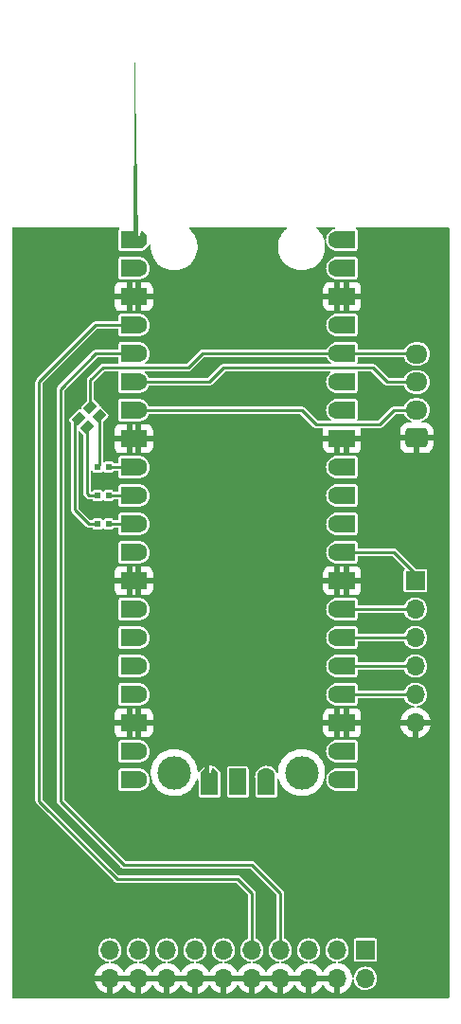
<source format=gtl>
G04 #@! TF.GenerationSoftware,KiCad,Pcbnew,6.0.2+dfsg-1*
G04 #@! TF.CreationDate,2023-02-11T22:05:11+01:00*
G04 #@! TF.ProjectId,pico_probe_pcb,7069636f-5f70-4726-9f62-655f7063622e,rev?*
G04 #@! TF.SameCoordinates,Original*
G04 #@! TF.FileFunction,Copper,L1,Top*
G04 #@! TF.FilePolarity,Positive*
%FSLAX46Y46*%
G04 Gerber Fmt 4.6, Leading zero omitted, Abs format (unit mm)*
G04 Created by KiCad (PCBNEW 6.0.2+dfsg-1) date 2023-02-11 22:05:11*
%MOMM*%
%LPD*%
G01*
G04 APERTURE LIST*
G04 Aperture macros list*
%AMRoundRect*
0 Rectangle with rounded corners*
0 $1 Rounding radius*
0 $2 $3 $4 $5 $6 $7 $8 $9 X,Y pos of 4 corners*
0 Add a 4 corners polygon primitive as box body*
4,1,4,$2,$3,$4,$5,$6,$7,$8,$9,$2,$3,0*
0 Add four circle primitives for the rounded corners*
1,1,$1+$1,$2,$3*
1,1,$1+$1,$4,$5*
1,1,$1+$1,$6,$7*
1,1,$1+$1,$8,$9*
0 Add four rect primitives between the rounded corners*
20,1,$1+$1,$2,$3,$4,$5,0*
20,1,$1+$1,$4,$5,$6,$7,0*
20,1,$1+$1,$6,$7,$8,$9,0*
20,1,$1+$1,$8,$9,$2,$3,0*%
%AMRotRect*
0 Rectangle, with rotation*
0 The origin of the aperture is its center*
0 $1 length*
0 $2 width*
0 $3 Rotation angle, in degrees counterclockwise*
0 Add horizontal line*
21,1,$1,$2,0,0,$3*%
%AMFreePoly0*
4,1,57,0.281438,0.792513,0.314631,0.788760,0.324366,0.782642,0.335575,0.780064,0.361670,0.759195,0.389950,0.741421,0.741668,0.389704,0.759398,0.361385,0.780215,0.335261,0.782772,0.324050,0.788875,0.314303,0.792571,0.281098,0.800000,0.248529,0.800000,-0.248878,0.792513,-0.281438,0.788760,-0.314632,0.782641,-0.324367,0.780064,-0.335575,0.759196,-0.361669,0.741421,-0.389950,
0.389704,-0.741668,0.361385,-0.759398,0.335261,-0.780215,0.324050,-0.782772,0.314303,-0.788875,0.281098,-0.792571,0.248529,-0.800000,-0.248878,-0.800000,-0.281438,-0.792513,-0.314632,-0.788760,-0.324367,-0.782641,-0.335575,-0.780064,-0.361669,-0.759196,-0.389950,-0.741421,-0.741668,-0.389704,-0.759398,-0.361385,-0.780215,-0.335261,-0.782772,-0.324050,-0.788875,-0.314303,-0.792571,-0.281098,
-0.800000,-0.248529,-0.800000,0.248878,-0.792513,0.281438,-0.788760,0.314631,-0.782642,0.324366,-0.780064,0.335575,-0.759195,0.361670,-0.741421,0.389950,-0.389704,0.741668,-0.361385,0.759398,-0.335261,0.780215,-0.324050,0.782772,-0.314303,0.788875,-0.281098,0.792571,-0.248529,0.800000,0.248878,0.800000,0.281438,0.792513,0.281438,0.792513,$1*%
G04 Aperture macros list end*
G04 #@! TA.AperFunction,SMDPad,CuDef*
%ADD10R,1.600000X1.600000*%
G04 #@! TD*
G04 #@! TA.AperFunction,ComponentPad*
%ADD11FreePoly0,0.000000*%
G04 #@! TD*
G04 #@! TA.AperFunction,ComponentPad*
%ADD12C,1.600000*%
G04 #@! TD*
G04 #@! TA.AperFunction,ComponentPad*
%ADD13RoundRect,0.200000X-0.600000X-0.600000X0.600000X-0.600000X0.600000X0.600000X-0.600000X0.600000X0*%
G04 #@! TD*
G04 #@! TA.AperFunction,ComponentPad*
%ADD14C,3.000000*%
G04 #@! TD*
G04 #@! TA.AperFunction,SMDPad,CuDef*
%ADD15R,0.500000X0.600000*%
G04 #@! TD*
G04 #@! TA.AperFunction,SMDPad,CuDef*
%ADD16RotRect,0.800000X1.000000X135.000000*%
G04 #@! TD*
G04 #@! TA.AperFunction,ComponentPad*
%ADD17R,1.700000X1.700000*%
G04 #@! TD*
G04 #@! TA.AperFunction,ComponentPad*
%ADD18O,1.700000X1.700000*%
G04 #@! TD*
G04 #@! TA.AperFunction,ComponentPad*
%ADD19RoundRect,0.250000X0.725000X-0.600000X0.725000X0.600000X-0.725000X0.600000X-0.725000X-0.600000X0*%
G04 #@! TD*
G04 #@! TA.AperFunction,ComponentPad*
%ADD20O,1.950000X1.700000*%
G04 #@! TD*
G04 #@! TA.AperFunction,ViaPad*
%ADD21C,0.800000*%
G04 #@! TD*
G04 #@! TA.AperFunction,Conductor*
%ADD22C,0.250000*%
G04 #@! TD*
G04 APERTURE END LIST*
D10*
G04 #@! TO.P,A101,1,GPIO0*
G04 #@! TO.N,unconnected-(A101-Pad1)*
X138265000Y-60325000D03*
D11*
X139065000Y-60325000D03*
D10*
G04 #@! TO.P,A101,2,GPIO1*
G04 #@! TO.N,unconnected-(A101-Pad2)*
X138265000Y-62865000D03*
D12*
X139065000Y-62865000D03*
D13*
G04 #@! TO.P,A101,3,GND*
G04 #@! TO.N,GND*
X139065000Y-65405000D03*
D10*
X138265000Y-65405000D03*
G04 #@! TO.P,A101,4,GPIO2*
G04 #@! TO.N,/SWCLK*
X138265000Y-67945000D03*
D12*
X139065000Y-67945000D03*
D10*
G04 #@! TO.P,A101,5,GPIO3*
G04 #@! TO.N,/SWDIO*
X138265000Y-70485000D03*
D12*
X139065000Y-70485000D03*
D10*
G04 #@! TO.P,A101,6,GPIO4*
G04 #@! TO.N,/UART_TX*
X138265000Y-73025000D03*
D12*
X139065000Y-73025000D03*
D10*
G04 #@! TO.P,A101,7,GPIO5*
G04 #@! TO.N,/UART_RX*
X138265000Y-75565000D03*
D12*
X139065000Y-75565000D03*
D10*
G04 #@! TO.P,A101,8,GND*
G04 #@! TO.N,GND*
X138265000Y-78105000D03*
D13*
X139065000Y-78105000D03*
D10*
G04 #@! TO.P,A101,9,GPIO6*
G04 #@! TO.N,Net-(A101-Pad9)*
X138265000Y-80645000D03*
D12*
X139065000Y-80645000D03*
D10*
G04 #@! TO.P,A101,10,GPIO7*
G04 #@! TO.N,Net-(A101-Pad10)*
X138265000Y-83185000D03*
D12*
X139065000Y-83185000D03*
G04 #@! TO.P,A101,11,GPIO8*
G04 #@! TO.N,Net-(A101-Pad11)*
X139065000Y-85725000D03*
D10*
X138265000Y-85725000D03*
D12*
G04 #@! TO.P,A101,12,GPIO9*
G04 #@! TO.N,unconnected-(A101-Pad12)*
X139065000Y-88265000D03*
D10*
X138265000Y-88265000D03*
D13*
G04 #@! TO.P,A101,13,GND*
G04 #@! TO.N,GND*
X139065000Y-90805000D03*
D10*
X138265000Y-90805000D03*
G04 #@! TO.P,A101,14,GPIO10*
G04 #@! TO.N,unconnected-(A101-Pad14)*
X138265000Y-93345000D03*
D12*
X139065000Y-93345000D03*
D10*
G04 #@! TO.P,A101,15,GPIO11*
G04 #@! TO.N,unconnected-(A101-Pad15)*
X138265000Y-95885000D03*
D12*
X139065000Y-95885000D03*
G04 #@! TO.P,A101,16,GPIO12*
G04 #@! TO.N,unconnected-(A101-Pad16)*
X139065000Y-98425000D03*
D10*
X138265000Y-98425000D03*
G04 #@! TO.P,A101,17,GPIO13*
G04 #@! TO.N,unconnected-(A101-Pad17)*
X138265000Y-100965000D03*
D12*
X139065000Y-100965000D03*
D10*
G04 #@! TO.P,A101,18,GND*
G04 #@! TO.N,GND*
X138265000Y-103505000D03*
D13*
X139065000Y-103505000D03*
D12*
G04 #@! TO.P,A101,19,GPIO14*
G04 #@! TO.N,unconnected-(A101-Pad19)*
X139065000Y-106045000D03*
D10*
X138265000Y-106045000D03*
D12*
G04 #@! TO.P,A101,20,GPIO15*
G04 #@! TO.N,unconnected-(A101-Pad20)*
X139065000Y-108585000D03*
D10*
X138265000Y-108585000D03*
D12*
G04 #@! TO.P,A101,21,GPIO16*
G04 #@! TO.N,unconnected-(A101-Pad21)*
X156845000Y-108585000D03*
D10*
X157645000Y-108585000D03*
D12*
G04 #@! TO.P,A101,22,GPIO17*
G04 #@! TO.N,unconnected-(A101-Pad22)*
X156845000Y-106045000D03*
D10*
X157645000Y-106045000D03*
D13*
G04 #@! TO.P,A101,23,GND*
G04 #@! TO.N,GND*
X156845000Y-103505000D03*
D10*
X157645000Y-103505000D03*
G04 #@! TO.P,A101,24,GPIO18*
G04 #@! TO.N,Net-(A101-Pad24)*
X157645000Y-100965000D03*
D12*
X156845000Y-100965000D03*
D10*
G04 #@! TO.P,A101,25,GPIO19*
G04 #@! TO.N,Net-(A101-Pad25)*
X157645000Y-98425000D03*
D12*
X156845000Y-98425000D03*
G04 #@! TO.P,A101,26,GPIO20*
G04 #@! TO.N,Net-(A101-Pad26)*
X156845000Y-95885000D03*
D10*
X157645000Y-95885000D03*
D12*
G04 #@! TO.P,A101,27,GPIO21*
G04 #@! TO.N,Net-(A101-Pad27)*
X156845000Y-93345000D03*
D10*
X157645000Y-93345000D03*
G04 #@! TO.P,A101,28,GND*
G04 #@! TO.N,GND*
X157645000Y-90805000D03*
D13*
X156845000Y-90805000D03*
D12*
G04 #@! TO.P,A101,29,GPIO22*
G04 #@! TO.N,Net-(A101-Pad29)*
X156845000Y-88265000D03*
D10*
X157645000Y-88265000D03*
G04 #@! TO.P,A101,30,RUN*
G04 #@! TO.N,unconnected-(A101-Pad30)*
X157645000Y-85725000D03*
D12*
X156845000Y-85725000D03*
D10*
G04 #@! TO.P,A101,31,GPIO26_ADC0*
G04 #@! TO.N,unconnected-(A101-Pad31)*
X157645000Y-83185000D03*
D12*
X156845000Y-83185000D03*
G04 #@! TO.P,A101,32,GPIO27_ADC1*
G04 #@! TO.N,unconnected-(A101-Pad32)*
X156845000Y-80645000D03*
D10*
X157645000Y-80645000D03*
D13*
G04 #@! TO.P,A101,33,AGND*
G04 #@! TO.N,GND*
X156845000Y-78105000D03*
D10*
X157645000Y-78105000D03*
D12*
G04 #@! TO.P,A101,34,GPIO28_ADC2*
G04 #@! TO.N,unconnected-(A101-Pad34)*
X156845000Y-75565000D03*
D10*
X157645000Y-75565000D03*
G04 #@! TO.P,A101,35,ADC_VREF*
G04 #@! TO.N,unconnected-(A101-Pad35)*
X157645000Y-73025000D03*
D12*
X156845000Y-73025000D03*
G04 #@! TO.P,A101,36,3V3*
G04 #@! TO.N,+3V3*
X156845000Y-70485000D03*
D10*
X157645000Y-70485000D03*
D12*
G04 #@! TO.P,A101,37,3V3_EN*
G04 #@! TO.N,unconnected-(A101-Pad37)*
X156845000Y-67945000D03*
D10*
X157645000Y-67945000D03*
D13*
G04 #@! TO.P,A101,38,GND*
G04 #@! TO.N,GND*
X156845000Y-65405000D03*
D10*
X157645000Y-65405000D03*
G04 #@! TO.P,A101,39,VSYS*
G04 #@! TO.N,unconnected-(A101-Pad39)*
X157645000Y-62865000D03*
D12*
X156845000Y-62865000D03*
D10*
G04 #@! TO.P,A101,40,VBUS*
G04 #@! TO.N,unconnected-(A101-Pad40)*
X157645000Y-60325000D03*
D12*
X156845000Y-60325000D03*
D11*
G04 #@! TO.P,A101,41*
G04 #@! TO.N,N/C*
X145415000Y-108355000D03*
D10*
X145415000Y-109155000D03*
G04 #@! TO.P,A101,42*
X147955000Y-109155000D03*
D13*
X147955000Y-108355000D03*
D12*
G04 #@! TO.P,A101,43*
X150495000Y-108355000D03*
D10*
X150495000Y-109155000D03*
D14*
G04 #@! TO.P,A101,44*
X153655000Y-107955000D03*
X142255000Y-107955000D03*
G04 #@! TD*
D15*
G04 #@! TO.P,R103,1,1*
G04 #@! TO.N,Net-(L101-Pad4)*
X135390000Y-85725000D03*
G04 #@! TO.P,R103,2,2*
G04 #@! TO.N,Net-(A101-Pad11)*
X136390000Y-85725000D03*
G04 #@! TD*
G04 #@! TO.P,R102,1,1*
G04 #@! TO.N,Net-(L101-Pad3)*
X135390000Y-83185000D03*
G04 #@! TO.P,R102,2,2*
G04 #@! TO.N,Net-(A101-Pad10)*
X136390000Y-83185000D03*
G04 #@! TD*
G04 #@! TO.P,R101,1,1*
G04 #@! TO.N,Net-(L101-Pad2)*
X135390000Y-80645000D03*
G04 #@! TO.P,R101,2,2*
G04 #@! TO.N,Net-(A101-Pad9)*
X136390000Y-80645000D03*
G04 #@! TD*
D16*
G04 #@! TO.P,L101,1,CA*
G04 #@! TO.N,+3V3*
X134761421Y-75280761D03*
G04 #@! TO.P,L101,2,BK*
G04 #@! TO.N,Net-(L101-Pad2)*
X135539239Y-76058579D03*
G04 #@! TO.P,L101,3,GK*
G04 #@! TO.N,Net-(L101-Pad3)*
X134478579Y-77119239D03*
G04 #@! TO.P,L101,4,RK*
G04 #@! TO.N,Net-(L101-Pad4)*
X133700761Y-76341421D03*
G04 #@! TD*
D17*
G04 #@! TO.P,J103,1,Pin_1*
G04 #@! TO.N,Net-(A101-Pad29)*
X163830000Y-90805000D03*
D18*
G04 #@! TO.P,J103,2,Pin_2*
G04 #@! TO.N,Net-(A101-Pad27)*
X163830000Y-93345000D03*
G04 #@! TO.P,J103,3,Pin_3*
G04 #@! TO.N,Net-(A101-Pad26)*
X163830000Y-95885000D03*
G04 #@! TO.P,J103,4,Pin_4*
G04 #@! TO.N,Net-(A101-Pad25)*
X163830000Y-98425000D03*
G04 #@! TO.P,J103,5,Pin_5*
G04 #@! TO.N,Net-(A101-Pad24)*
X163830000Y-100965000D03*
G04 #@! TO.P,J103,6,Pin_6*
G04 #@! TO.N,GND*
X163830000Y-103505000D03*
G04 #@! TD*
D19*
G04 #@! TO.P,J101,1,Pin_1*
G04 #@! TO.N,GND*
X163940000Y-78045000D03*
D20*
G04 #@! TO.P,J101,2,Pin_2*
G04 #@! TO.N,/UART_RX*
X163940000Y-75545000D03*
G04 #@! TO.P,J101,3,Pin_3*
G04 #@! TO.N,/UART_TX*
X163940000Y-73045000D03*
G04 #@! TO.P,J101,4,Pin_4*
G04 #@! TO.N,+3V3*
X163940000Y-70545000D03*
G04 #@! TD*
D17*
G04 #@! TO.P,J102,1,Pin_1*
G04 #@! TO.N,unconnected-(J102-Pad1)*
X159355000Y-123805000D03*
D18*
G04 #@! TO.P,J102,2,Pin_2*
G04 #@! TO.N,unconnected-(J102-Pad2)*
X159355000Y-126345000D03*
G04 #@! TO.P,J102,3,Pin_3*
G04 #@! TO.N,unconnected-(J102-Pad3)*
X156815000Y-123805000D03*
G04 #@! TO.P,J102,4,Pin_4*
G04 #@! TO.N,GND*
X156815000Y-126345000D03*
G04 #@! TO.P,J102,5,Pin_5*
G04 #@! TO.N,unconnected-(J102-Pad5)*
X154275000Y-123805000D03*
G04 #@! TO.P,J102,6,Pin_6*
G04 #@! TO.N,GND*
X154275000Y-126345000D03*
G04 #@! TO.P,J102,7,Pin_7*
G04 #@! TO.N,/SWDIO*
X151735000Y-123805000D03*
G04 #@! TO.P,J102,8,Pin_8*
G04 #@! TO.N,GND*
X151735000Y-126345000D03*
G04 #@! TO.P,J102,9,Pin_9*
G04 #@! TO.N,/SWCLK*
X149195000Y-123805000D03*
G04 #@! TO.P,J102,10,Pin_10*
G04 #@! TO.N,GND*
X149195000Y-126345000D03*
G04 #@! TO.P,J102,11,Pin_11*
G04 #@! TO.N,unconnected-(J102-Pad11)*
X146655000Y-123805000D03*
G04 #@! TO.P,J102,12,Pin_12*
G04 #@! TO.N,GND*
X146655000Y-126345000D03*
G04 #@! TO.P,J102,13,Pin_13*
G04 #@! TO.N,unconnected-(J102-Pad13)*
X144115000Y-123805000D03*
G04 #@! TO.P,J102,14,Pin_14*
G04 #@! TO.N,GND*
X144115000Y-126345000D03*
G04 #@! TO.P,J102,15,Pin_15*
G04 #@! TO.N,unconnected-(J102-Pad15)*
X141575000Y-123805000D03*
G04 #@! TO.P,J102,16,Pin_16*
G04 #@! TO.N,GND*
X141575000Y-126345000D03*
G04 #@! TO.P,J102,17,Pin_17*
G04 #@! TO.N,unconnected-(J102-Pad17)*
X139035000Y-123805000D03*
G04 #@! TO.P,J102,18,Pin_18*
G04 #@! TO.N,GND*
X139035000Y-126345000D03*
G04 #@! TO.P,J102,19,Pin_19*
G04 #@! TO.N,unconnected-(J102-Pad19)*
X136495000Y-123805000D03*
G04 #@! TO.P,J102,20,Pin_20*
G04 #@! TO.N,GND*
X136495000Y-126345000D03*
G04 #@! TD*
D21*
G04 #@! TO.N,GND*
X131064000Y-107188000D03*
X131064000Y-78232000D03*
X131064000Y-83820000D03*
X131064000Y-94234000D03*
X131064000Y-98552000D03*
X153035000Y-114300000D03*
X144780000Y-114300000D03*
X137795000Y-113030000D03*
X133985000Y-105410000D03*
X133985000Y-96520000D03*
X133985000Y-92075000D03*
X133985000Y-88265000D03*
X136525000Y-73660000D03*
X133350000Y-74295000D03*
X136525000Y-69215000D03*
X133350000Y-61595000D03*
X128905000Y-61595000D03*
X128905000Y-68580000D03*
X128905000Y-78105000D03*
X128905000Y-88265000D03*
X128905000Y-113030000D03*
X128905000Y-104775000D03*
X128905000Y-95885000D03*
X163830000Y-113030000D03*
X163830000Y-107950000D03*
X163830000Y-127000000D03*
X133350000Y-127000000D03*
X129540000Y-127000000D03*
X129540000Y-123825000D03*
X129540000Y-120650000D03*
X129540000Y-117475000D03*
X163830000Y-120015000D03*
X159385000Y-120015000D03*
X154305000Y-120015000D03*
X150495000Y-120015000D03*
X147320000Y-120015000D03*
X144145000Y-120015000D03*
X140335000Y-120015000D03*
X136525000Y-120015000D03*
X154305000Y-101600000D03*
X150495000Y-101600000D03*
X146685000Y-101600000D03*
X142875000Y-101600000D03*
X153035000Y-78105000D03*
X146685000Y-78105000D03*
X142240000Y-78105000D03*
X153035000Y-74295000D03*
X146685000Y-74295000D03*
X142240000Y-74295000D03*
X144780000Y-71755000D03*
G04 #@! TD*
D22*
G04 #@! TO.N,+3V3*
X143510000Y-71755000D02*
X144780000Y-70485000D01*
X135890000Y-71755000D02*
X143510000Y-71755000D01*
X134761421Y-75280761D02*
X134761421Y-72883579D01*
X134761421Y-72883579D02*
X135890000Y-71755000D01*
X144780000Y-70485000D02*
X156845000Y-70485000D01*
G04 #@! TO.N,Net-(A101-Pad29)*
X157645000Y-88265000D02*
X161925000Y-88265000D01*
X161925000Y-88265000D02*
X163830000Y-90170000D01*
X163830000Y-90170000D02*
X163830000Y-90805000D01*
G04 #@! TO.N,Net-(A101-Pad27)*
X157645000Y-93345000D02*
X163830000Y-93345000D01*
G04 #@! TO.N,Net-(A101-Pad26)*
X157645000Y-95885000D02*
X163830000Y-95885000D01*
G04 #@! TO.N,Net-(A101-Pad25)*
X156845000Y-98425000D02*
X163830000Y-98425000D01*
G04 #@! TO.N,Net-(A101-Pad24)*
X157645000Y-100965000D02*
X163830000Y-100965000D01*
G04 #@! TO.N,Net-(A101-Pad10)*
X136390000Y-83185000D02*
X138265000Y-83185000D01*
G04 #@! TO.N,Net-(A101-Pad11)*
X136390000Y-85725000D02*
X139065000Y-85725000D01*
G04 #@! TO.N,Net-(L101-Pad4)*
X133700761Y-76341421D02*
X133350000Y-76692182D01*
X133350000Y-76692182D02*
X133350000Y-84455000D01*
X133350000Y-84455000D02*
X134620000Y-85725000D01*
X134620000Y-85725000D02*
X135390000Y-85725000D01*
G04 #@! TO.N,Net-(L101-Pad3)*
X134478579Y-83043579D02*
X134620000Y-83185000D01*
X134478579Y-77119239D02*
X134478579Y-83043579D01*
X134620000Y-83185000D02*
X135390000Y-83185000D01*
G04 #@! TO.N,Net-(L101-Pad2)*
X135539239Y-76058579D02*
X135539239Y-80495761D01*
X135539239Y-80495761D02*
X135390000Y-80645000D01*
G04 #@! TO.N,Net-(A101-Pad9)*
X136390000Y-80645000D02*
X138265000Y-80645000D01*
G04 #@! TO.N,/SWDIO*
X137465000Y-70485000D02*
X135255000Y-70485000D01*
X135255000Y-70485000D02*
X132080000Y-73660000D01*
X132080000Y-73660000D02*
X132080000Y-110490000D01*
X132080000Y-110490000D02*
X137795000Y-116205000D01*
X137795000Y-116205000D02*
X149225000Y-116205000D01*
X149225000Y-116205000D02*
X151765000Y-118745000D01*
X151765000Y-118745000D02*
X151765000Y-123775000D01*
X151765000Y-123775000D02*
X151735000Y-123805000D01*
G04 #@! TO.N,/SWCLK*
X137465000Y-67945000D02*
X135255000Y-67945000D01*
X135255000Y-67945000D02*
X130175000Y-73025000D01*
X130175000Y-73025000D02*
X130175000Y-110490000D01*
X130175000Y-110490000D02*
X137160000Y-117475000D01*
X137160000Y-117475000D02*
X147955000Y-117475000D01*
X147955000Y-117475000D02*
X149195000Y-118715000D01*
X149195000Y-118715000D02*
X149195000Y-123805000D01*
G04 #@! TO.N,/UART_RX*
X160655000Y-76835000D02*
X161925000Y-75565000D01*
X161925000Y-75565000D02*
X163920000Y-75565000D01*
X153670000Y-75565000D02*
X154940000Y-76835000D01*
X139065000Y-75565000D02*
X153670000Y-75565000D01*
X154940000Y-76835000D02*
X160655000Y-76835000D01*
X163920000Y-75565000D02*
X163940000Y-75545000D01*
G04 #@! TO.N,/UART_TX*
X139065000Y-73025000D02*
X145415000Y-73025000D01*
X145415000Y-73025000D02*
X146685000Y-71755000D01*
X160020000Y-71755000D02*
X161290000Y-73025000D01*
X146685000Y-71755000D02*
X160020000Y-71755000D01*
X161290000Y-73025000D02*
X163920000Y-73025000D01*
X163920000Y-73025000D02*
X163940000Y-73045000D01*
G04 #@! TO.N,GND*
X156845000Y-78105000D02*
X163880000Y-78105000D01*
X163880000Y-78105000D02*
X163940000Y-78045000D01*
G04 #@! TO.N,+3V3*
X156845000Y-70485000D02*
X163880000Y-70485000D01*
X163880000Y-70485000D02*
X163940000Y-70545000D01*
G04 #@! TD*
G04 #@! TA.AperFunction,Conductor*
G04 #@! TO.N,GND*
G36*
X137386645Y-59222313D02*
G01*
X137411955Y-59266150D01*
X137403165Y-59316000D01*
X137380193Y-59340527D01*
X137320448Y-59380448D01*
X137276133Y-59446769D01*
X137264500Y-59505252D01*
X137264500Y-61144748D01*
X137276133Y-61203231D01*
X137280184Y-61209293D01*
X137280184Y-61209294D01*
X137305630Y-61247376D01*
X137320448Y-61269552D01*
X137326509Y-61273602D01*
X137376555Y-61307042D01*
X137386769Y-61313867D01*
X137431295Y-61322724D01*
X137441682Y-61324790D01*
X137441683Y-61324790D01*
X137445252Y-61325500D01*
X138754710Y-61325500D01*
X138763023Y-61325968D01*
X138816371Y-61331999D01*
X138816863Y-61332041D01*
X138816876Y-61332042D01*
X138826229Y-61332835D01*
X138826231Y-61332835D01*
X138827751Y-61332964D01*
X138941331Y-61333206D01*
X139066544Y-61333472D01*
X139066667Y-61333472D01*
X139172036Y-61332842D01*
X139310990Y-61332011D01*
X139310999Y-61332010D01*
X139312918Y-61331999D01*
X139314835Y-61331786D01*
X139314838Y-61331786D01*
X139336075Y-61329428D01*
X139403103Y-61321962D01*
X139403117Y-61321960D01*
X139403604Y-61321906D01*
X139404065Y-61321842D01*
X139404094Y-61321838D01*
X139411811Y-61320760D01*
X139414905Y-61320328D01*
X139459010Y-61306310D01*
X139474732Y-61298926D01*
X139488383Y-61292516D01*
X139488396Y-61292510D01*
X139489470Y-61292005D01*
X139529890Y-61269726D01*
X139537715Y-61263491D01*
X139556689Y-61248371D01*
X139600836Y-61213192D01*
X139600849Y-61213181D01*
X139601251Y-61212861D01*
X139602391Y-61211899D01*
X139608755Y-61206531D01*
X139608759Y-61206528D01*
X139609978Y-61205499D01*
X139667062Y-61148188D01*
X139950947Y-60863171D01*
X139950950Y-60863167D01*
X139952359Y-60861753D01*
X139966916Y-60843560D01*
X140009348Y-60790492D01*
X140016230Y-60781374D01*
X140017673Y-60778587D01*
X140018546Y-60777200D01*
X140058545Y-60746178D01*
X140109126Y-60748124D01*
X140146623Y-60782128D01*
X140155161Y-60817024D01*
X140154920Y-60863171D01*
X140153747Y-61087200D01*
X140191129Y-61371149D01*
X140191795Y-61373582D01*
X140191795Y-61373584D01*
X140197035Y-61392739D01*
X140266702Y-61647398D01*
X140267692Y-61649719D01*
X140366455Y-61881264D01*
X140379068Y-61910835D01*
X140526146Y-62156585D01*
X140705215Y-62380100D01*
X140707040Y-62381832D01*
X140707042Y-62381834D01*
X140724044Y-62397968D01*
X140912962Y-62577245D01*
X141145543Y-62744371D01*
X141398653Y-62878386D01*
X141401013Y-62879250D01*
X141401016Y-62879251D01*
X141444367Y-62895115D01*
X141667610Y-62976810D01*
X141670074Y-62977347D01*
X141670080Y-62977349D01*
X141935426Y-63035203D01*
X141947436Y-63037822D01*
X142172053Y-63055500D01*
X142326992Y-63055500D01*
X142328217Y-63055416D01*
X142328231Y-63055416D01*
X142538233Y-63041099D01*
X142538237Y-63041098D01*
X142540737Y-63040928D01*
X142543197Y-63040419D01*
X142543201Y-63040418D01*
X142638060Y-63020774D01*
X142821186Y-62982850D01*
X143068942Y-62895115D01*
X143088775Y-62888092D01*
X143088777Y-62888091D01*
X143091158Y-62887248D01*
X143345658Y-62755891D01*
X143362050Y-62744371D01*
X143577907Y-62592663D01*
X143579976Y-62591209D01*
X143789776Y-62396251D01*
X143802996Y-62380100D01*
X143863769Y-62305849D01*
X143971177Y-62174623D01*
X144116049Y-61938213D01*
X144119505Y-61932573D01*
X144119505Y-61932572D01*
X144120820Y-61930427D01*
X144125201Y-61920448D01*
X144144212Y-61877138D01*
X144235938Y-61668182D01*
X144314400Y-61392739D01*
X144354754Y-61109196D01*
X144356057Y-60860185D01*
X144356240Y-60825319D01*
X144356240Y-60825316D01*
X144356253Y-60822800D01*
X144318871Y-60538851D01*
X144317652Y-60534393D01*
X144256528Y-60310963D01*
X144243298Y-60262602D01*
X144233447Y-60239507D01*
X144131919Y-60001478D01*
X144131916Y-60001473D01*
X144130932Y-59999165D01*
X143983854Y-59753415D01*
X143804785Y-59529900D01*
X143789822Y-59515700D01*
X143597038Y-59332755D01*
X143598120Y-59331615D01*
X143575093Y-59292329D01*
X143583555Y-59242422D01*
X143622117Y-59209631D01*
X143647883Y-59205000D01*
X152264136Y-59205000D01*
X152311702Y-59222313D01*
X152337012Y-59266150D01*
X152328222Y-59316000D01*
X152314509Y-59333208D01*
X152250312Y-59392864D01*
X152120224Y-59513749D01*
X152118628Y-59515699D01*
X152118627Y-59515700D01*
X152105396Y-59531865D01*
X151938823Y-59735377D01*
X151789180Y-59979573D01*
X151674062Y-60241818D01*
X151595600Y-60517261D01*
X151555246Y-60800804D01*
X151553747Y-61087200D01*
X151591129Y-61371149D01*
X151591795Y-61373582D01*
X151591795Y-61373584D01*
X151597035Y-61392739D01*
X151666702Y-61647398D01*
X151667692Y-61649719D01*
X151766455Y-61881264D01*
X151779068Y-61910835D01*
X151926146Y-62156585D01*
X152105215Y-62380100D01*
X152107040Y-62381832D01*
X152107042Y-62381834D01*
X152124044Y-62397968D01*
X152312962Y-62577245D01*
X152545543Y-62744371D01*
X152798653Y-62878386D01*
X152801013Y-62879250D01*
X152801016Y-62879251D01*
X152844367Y-62895115D01*
X153067610Y-62976810D01*
X153070074Y-62977347D01*
X153070080Y-62977349D01*
X153335426Y-63035203D01*
X153347436Y-63037822D01*
X153572053Y-63055500D01*
X153726992Y-63055500D01*
X153728217Y-63055416D01*
X153728231Y-63055416D01*
X153938233Y-63041099D01*
X153938237Y-63041098D01*
X153940737Y-63040928D01*
X153943197Y-63040419D01*
X153943201Y-63040418D01*
X154038060Y-63020774D01*
X154221186Y-62982850D01*
X154468942Y-62895115D01*
X154488775Y-62888092D01*
X154488777Y-62888091D01*
X154491158Y-62887248D01*
X154561459Y-62850963D01*
X155839757Y-62850963D01*
X155840060Y-62854572D01*
X155840060Y-62854574D01*
X155855402Y-63037283D01*
X155856175Y-63046483D01*
X155910258Y-63235091D01*
X155911911Y-63238307D01*
X155998288Y-63406380D01*
X155998291Y-63406385D01*
X155999944Y-63409601D01*
X156121818Y-63563369D01*
X156271238Y-63690535D01*
X156274400Y-63692302D01*
X156439354Y-63784492D01*
X156439358Y-63784494D01*
X156442513Y-63786257D01*
X156445949Y-63787374D01*
X156445955Y-63787376D01*
X156564467Y-63825882D01*
X156629118Y-63846889D01*
X156687637Y-63853867D01*
X156820346Y-63869692D01*
X156820349Y-63869692D01*
X156823946Y-63870121D01*
X156881168Y-63865718D01*
X156886845Y-63865500D01*
X158464748Y-63865500D01*
X158468317Y-63864790D01*
X158468318Y-63864790D01*
X158478705Y-63862724D01*
X158523231Y-63853867D01*
X158535351Y-63845769D01*
X158583491Y-63813602D01*
X158589552Y-63809552D01*
X158604370Y-63787376D01*
X158629816Y-63749294D01*
X158629816Y-63749293D01*
X158633867Y-63743231D01*
X158645500Y-63684748D01*
X158645500Y-62045252D01*
X158633867Y-61986769D01*
X158601423Y-61938213D01*
X158593602Y-61926509D01*
X158589552Y-61920448D01*
X158578395Y-61912993D01*
X158529294Y-61880184D01*
X158529293Y-61880184D01*
X158523231Y-61876133D01*
X158478705Y-61867276D01*
X158468318Y-61865210D01*
X158468317Y-61865210D01*
X158464748Y-61864500D01*
X156901730Y-61864500D01*
X156893995Y-61864095D01*
X156889427Y-61863615D01*
X156852019Y-61859683D01*
X156656618Y-61877466D01*
X156653145Y-61878488D01*
X156653146Y-61878488D01*
X156471864Y-61931842D01*
X156471860Y-61931844D01*
X156468393Y-61932864D01*
X156377115Y-61980583D01*
X156297719Y-62022090D01*
X156297716Y-62022092D01*
X156294512Y-62023767D01*
X156291694Y-62026033D01*
X156291692Y-62026034D01*
X156144419Y-62144444D01*
X156144416Y-62144447D01*
X156141600Y-62146711D01*
X156015480Y-62297016D01*
X155920956Y-62468954D01*
X155919864Y-62472397D01*
X155919863Y-62472399D01*
X155887154Y-62575512D01*
X155861628Y-62655978D01*
X155861225Y-62659574D01*
X155861224Y-62659577D01*
X155852311Y-62739039D01*
X155839757Y-62850963D01*
X154561459Y-62850963D01*
X154745658Y-62755891D01*
X154762050Y-62744371D01*
X154977907Y-62592663D01*
X154979976Y-62591209D01*
X155189776Y-62396251D01*
X155202996Y-62380100D01*
X155263769Y-62305849D01*
X155371177Y-62174623D01*
X155516049Y-61938213D01*
X155519505Y-61932573D01*
X155519505Y-61932572D01*
X155520820Y-61930427D01*
X155525201Y-61920448D01*
X155544212Y-61877138D01*
X155635938Y-61668182D01*
X155714400Y-61392739D01*
X155754754Y-61109196D01*
X155756057Y-60860185D01*
X155756240Y-60825319D01*
X155756240Y-60825316D01*
X155756253Y-60822800D01*
X155724416Y-60580972D01*
X155734743Y-60534393D01*
X155712604Y-60512099D01*
X155708403Y-60500587D01*
X155690412Y-60434823D01*
X155643298Y-60262602D01*
X155633447Y-60239507D01*
X155531919Y-60001478D01*
X155531916Y-60001473D01*
X155530932Y-59999165D01*
X155383854Y-59753415D01*
X155204785Y-59529900D01*
X155189822Y-59515700D01*
X154997038Y-59332755D01*
X154998120Y-59331615D01*
X154975093Y-59292329D01*
X154983555Y-59242422D01*
X155022117Y-59209631D01*
X155047883Y-59205000D01*
X156593176Y-59205000D01*
X156640742Y-59222313D01*
X156666052Y-59266150D01*
X156657262Y-59316000D01*
X156614069Y-59349989D01*
X156471864Y-59391842D01*
X156471860Y-59391844D01*
X156468393Y-59392864D01*
X156410588Y-59423084D01*
X156297719Y-59482090D01*
X156297716Y-59482092D01*
X156294512Y-59483767D01*
X156291694Y-59486033D01*
X156291692Y-59486034D01*
X156144419Y-59604444D01*
X156144416Y-59604447D01*
X156141600Y-59606711D01*
X156015480Y-59757016D01*
X156013738Y-59760184D01*
X156013737Y-59760186D01*
X155997806Y-59789164D01*
X155920956Y-59928954D01*
X155919864Y-59932397D01*
X155919863Y-59932399D01*
X155873374Y-60078951D01*
X155861628Y-60115978D01*
X155839757Y-60310963D01*
X155840060Y-60314572D01*
X155840060Y-60314574D01*
X155853520Y-60474868D01*
X155841947Y-60517466D01*
X155863422Y-60537145D01*
X155868916Y-60550916D01*
X155910258Y-60695091D01*
X155911911Y-60698307D01*
X155998288Y-60866380D01*
X155998291Y-60866385D01*
X155999944Y-60869601D01*
X156121818Y-61023369D01*
X156271238Y-61150535D01*
X156274400Y-61152302D01*
X156439354Y-61244492D01*
X156439358Y-61244494D01*
X156442513Y-61246257D01*
X156445949Y-61247374D01*
X156445955Y-61247376D01*
X156564467Y-61285882D01*
X156629118Y-61306889D01*
X156687637Y-61313867D01*
X156820346Y-61329692D01*
X156820349Y-61329692D01*
X156823946Y-61330121D01*
X156881168Y-61325718D01*
X156886845Y-61325500D01*
X158464748Y-61325500D01*
X158468317Y-61324790D01*
X158468318Y-61324790D01*
X158478705Y-61322724D01*
X158523231Y-61313867D01*
X158533446Y-61307042D01*
X158583491Y-61273602D01*
X158589552Y-61269552D01*
X158604370Y-61247376D01*
X158629816Y-61209294D01*
X158629816Y-61209293D01*
X158633867Y-61203231D01*
X158645500Y-61144748D01*
X158645500Y-59505252D01*
X158633867Y-59446769D01*
X158589552Y-59380448D01*
X158529808Y-59340528D01*
X158499877Y-59299707D01*
X158503188Y-59249196D01*
X158538192Y-59212631D01*
X158570921Y-59205000D01*
X166781000Y-59205000D01*
X166828566Y-59222313D01*
X166853876Y-59266150D01*
X166855000Y-59279000D01*
X166855000Y-128046000D01*
X166837687Y-128093566D01*
X166793850Y-128118876D01*
X166781000Y-128120000D01*
X127859000Y-128120000D01*
X127811434Y-128102687D01*
X127786124Y-128058850D01*
X127785000Y-128046000D01*
X127785000Y-126605166D01*
X135161703Y-126605166D01*
X135161727Y-126606173D01*
X135194033Y-126749523D01*
X135195845Y-126755305D01*
X135277569Y-126956571D01*
X135280304Y-126961984D01*
X135393802Y-127147197D01*
X135397383Y-127152090D01*
X135539614Y-127316285D01*
X135543934Y-127320516D01*
X135711079Y-127459282D01*
X135716038Y-127462755D01*
X135903591Y-127572352D01*
X135909056Y-127574970D01*
X136111987Y-127652462D01*
X136117819Y-127654156D01*
X136228213Y-127676615D01*
X136238734Y-127675043D01*
X136240946Y-127672543D01*
X136241000Y-127672256D01*
X136241000Y-127668584D01*
X136749000Y-127668584D01*
X136752638Y-127678580D01*
X136756304Y-127680696D01*
X136775304Y-127678262D01*
X136781214Y-127677006D01*
X136989296Y-127614579D01*
X136994925Y-127612372D01*
X137190010Y-127516801D01*
X137195208Y-127513702D01*
X137372073Y-127387547D01*
X137376680Y-127383654D01*
X137530560Y-127230309D01*
X137534489Y-127225692D01*
X137661250Y-127049285D01*
X137664367Y-127044098D01*
X137697055Y-126977958D01*
X137733651Y-126942986D01*
X137784164Y-126939719D01*
X137826490Y-126972080D01*
X137933802Y-127147197D01*
X137937383Y-127152090D01*
X138079614Y-127316285D01*
X138083934Y-127320516D01*
X138251079Y-127459282D01*
X138256038Y-127462755D01*
X138443591Y-127572352D01*
X138449056Y-127574970D01*
X138651987Y-127652462D01*
X138657819Y-127654156D01*
X138768213Y-127676615D01*
X138778734Y-127675043D01*
X138780946Y-127672543D01*
X138781000Y-127672256D01*
X138781000Y-127668584D01*
X139289000Y-127668584D01*
X139292638Y-127678580D01*
X139296304Y-127680696D01*
X139315304Y-127678262D01*
X139321214Y-127677006D01*
X139529296Y-127614579D01*
X139534925Y-127612372D01*
X139730010Y-127516801D01*
X139735208Y-127513702D01*
X139912073Y-127387547D01*
X139916680Y-127383654D01*
X140070560Y-127230309D01*
X140074489Y-127225692D01*
X140201250Y-127049285D01*
X140204367Y-127044098D01*
X140237055Y-126977958D01*
X140273651Y-126942986D01*
X140324164Y-126939719D01*
X140366490Y-126972080D01*
X140473802Y-127147197D01*
X140477383Y-127152090D01*
X140619614Y-127316285D01*
X140623934Y-127320516D01*
X140791079Y-127459282D01*
X140796038Y-127462755D01*
X140983591Y-127572352D01*
X140989056Y-127574970D01*
X141191987Y-127652462D01*
X141197819Y-127654156D01*
X141308213Y-127676615D01*
X141318734Y-127675043D01*
X141320946Y-127672543D01*
X141321000Y-127672256D01*
X141321000Y-127668584D01*
X141829000Y-127668584D01*
X141832638Y-127678580D01*
X141836304Y-127680696D01*
X141855304Y-127678262D01*
X141861214Y-127677006D01*
X142069296Y-127614579D01*
X142074925Y-127612372D01*
X142270010Y-127516801D01*
X142275208Y-127513702D01*
X142452073Y-127387547D01*
X142456680Y-127383654D01*
X142610560Y-127230309D01*
X142614489Y-127225692D01*
X142741250Y-127049285D01*
X142744367Y-127044098D01*
X142777055Y-126977958D01*
X142813651Y-126942986D01*
X142864164Y-126939719D01*
X142906490Y-126972080D01*
X143013802Y-127147197D01*
X143017383Y-127152090D01*
X143159614Y-127316285D01*
X143163934Y-127320516D01*
X143331079Y-127459282D01*
X143336038Y-127462755D01*
X143523591Y-127572352D01*
X143529056Y-127574970D01*
X143731987Y-127652462D01*
X143737819Y-127654156D01*
X143848213Y-127676615D01*
X143858734Y-127675043D01*
X143860946Y-127672543D01*
X143861000Y-127672256D01*
X143861000Y-127668584D01*
X144369000Y-127668584D01*
X144372638Y-127678580D01*
X144376304Y-127680696D01*
X144395304Y-127678262D01*
X144401214Y-127677006D01*
X144609296Y-127614579D01*
X144614925Y-127612372D01*
X144810010Y-127516801D01*
X144815208Y-127513702D01*
X144992073Y-127387547D01*
X144996680Y-127383654D01*
X145150560Y-127230309D01*
X145154489Y-127225692D01*
X145281250Y-127049285D01*
X145284367Y-127044098D01*
X145317055Y-126977958D01*
X145353651Y-126942986D01*
X145404164Y-126939719D01*
X145446490Y-126972080D01*
X145553802Y-127147197D01*
X145557383Y-127152090D01*
X145699614Y-127316285D01*
X145703934Y-127320516D01*
X145871079Y-127459282D01*
X145876038Y-127462755D01*
X146063591Y-127572352D01*
X146069056Y-127574970D01*
X146271987Y-127652462D01*
X146277819Y-127654156D01*
X146388213Y-127676615D01*
X146398734Y-127675043D01*
X146400946Y-127672543D01*
X146401000Y-127672256D01*
X146401000Y-127668584D01*
X146909000Y-127668584D01*
X146912638Y-127678580D01*
X146916304Y-127680696D01*
X146935304Y-127678262D01*
X146941214Y-127677006D01*
X147149296Y-127614579D01*
X147154925Y-127612372D01*
X147350010Y-127516801D01*
X147355208Y-127513702D01*
X147532073Y-127387547D01*
X147536680Y-127383654D01*
X147690560Y-127230309D01*
X147694489Y-127225692D01*
X147821250Y-127049285D01*
X147824367Y-127044098D01*
X147857055Y-126977958D01*
X147893651Y-126942986D01*
X147944164Y-126939719D01*
X147986490Y-126972080D01*
X148093802Y-127147197D01*
X148097383Y-127152090D01*
X148239614Y-127316285D01*
X148243934Y-127320516D01*
X148411079Y-127459282D01*
X148416038Y-127462755D01*
X148603591Y-127572352D01*
X148609056Y-127574970D01*
X148811987Y-127652462D01*
X148817819Y-127654156D01*
X148928213Y-127676615D01*
X148938734Y-127675043D01*
X148940946Y-127672543D01*
X148941000Y-127672256D01*
X148941000Y-127668584D01*
X149449000Y-127668584D01*
X149452638Y-127678580D01*
X149456304Y-127680696D01*
X149475304Y-127678262D01*
X149481214Y-127677006D01*
X149689296Y-127614579D01*
X149694925Y-127612372D01*
X149890010Y-127516801D01*
X149895208Y-127513702D01*
X150072073Y-127387547D01*
X150076680Y-127383654D01*
X150230560Y-127230309D01*
X150234489Y-127225692D01*
X150361250Y-127049285D01*
X150364367Y-127044098D01*
X150397055Y-126977958D01*
X150433651Y-126942986D01*
X150484164Y-126939719D01*
X150526490Y-126972080D01*
X150633802Y-127147197D01*
X150637383Y-127152090D01*
X150779614Y-127316285D01*
X150783934Y-127320516D01*
X150951079Y-127459282D01*
X150956038Y-127462755D01*
X151143591Y-127572352D01*
X151149056Y-127574970D01*
X151351987Y-127652462D01*
X151357819Y-127654156D01*
X151468213Y-127676615D01*
X151478734Y-127675043D01*
X151480946Y-127672543D01*
X151481000Y-127672256D01*
X151481000Y-127668584D01*
X151989000Y-127668584D01*
X151992638Y-127678580D01*
X151996304Y-127680696D01*
X152015304Y-127678262D01*
X152021214Y-127677006D01*
X152229296Y-127614579D01*
X152234925Y-127612372D01*
X152430010Y-127516801D01*
X152435208Y-127513702D01*
X152612073Y-127387547D01*
X152616680Y-127383654D01*
X152770560Y-127230309D01*
X152774489Y-127225692D01*
X152901250Y-127049285D01*
X152904367Y-127044098D01*
X152937055Y-126977958D01*
X152973651Y-126942986D01*
X153024164Y-126939719D01*
X153066490Y-126972080D01*
X153173802Y-127147197D01*
X153177383Y-127152090D01*
X153319614Y-127316285D01*
X153323934Y-127320516D01*
X153491079Y-127459282D01*
X153496038Y-127462755D01*
X153683591Y-127572352D01*
X153689056Y-127574970D01*
X153891987Y-127652462D01*
X153897819Y-127654156D01*
X154008213Y-127676615D01*
X154018734Y-127675043D01*
X154020946Y-127672543D01*
X154021000Y-127672256D01*
X154021000Y-127668584D01*
X154529000Y-127668584D01*
X154532638Y-127678580D01*
X154536304Y-127680696D01*
X154555304Y-127678262D01*
X154561214Y-127677006D01*
X154769296Y-127614579D01*
X154774925Y-127612372D01*
X154970010Y-127516801D01*
X154975208Y-127513702D01*
X155152073Y-127387547D01*
X155156680Y-127383654D01*
X155310560Y-127230309D01*
X155314489Y-127225692D01*
X155441250Y-127049285D01*
X155444367Y-127044098D01*
X155477055Y-126977958D01*
X155513651Y-126942986D01*
X155564164Y-126939719D01*
X155606490Y-126972080D01*
X155713802Y-127147197D01*
X155717383Y-127152090D01*
X155859614Y-127316285D01*
X155863934Y-127320516D01*
X156031079Y-127459282D01*
X156036038Y-127462755D01*
X156223591Y-127572352D01*
X156229056Y-127574970D01*
X156431987Y-127652462D01*
X156437819Y-127654156D01*
X156548213Y-127676615D01*
X156558734Y-127675043D01*
X156560946Y-127672543D01*
X156561000Y-127672256D01*
X156561000Y-126612048D01*
X156557362Y-126602052D01*
X156552075Y-126599000D01*
X154542048Y-126599000D01*
X154532052Y-126602638D01*
X154529000Y-126607925D01*
X154529000Y-127668584D01*
X154021000Y-127668584D01*
X154021000Y-126612048D01*
X154017362Y-126602052D01*
X154012075Y-126599000D01*
X152002048Y-126599000D01*
X151992052Y-126602638D01*
X151989000Y-126607925D01*
X151989000Y-127668584D01*
X151481000Y-127668584D01*
X151481000Y-126612048D01*
X151477362Y-126602052D01*
X151472075Y-126599000D01*
X149462048Y-126599000D01*
X149452052Y-126602638D01*
X149449000Y-126607925D01*
X149449000Y-127668584D01*
X148941000Y-127668584D01*
X148941000Y-126612048D01*
X148937362Y-126602052D01*
X148932075Y-126599000D01*
X146922048Y-126599000D01*
X146912052Y-126602638D01*
X146909000Y-126607925D01*
X146909000Y-127668584D01*
X146401000Y-127668584D01*
X146401000Y-126612048D01*
X146397362Y-126602052D01*
X146392075Y-126599000D01*
X144382048Y-126599000D01*
X144372052Y-126602638D01*
X144369000Y-126607925D01*
X144369000Y-127668584D01*
X143861000Y-127668584D01*
X143861000Y-126612048D01*
X143857362Y-126602052D01*
X143852075Y-126599000D01*
X141842048Y-126599000D01*
X141832052Y-126602638D01*
X141829000Y-126607925D01*
X141829000Y-127668584D01*
X141321000Y-127668584D01*
X141321000Y-126612048D01*
X141317362Y-126602052D01*
X141312075Y-126599000D01*
X139302048Y-126599000D01*
X139292052Y-126602638D01*
X139289000Y-126607925D01*
X139289000Y-127668584D01*
X138781000Y-127668584D01*
X138781000Y-126612048D01*
X138777362Y-126602052D01*
X138772075Y-126599000D01*
X136762048Y-126599000D01*
X136752052Y-126602638D01*
X136749000Y-126607925D01*
X136749000Y-127668584D01*
X136241000Y-127668584D01*
X136241000Y-126612048D01*
X136237362Y-126602052D01*
X136232075Y-126599000D01*
X135173158Y-126599000D01*
X135163162Y-126602638D01*
X135161703Y-126605166D01*
X127785000Y-126605166D01*
X127785000Y-110518807D01*
X129845736Y-110518807D01*
X129847412Y-110525060D01*
X129856078Y-110557401D01*
X129857475Y-110563703D01*
X129864412Y-110603045D01*
X129867647Y-110608647D01*
X129869361Y-110613358D01*
X129871649Y-110618882D01*
X129873771Y-110623432D01*
X129875446Y-110629684D01*
X129879158Y-110634986D01*
X129879159Y-110634987D01*
X129898362Y-110662411D01*
X129901828Y-110667851D01*
X129921806Y-110702455D01*
X129926766Y-110706617D01*
X129926767Y-110706618D01*
X129952415Y-110728140D01*
X129957175Y-110732501D01*
X136917506Y-117692832D01*
X136921867Y-117697591D01*
X136947545Y-117728194D01*
X136982149Y-117748172D01*
X136987589Y-117751638D01*
X137020316Y-117774554D01*
X137026568Y-117776229D01*
X137031118Y-117778351D01*
X137036642Y-117780639D01*
X137041353Y-117782353D01*
X137046955Y-117785588D01*
X137053326Y-117786711D01*
X137053328Y-117786712D01*
X137076729Y-117790838D01*
X137086297Y-117792525D01*
X137092596Y-117793921D01*
X137131193Y-117804264D01*
X137137641Y-117803700D01*
X137137643Y-117803700D01*
X137170995Y-117800782D01*
X137177444Y-117800500D01*
X147789522Y-117800500D01*
X147837088Y-117817813D01*
X147841848Y-117822174D01*
X148847826Y-118828152D01*
X148869218Y-118874028D01*
X148869500Y-118880478D01*
X148869500Y-122750340D01*
X148852187Y-122797906D01*
X148816394Y-122821329D01*
X148799572Y-122826280D01*
X148714594Y-122870706D01*
X148620209Y-122920049D01*
X148620206Y-122920051D01*
X148617002Y-122921726D01*
X148614184Y-122923992D01*
X148614182Y-122923993D01*
X148459266Y-123048548D01*
X148459263Y-123048551D01*
X148456447Y-123050815D01*
X148454121Y-123053587D01*
X148454119Y-123053589D01*
X148326351Y-123205856D01*
X148326348Y-123205860D01*
X148324024Y-123208630D01*
X148224776Y-123389162D01*
X148162484Y-123585532D01*
X148162081Y-123589123D01*
X148162081Y-123589124D01*
X148160461Y-123603570D01*
X148139520Y-123790262D01*
X148139823Y-123793871D01*
X148139823Y-123793873D01*
X148143404Y-123836519D01*
X148156759Y-123995553D01*
X148213544Y-124193586D01*
X148215196Y-124196800D01*
X148215197Y-124196803D01*
X148236106Y-124237487D01*
X148307712Y-124376818D01*
X148435677Y-124538270D01*
X148438430Y-124540613D01*
X148438433Y-124540616D01*
X148469062Y-124566683D01*
X148592564Y-124671791D01*
X148639266Y-124697892D01*
X148769239Y-124770532D01*
X148769243Y-124770534D01*
X148772398Y-124772297D01*
X148775834Y-124773414D01*
X148775840Y-124773416D01*
X148900256Y-124813841D01*
X148968329Y-124835959D01*
X149000676Y-124839816D01*
X149052243Y-124845965D01*
X149097425Y-124868787D01*
X149117366Y-124915313D01*
X149102735Y-124963772D01*
X149060379Y-124991489D01*
X149054674Y-124992593D01*
X148882212Y-125018983D01*
X148876316Y-125020388D01*
X148669834Y-125087876D01*
X148664260Y-125090220D01*
X148471563Y-125190531D01*
X148466451Y-125193750D01*
X148292728Y-125324186D01*
X148288199Y-125328207D01*
X148138115Y-125485260D01*
X148134308Y-125489962D01*
X148011892Y-125669417D01*
X148008897Y-125674689D01*
X147993308Y-125708273D01*
X147957578Y-125744129D01*
X147907160Y-125748629D01*
X147865644Y-125719668D01*
X147858325Y-125706625D01*
X147857124Y-125703862D01*
X147854266Y-125698532D01*
X147736265Y-125516131D01*
X147732575Y-125511339D01*
X147586370Y-125350663D01*
X147581945Y-125346536D01*
X147411460Y-125211896D01*
X147406425Y-125208551D01*
X147216245Y-125103565D01*
X147210717Y-125101081D01*
X147005954Y-125028570D01*
X147000087Y-125027020D01*
X146808572Y-124992907D01*
X146764779Y-124967522D01*
X146747549Y-124919925D01*
X146764945Y-124872389D01*
X146808826Y-124847156D01*
X146815871Y-124846272D01*
X146834690Y-124844824D01*
X146834692Y-124844824D01*
X146838300Y-124844546D01*
X146999451Y-124799552D01*
X147033244Y-124790117D01*
X147033245Y-124790117D01*
X147036725Y-124789145D01*
X147067863Y-124773416D01*
X147217376Y-124697892D01*
X147217379Y-124697890D01*
X147220610Y-124696258D01*
X147382951Y-124569424D01*
X147517564Y-124413472D01*
X147519347Y-124410333D01*
X147519350Y-124410329D01*
X147568443Y-124323908D01*
X147619323Y-124234344D01*
X147631812Y-124196803D01*
X147683208Y-124042299D01*
X147684351Y-124038863D01*
X147689823Y-123995553D01*
X147709913Y-123836519D01*
X147709913Y-123836513D01*
X147710171Y-123834474D01*
X147710583Y-123805000D01*
X147690480Y-123599970D01*
X147630935Y-123402749D01*
X147534218Y-123220849D01*
X147404011Y-123061200D01*
X147245275Y-122929882D01*
X147234384Y-122923993D01*
X147067238Y-122833618D01*
X147064055Y-122831897D01*
X147060605Y-122830829D01*
X147060600Y-122830827D01*
X146925726Y-122789077D01*
X146867254Y-122770977D01*
X146662369Y-122749443D01*
X146658765Y-122749771D01*
X146658764Y-122749771D01*
X146658215Y-122749821D01*
X146457203Y-122768114D01*
X146408247Y-122782522D01*
X146263043Y-122825258D01*
X146263041Y-122825259D01*
X146259572Y-122826280D01*
X146174594Y-122870706D01*
X146080209Y-122920049D01*
X146080206Y-122920051D01*
X146077002Y-122921726D01*
X146074184Y-122923992D01*
X146074182Y-122923993D01*
X145919266Y-123048548D01*
X145919263Y-123048551D01*
X145916447Y-123050815D01*
X145914121Y-123053587D01*
X145914119Y-123053589D01*
X145786351Y-123205856D01*
X145786348Y-123205860D01*
X145784024Y-123208630D01*
X145684776Y-123389162D01*
X145622484Y-123585532D01*
X145622081Y-123589123D01*
X145622081Y-123589124D01*
X145620461Y-123603570D01*
X145599520Y-123790262D01*
X145599823Y-123793871D01*
X145599823Y-123793873D01*
X145603404Y-123836519D01*
X145616759Y-123995553D01*
X145673544Y-124193586D01*
X145675196Y-124196800D01*
X145675197Y-124196803D01*
X145696106Y-124237487D01*
X145767712Y-124376818D01*
X145895677Y-124538270D01*
X145898430Y-124540613D01*
X145898433Y-124540616D01*
X145929062Y-124566683D01*
X146052564Y-124671791D01*
X146099266Y-124697892D01*
X146229239Y-124770532D01*
X146229243Y-124770534D01*
X146232398Y-124772297D01*
X146235834Y-124773414D01*
X146235840Y-124773416D01*
X146360256Y-124813841D01*
X146428329Y-124835959D01*
X146460676Y-124839816D01*
X146512243Y-124845965D01*
X146557425Y-124868787D01*
X146577366Y-124915313D01*
X146562735Y-124963772D01*
X146520379Y-124991489D01*
X146514674Y-124992593D01*
X146342212Y-125018983D01*
X146336316Y-125020388D01*
X146129834Y-125087876D01*
X146124260Y-125090220D01*
X145931563Y-125190531D01*
X145926451Y-125193750D01*
X145752728Y-125324186D01*
X145748199Y-125328207D01*
X145598115Y-125485260D01*
X145594308Y-125489962D01*
X145471892Y-125669417D01*
X145468897Y-125674689D01*
X145453308Y-125708273D01*
X145417578Y-125744129D01*
X145367160Y-125748629D01*
X145325644Y-125719668D01*
X145318325Y-125706625D01*
X145317124Y-125703862D01*
X145314266Y-125698532D01*
X145196265Y-125516131D01*
X145192575Y-125511339D01*
X145046370Y-125350663D01*
X145041945Y-125346536D01*
X144871460Y-125211896D01*
X144866425Y-125208551D01*
X144676245Y-125103565D01*
X144670717Y-125101081D01*
X144465954Y-125028570D01*
X144460087Y-125027020D01*
X144268572Y-124992907D01*
X144224779Y-124967522D01*
X144207549Y-124919925D01*
X144224945Y-124872389D01*
X144268826Y-124847156D01*
X144275871Y-124846272D01*
X144294690Y-124844824D01*
X144294692Y-124844824D01*
X144298300Y-124844546D01*
X144459451Y-124799552D01*
X144493244Y-124790117D01*
X144493245Y-124790117D01*
X144496725Y-124789145D01*
X144527863Y-124773416D01*
X144677376Y-124697892D01*
X144677379Y-124697890D01*
X144680610Y-124696258D01*
X144842951Y-124569424D01*
X144977564Y-124413472D01*
X144979347Y-124410333D01*
X144979350Y-124410329D01*
X145028443Y-124323908D01*
X145079323Y-124234344D01*
X145091812Y-124196803D01*
X145143208Y-124042299D01*
X145144351Y-124038863D01*
X145149823Y-123995553D01*
X145169913Y-123836519D01*
X145169913Y-123836513D01*
X145170171Y-123834474D01*
X145170583Y-123805000D01*
X145150480Y-123599970D01*
X145090935Y-123402749D01*
X144994218Y-123220849D01*
X144864011Y-123061200D01*
X144705275Y-122929882D01*
X144694384Y-122923993D01*
X144527238Y-122833618D01*
X144524055Y-122831897D01*
X144520605Y-122830829D01*
X144520600Y-122830827D01*
X144385726Y-122789077D01*
X144327254Y-122770977D01*
X144122369Y-122749443D01*
X144118765Y-122749771D01*
X144118764Y-122749771D01*
X144118215Y-122749821D01*
X143917203Y-122768114D01*
X143868247Y-122782522D01*
X143723043Y-122825258D01*
X143723041Y-122825259D01*
X143719572Y-122826280D01*
X143634594Y-122870706D01*
X143540209Y-122920049D01*
X143540206Y-122920051D01*
X143537002Y-122921726D01*
X143534184Y-122923992D01*
X143534182Y-122923993D01*
X143379266Y-123048548D01*
X143379263Y-123048551D01*
X143376447Y-123050815D01*
X143374121Y-123053587D01*
X143374119Y-123053589D01*
X143246351Y-123205856D01*
X143246348Y-123205860D01*
X143244024Y-123208630D01*
X143144776Y-123389162D01*
X143082484Y-123585532D01*
X143082081Y-123589123D01*
X143082081Y-123589124D01*
X143080461Y-123603570D01*
X143059520Y-123790262D01*
X143059823Y-123793871D01*
X143059823Y-123793873D01*
X143063404Y-123836519D01*
X143076759Y-123995553D01*
X143133544Y-124193586D01*
X143135196Y-124196800D01*
X143135197Y-124196803D01*
X143156106Y-124237487D01*
X143227712Y-124376818D01*
X143355677Y-124538270D01*
X143358430Y-124540613D01*
X143358433Y-124540616D01*
X143389062Y-124566683D01*
X143512564Y-124671791D01*
X143559266Y-124697892D01*
X143689239Y-124770532D01*
X143689243Y-124770534D01*
X143692398Y-124772297D01*
X143695834Y-124773414D01*
X143695840Y-124773416D01*
X143820256Y-124813841D01*
X143888329Y-124835959D01*
X143920676Y-124839816D01*
X143972243Y-124845965D01*
X144017425Y-124868787D01*
X144037366Y-124915313D01*
X144022735Y-124963772D01*
X143980379Y-124991489D01*
X143974674Y-124992593D01*
X143802212Y-125018983D01*
X143796316Y-125020388D01*
X143589834Y-125087876D01*
X143584260Y-125090220D01*
X143391563Y-125190531D01*
X143386451Y-125193750D01*
X143212728Y-125324186D01*
X143208199Y-125328207D01*
X143058115Y-125485260D01*
X143054308Y-125489962D01*
X142931892Y-125669417D01*
X142928897Y-125674689D01*
X142913308Y-125708273D01*
X142877578Y-125744129D01*
X142827160Y-125748629D01*
X142785644Y-125719668D01*
X142778325Y-125706625D01*
X142777124Y-125703862D01*
X142774266Y-125698532D01*
X142656265Y-125516131D01*
X142652575Y-125511339D01*
X142506370Y-125350663D01*
X142501945Y-125346536D01*
X142331460Y-125211896D01*
X142326425Y-125208551D01*
X142136245Y-125103565D01*
X142130717Y-125101081D01*
X141925954Y-125028570D01*
X141920087Y-125027020D01*
X141728572Y-124992907D01*
X141684779Y-124967522D01*
X141667549Y-124919925D01*
X141684945Y-124872389D01*
X141728826Y-124847156D01*
X141735871Y-124846272D01*
X141754690Y-124844824D01*
X141754692Y-124844824D01*
X141758300Y-124844546D01*
X141919451Y-124799552D01*
X141953244Y-124790117D01*
X141953245Y-124790117D01*
X141956725Y-124789145D01*
X141987863Y-124773416D01*
X142137376Y-124697892D01*
X142137379Y-124697890D01*
X142140610Y-124696258D01*
X142302951Y-124569424D01*
X142437564Y-124413472D01*
X142439347Y-124410333D01*
X142439350Y-124410329D01*
X142488443Y-124323908D01*
X142539323Y-124234344D01*
X142551812Y-124196803D01*
X142603208Y-124042299D01*
X142604351Y-124038863D01*
X142609823Y-123995553D01*
X142629913Y-123836519D01*
X142629913Y-123836513D01*
X142630171Y-123834474D01*
X142630583Y-123805000D01*
X142610480Y-123599970D01*
X142550935Y-123402749D01*
X142454218Y-123220849D01*
X142324011Y-123061200D01*
X142165275Y-122929882D01*
X142154384Y-122923993D01*
X141987238Y-122833618D01*
X141984055Y-122831897D01*
X141980605Y-122830829D01*
X141980600Y-122830827D01*
X141845726Y-122789077D01*
X141787254Y-122770977D01*
X141582369Y-122749443D01*
X141578765Y-122749771D01*
X141578764Y-122749771D01*
X141578215Y-122749821D01*
X141377203Y-122768114D01*
X141328247Y-122782522D01*
X141183043Y-122825258D01*
X141183041Y-122825259D01*
X141179572Y-122826280D01*
X141094594Y-122870706D01*
X141000209Y-122920049D01*
X141000206Y-122920051D01*
X140997002Y-122921726D01*
X140994184Y-122923992D01*
X140994182Y-122923993D01*
X140839266Y-123048548D01*
X140839263Y-123048551D01*
X140836447Y-123050815D01*
X140834121Y-123053587D01*
X140834119Y-123053589D01*
X140706351Y-123205856D01*
X140706348Y-123205860D01*
X140704024Y-123208630D01*
X140604776Y-123389162D01*
X140542484Y-123585532D01*
X140542081Y-123589123D01*
X140542081Y-123589124D01*
X140540461Y-123603570D01*
X140519520Y-123790262D01*
X140519823Y-123793871D01*
X140519823Y-123793873D01*
X140523404Y-123836519D01*
X140536759Y-123995553D01*
X140593544Y-124193586D01*
X140595196Y-124196800D01*
X140595197Y-124196803D01*
X140616106Y-124237487D01*
X140687712Y-124376818D01*
X140815677Y-124538270D01*
X140818430Y-124540613D01*
X140818433Y-124540616D01*
X140849062Y-124566683D01*
X140972564Y-124671791D01*
X141019266Y-124697892D01*
X141149239Y-124770532D01*
X141149243Y-124770534D01*
X141152398Y-124772297D01*
X141155834Y-124773414D01*
X141155840Y-124773416D01*
X141280256Y-124813841D01*
X141348329Y-124835959D01*
X141380676Y-124839816D01*
X141432243Y-124845965D01*
X141477425Y-124868787D01*
X141497366Y-124915313D01*
X141482735Y-124963772D01*
X141440379Y-124991489D01*
X141434674Y-124992593D01*
X141262212Y-125018983D01*
X141256316Y-125020388D01*
X141049834Y-125087876D01*
X141044260Y-125090220D01*
X140851563Y-125190531D01*
X140846451Y-125193750D01*
X140672728Y-125324186D01*
X140668199Y-125328207D01*
X140518115Y-125485260D01*
X140514308Y-125489962D01*
X140391892Y-125669417D01*
X140388897Y-125674689D01*
X140373308Y-125708273D01*
X140337578Y-125744129D01*
X140287160Y-125748629D01*
X140245644Y-125719668D01*
X140238325Y-125706625D01*
X140237124Y-125703862D01*
X140234266Y-125698532D01*
X140116265Y-125516131D01*
X140112575Y-125511339D01*
X139966370Y-125350663D01*
X139961945Y-125346536D01*
X139791460Y-125211896D01*
X139786425Y-125208551D01*
X139596245Y-125103565D01*
X139590717Y-125101081D01*
X139385954Y-125028570D01*
X139380087Y-125027020D01*
X139188572Y-124992907D01*
X139144779Y-124967522D01*
X139127549Y-124919925D01*
X139144945Y-124872389D01*
X139188826Y-124847156D01*
X139195871Y-124846272D01*
X139214690Y-124844824D01*
X139214692Y-124844824D01*
X139218300Y-124844546D01*
X139379451Y-124799552D01*
X139413244Y-124790117D01*
X139413245Y-124790117D01*
X139416725Y-124789145D01*
X139447863Y-124773416D01*
X139597376Y-124697892D01*
X139597379Y-124697890D01*
X139600610Y-124696258D01*
X139762951Y-124569424D01*
X139897564Y-124413472D01*
X139899347Y-124410333D01*
X139899350Y-124410329D01*
X139948443Y-124323908D01*
X139999323Y-124234344D01*
X140011812Y-124196803D01*
X140063208Y-124042299D01*
X140064351Y-124038863D01*
X140069823Y-123995553D01*
X140089913Y-123836519D01*
X140089913Y-123836513D01*
X140090171Y-123834474D01*
X140090583Y-123805000D01*
X140070480Y-123599970D01*
X140010935Y-123402749D01*
X139914218Y-123220849D01*
X139784011Y-123061200D01*
X139625275Y-122929882D01*
X139614384Y-122923993D01*
X139447238Y-122833618D01*
X139444055Y-122831897D01*
X139440605Y-122830829D01*
X139440600Y-122830827D01*
X139305726Y-122789077D01*
X139247254Y-122770977D01*
X139042369Y-122749443D01*
X139038765Y-122749771D01*
X139038764Y-122749771D01*
X139038215Y-122749821D01*
X138837203Y-122768114D01*
X138788247Y-122782522D01*
X138643043Y-122825258D01*
X138643041Y-122825259D01*
X138639572Y-122826280D01*
X138554594Y-122870706D01*
X138460209Y-122920049D01*
X138460206Y-122920051D01*
X138457002Y-122921726D01*
X138454184Y-122923992D01*
X138454182Y-122923993D01*
X138299266Y-123048548D01*
X138299263Y-123048551D01*
X138296447Y-123050815D01*
X138294121Y-123053587D01*
X138294119Y-123053589D01*
X138166351Y-123205856D01*
X138166348Y-123205860D01*
X138164024Y-123208630D01*
X138064776Y-123389162D01*
X138002484Y-123585532D01*
X138002081Y-123589123D01*
X138002081Y-123589124D01*
X138000461Y-123603570D01*
X137979520Y-123790262D01*
X137979823Y-123793871D01*
X137979823Y-123793873D01*
X137983404Y-123836519D01*
X137996759Y-123995553D01*
X138053544Y-124193586D01*
X138055196Y-124196800D01*
X138055197Y-124196803D01*
X138076106Y-124237487D01*
X138147712Y-124376818D01*
X138275677Y-124538270D01*
X138278430Y-124540613D01*
X138278433Y-124540616D01*
X138309062Y-124566683D01*
X138432564Y-124671791D01*
X138479266Y-124697892D01*
X138609239Y-124770532D01*
X138609243Y-124770534D01*
X138612398Y-124772297D01*
X138615834Y-124773414D01*
X138615840Y-124773416D01*
X138740256Y-124813841D01*
X138808329Y-124835959D01*
X138840676Y-124839816D01*
X138892243Y-124845965D01*
X138937425Y-124868787D01*
X138957366Y-124915313D01*
X138942735Y-124963772D01*
X138900379Y-124991489D01*
X138894674Y-124992593D01*
X138722212Y-125018983D01*
X138716316Y-125020388D01*
X138509834Y-125087876D01*
X138504260Y-125090220D01*
X138311563Y-125190531D01*
X138306451Y-125193750D01*
X138132728Y-125324186D01*
X138128199Y-125328207D01*
X137978115Y-125485260D01*
X137974308Y-125489962D01*
X137851892Y-125669417D01*
X137848897Y-125674689D01*
X137833308Y-125708273D01*
X137797578Y-125744129D01*
X137747160Y-125748629D01*
X137705644Y-125719668D01*
X137698325Y-125706625D01*
X137697124Y-125703862D01*
X137694266Y-125698532D01*
X137576265Y-125516131D01*
X137572575Y-125511339D01*
X137426370Y-125350663D01*
X137421945Y-125346536D01*
X137251460Y-125211896D01*
X137246425Y-125208551D01*
X137056245Y-125103565D01*
X137050717Y-125101081D01*
X136845954Y-125028570D01*
X136840087Y-125027020D01*
X136648572Y-124992907D01*
X136604779Y-124967522D01*
X136587549Y-124919925D01*
X136604945Y-124872389D01*
X136648826Y-124847156D01*
X136655871Y-124846272D01*
X136674690Y-124844824D01*
X136674692Y-124844824D01*
X136678300Y-124844546D01*
X136839451Y-124799552D01*
X136873244Y-124790117D01*
X136873245Y-124790117D01*
X136876725Y-124789145D01*
X136907863Y-124773416D01*
X137057376Y-124697892D01*
X137057379Y-124697890D01*
X137060610Y-124696258D01*
X137222951Y-124569424D01*
X137357564Y-124413472D01*
X137359347Y-124410333D01*
X137359350Y-124410329D01*
X137408443Y-124323908D01*
X137459323Y-124234344D01*
X137471812Y-124196803D01*
X137523208Y-124042299D01*
X137524351Y-124038863D01*
X137529823Y-123995553D01*
X137549913Y-123836519D01*
X137549913Y-123836513D01*
X137550171Y-123834474D01*
X137550583Y-123805000D01*
X137530480Y-123599970D01*
X137470935Y-123402749D01*
X137374218Y-123220849D01*
X137244011Y-123061200D01*
X137085275Y-122929882D01*
X137074384Y-122923993D01*
X136907238Y-122833618D01*
X136904055Y-122831897D01*
X136900605Y-122830829D01*
X136900600Y-122830827D01*
X136765726Y-122789077D01*
X136707254Y-122770977D01*
X136502369Y-122749443D01*
X136498765Y-122749771D01*
X136498764Y-122749771D01*
X136498215Y-122749821D01*
X136297203Y-122768114D01*
X136248247Y-122782522D01*
X136103043Y-122825258D01*
X136103041Y-122825259D01*
X136099572Y-122826280D01*
X136014594Y-122870706D01*
X135920209Y-122920049D01*
X135920206Y-122920051D01*
X135917002Y-122921726D01*
X135914184Y-122923992D01*
X135914182Y-122923993D01*
X135759266Y-123048548D01*
X135759263Y-123048551D01*
X135756447Y-123050815D01*
X135754121Y-123053587D01*
X135754119Y-123053589D01*
X135626351Y-123205856D01*
X135626348Y-123205860D01*
X135624024Y-123208630D01*
X135524776Y-123389162D01*
X135462484Y-123585532D01*
X135462081Y-123589123D01*
X135462081Y-123589124D01*
X135460461Y-123603570D01*
X135439520Y-123790262D01*
X135439823Y-123793871D01*
X135439823Y-123793873D01*
X135443404Y-123836519D01*
X135456759Y-123995553D01*
X135513544Y-124193586D01*
X135515196Y-124196800D01*
X135515197Y-124196803D01*
X135536106Y-124237487D01*
X135607712Y-124376818D01*
X135735677Y-124538270D01*
X135738430Y-124540613D01*
X135738433Y-124540616D01*
X135769062Y-124566683D01*
X135892564Y-124671791D01*
X135939266Y-124697892D01*
X136069239Y-124770532D01*
X136069243Y-124770534D01*
X136072398Y-124772297D01*
X136075834Y-124773414D01*
X136075840Y-124773416D01*
X136200256Y-124813841D01*
X136268329Y-124835959D01*
X136300676Y-124839816D01*
X136352243Y-124845965D01*
X136397425Y-124868787D01*
X136417366Y-124915313D01*
X136402735Y-124963772D01*
X136360379Y-124991489D01*
X136354674Y-124992593D01*
X136182212Y-125018983D01*
X136176316Y-125020388D01*
X135969834Y-125087876D01*
X135964260Y-125090220D01*
X135771563Y-125190531D01*
X135766451Y-125193750D01*
X135592728Y-125324186D01*
X135588199Y-125328207D01*
X135438115Y-125485260D01*
X135434308Y-125489962D01*
X135311895Y-125669413D01*
X135308896Y-125674691D01*
X135217440Y-125871717D01*
X135215347Y-125877406D01*
X135158662Y-126081804D01*
X135160281Y-126088352D01*
X135163911Y-126091000D01*
X156995000Y-126091000D01*
X157042566Y-126108313D01*
X157067876Y-126152150D01*
X157069000Y-126165000D01*
X157069000Y-127668584D01*
X157072638Y-127678580D01*
X157076304Y-127680696D01*
X157095304Y-127678262D01*
X157101214Y-127677006D01*
X157309296Y-127614579D01*
X157314925Y-127612372D01*
X157510010Y-127516801D01*
X157515208Y-127513702D01*
X157692073Y-127387547D01*
X157696680Y-127383654D01*
X157850560Y-127230309D01*
X157854489Y-127225692D01*
X157981250Y-127049285D01*
X157984367Y-127044097D01*
X158080616Y-126849354D01*
X158082849Y-126843714D01*
X158145998Y-126635866D01*
X158147276Y-126629957D01*
X158165956Y-126488067D01*
X158189329Y-126443167D01*
X158236095Y-126423796D01*
X158284371Y-126439018D01*
X158311569Y-126481710D01*
X158313061Y-126491513D01*
X158316759Y-126535553D01*
X158373544Y-126733586D01*
X158375196Y-126736800D01*
X158375197Y-126736803D01*
X158396106Y-126777487D01*
X158467712Y-126916818D01*
X158595677Y-127078270D01*
X158598430Y-127080613D01*
X158598433Y-127080616D01*
X158629062Y-127106683D01*
X158752564Y-127211791D01*
X158799266Y-127237892D01*
X158929239Y-127310532D01*
X158929243Y-127310534D01*
X158932398Y-127312297D01*
X158935834Y-127313414D01*
X158935840Y-127313416D01*
X159060256Y-127353841D01*
X159128329Y-127375959D01*
X159192176Y-127383572D01*
X159329294Y-127399922D01*
X159329297Y-127399922D01*
X159332894Y-127400351D01*
X159401714Y-127395056D01*
X159534689Y-127384824D01*
X159534691Y-127384824D01*
X159538300Y-127384546D01*
X159736725Y-127329145D01*
X159753808Y-127320516D01*
X159917376Y-127237892D01*
X159917379Y-127237890D01*
X159920610Y-127236258D01*
X160082951Y-127109424D01*
X160134861Y-127049285D01*
X160215201Y-126956210D01*
X160215203Y-126956208D01*
X160217564Y-126953472D01*
X160219347Y-126950333D01*
X160219350Y-126950329D01*
X160279915Y-126843714D01*
X160319323Y-126774344D01*
X160325657Y-126755305D01*
X160383208Y-126582299D01*
X160384351Y-126578863D01*
X160389823Y-126535553D01*
X160409913Y-126376519D01*
X160409913Y-126376513D01*
X160410171Y-126374474D01*
X160410583Y-126345000D01*
X160397016Y-126206625D01*
X160390833Y-126143570D01*
X160390480Y-126139970D01*
X160330935Y-125942749D01*
X160234218Y-125760849D01*
X160104011Y-125601200D01*
X159945275Y-125469882D01*
X159934384Y-125463993D01*
X159767238Y-125373618D01*
X159764055Y-125371897D01*
X159760605Y-125370829D01*
X159760600Y-125370827D01*
X159609925Y-125324186D01*
X159567254Y-125310977D01*
X159362369Y-125289443D01*
X159358765Y-125289771D01*
X159358764Y-125289771D01*
X159358215Y-125289821D01*
X159157203Y-125308114D01*
X159108247Y-125322522D01*
X158963043Y-125365258D01*
X158963039Y-125365260D01*
X158959572Y-125366280D01*
X158863633Y-125416436D01*
X158780209Y-125460049D01*
X158780206Y-125460051D01*
X158777002Y-125461726D01*
X158774184Y-125463992D01*
X158774182Y-125463993D01*
X158619266Y-125588548D01*
X158619263Y-125588551D01*
X158616447Y-125590815D01*
X158614121Y-125593587D01*
X158614119Y-125593589D01*
X158486351Y-125745856D01*
X158486348Y-125745860D01*
X158484024Y-125748630D01*
X158384776Y-125929162D01*
X158322484Y-126125532D01*
X158322081Y-126129123D01*
X158322081Y-126129124D01*
X158313388Y-126206625D01*
X158290881Y-126251965D01*
X158244496Y-126272230D01*
X158195936Y-126257938D01*
X158167924Y-126215777D01*
X158166098Y-126204439D01*
X158159606Y-126125471D01*
X158158617Y-126119495D01*
X158105694Y-125908803D01*
X158103748Y-125903087D01*
X158017120Y-125703856D01*
X158014266Y-125698532D01*
X157896265Y-125516131D01*
X157892575Y-125511339D01*
X157746370Y-125350663D01*
X157741945Y-125346536D01*
X157571460Y-125211896D01*
X157566425Y-125208551D01*
X157376245Y-125103565D01*
X157370717Y-125101081D01*
X157165954Y-125028570D01*
X157160087Y-125027020D01*
X156968572Y-124992907D01*
X156924779Y-124967522D01*
X156907549Y-124919925D01*
X156924945Y-124872389D01*
X156968826Y-124847156D01*
X156975871Y-124846272D01*
X156994690Y-124844824D01*
X156994692Y-124844824D01*
X156998300Y-124844546D01*
X157159451Y-124799552D01*
X157193244Y-124790117D01*
X157193245Y-124790117D01*
X157196725Y-124789145D01*
X157227863Y-124773416D01*
X157377376Y-124697892D01*
X157377379Y-124697890D01*
X157380610Y-124696258D01*
X157408142Y-124674748D01*
X158304500Y-124674748D01*
X158316133Y-124733231D01*
X158360448Y-124799552D01*
X158426769Y-124843867D01*
X158471295Y-124852724D01*
X158481682Y-124854790D01*
X158481683Y-124854790D01*
X158485252Y-124855500D01*
X160224748Y-124855500D01*
X160228317Y-124854790D01*
X160228318Y-124854790D01*
X160238705Y-124852724D01*
X160283231Y-124843867D01*
X160349552Y-124799552D01*
X160393867Y-124733231D01*
X160405500Y-124674748D01*
X160405500Y-122935252D01*
X160393867Y-122876769D01*
X160349552Y-122810448D01*
X160342445Y-122805699D01*
X160289294Y-122770184D01*
X160289293Y-122770184D01*
X160283231Y-122766133D01*
X160238705Y-122757276D01*
X160228318Y-122755210D01*
X160228317Y-122755210D01*
X160224748Y-122754500D01*
X158485252Y-122754500D01*
X158481683Y-122755210D01*
X158481682Y-122755210D01*
X158471295Y-122757276D01*
X158426769Y-122766133D01*
X158420707Y-122770184D01*
X158420706Y-122770184D01*
X158367555Y-122805699D01*
X158360448Y-122810448D01*
X158316133Y-122876769D01*
X158304500Y-122935252D01*
X158304500Y-124674748D01*
X157408142Y-124674748D01*
X157542951Y-124569424D01*
X157677564Y-124413472D01*
X157679347Y-124410333D01*
X157679350Y-124410329D01*
X157728443Y-124323908D01*
X157779323Y-124234344D01*
X157791812Y-124196803D01*
X157843208Y-124042299D01*
X157844351Y-124038863D01*
X157849823Y-123995553D01*
X157869913Y-123836519D01*
X157869913Y-123836513D01*
X157870171Y-123834474D01*
X157870583Y-123805000D01*
X157850480Y-123599970D01*
X157790935Y-123402749D01*
X157694218Y-123220849D01*
X157564011Y-123061200D01*
X157405275Y-122929882D01*
X157394384Y-122923993D01*
X157227238Y-122833618D01*
X157224055Y-122831897D01*
X157220605Y-122830829D01*
X157220600Y-122830827D01*
X157085726Y-122789077D01*
X157027254Y-122770977D01*
X156822369Y-122749443D01*
X156818765Y-122749771D01*
X156818764Y-122749771D01*
X156818215Y-122749821D01*
X156617203Y-122768114D01*
X156568247Y-122782522D01*
X156423043Y-122825258D01*
X156423041Y-122825259D01*
X156419572Y-122826280D01*
X156334594Y-122870706D01*
X156240209Y-122920049D01*
X156240206Y-122920051D01*
X156237002Y-122921726D01*
X156234184Y-122923992D01*
X156234182Y-122923993D01*
X156079266Y-123048548D01*
X156079263Y-123048551D01*
X156076447Y-123050815D01*
X156074121Y-123053587D01*
X156074119Y-123053589D01*
X155946351Y-123205856D01*
X155946348Y-123205860D01*
X155944024Y-123208630D01*
X155844776Y-123389162D01*
X155782484Y-123585532D01*
X155782081Y-123589123D01*
X155782081Y-123589124D01*
X155780461Y-123603570D01*
X155759520Y-123790262D01*
X155759823Y-123793871D01*
X155759823Y-123793873D01*
X155763404Y-123836519D01*
X155776759Y-123995553D01*
X155833544Y-124193586D01*
X155835196Y-124196800D01*
X155835197Y-124196803D01*
X155856106Y-124237487D01*
X155927712Y-124376818D01*
X156055677Y-124538270D01*
X156058430Y-124540613D01*
X156058433Y-124540616D01*
X156089062Y-124566683D01*
X156212564Y-124671791D01*
X156259266Y-124697892D01*
X156389239Y-124770532D01*
X156389243Y-124770534D01*
X156392398Y-124772297D01*
X156395834Y-124773414D01*
X156395840Y-124773416D01*
X156520256Y-124813841D01*
X156588329Y-124835959D01*
X156620676Y-124839816D01*
X156672243Y-124845965D01*
X156717425Y-124868787D01*
X156737366Y-124915313D01*
X156722735Y-124963772D01*
X156680379Y-124991489D01*
X156674674Y-124992593D01*
X156502212Y-125018983D01*
X156496316Y-125020388D01*
X156289834Y-125087876D01*
X156284260Y-125090220D01*
X156091563Y-125190531D01*
X156086451Y-125193750D01*
X155912728Y-125324186D01*
X155908199Y-125328207D01*
X155758115Y-125485260D01*
X155754308Y-125489962D01*
X155631892Y-125669417D01*
X155628897Y-125674689D01*
X155613308Y-125708273D01*
X155577578Y-125744129D01*
X155527160Y-125748629D01*
X155485644Y-125719668D01*
X155478325Y-125706625D01*
X155477124Y-125703862D01*
X155474266Y-125698532D01*
X155356265Y-125516131D01*
X155352575Y-125511339D01*
X155206370Y-125350663D01*
X155201945Y-125346536D01*
X155031460Y-125211896D01*
X155026425Y-125208551D01*
X154836245Y-125103565D01*
X154830717Y-125101081D01*
X154625954Y-125028570D01*
X154620087Y-125027020D01*
X154428572Y-124992907D01*
X154384779Y-124967522D01*
X154367549Y-124919925D01*
X154384945Y-124872389D01*
X154428826Y-124847156D01*
X154435871Y-124846272D01*
X154454690Y-124844824D01*
X154454692Y-124844824D01*
X154458300Y-124844546D01*
X154619451Y-124799552D01*
X154653244Y-124790117D01*
X154653245Y-124790117D01*
X154656725Y-124789145D01*
X154687863Y-124773416D01*
X154837376Y-124697892D01*
X154837379Y-124697890D01*
X154840610Y-124696258D01*
X155002951Y-124569424D01*
X155137564Y-124413472D01*
X155139347Y-124410333D01*
X155139350Y-124410329D01*
X155188443Y-124323908D01*
X155239323Y-124234344D01*
X155251812Y-124196803D01*
X155303208Y-124042299D01*
X155304351Y-124038863D01*
X155309823Y-123995553D01*
X155329913Y-123836519D01*
X155329913Y-123836513D01*
X155330171Y-123834474D01*
X155330583Y-123805000D01*
X155310480Y-123599970D01*
X155250935Y-123402749D01*
X155154218Y-123220849D01*
X155024011Y-123061200D01*
X154865275Y-122929882D01*
X154854384Y-122923993D01*
X154687238Y-122833618D01*
X154684055Y-122831897D01*
X154680605Y-122830829D01*
X154680600Y-122830827D01*
X154545726Y-122789077D01*
X154487254Y-122770977D01*
X154282369Y-122749443D01*
X154278765Y-122749771D01*
X154278764Y-122749771D01*
X154278215Y-122749821D01*
X154077203Y-122768114D01*
X154028247Y-122782522D01*
X153883043Y-122825258D01*
X153883041Y-122825259D01*
X153879572Y-122826280D01*
X153794594Y-122870706D01*
X153700209Y-122920049D01*
X153700206Y-122920051D01*
X153697002Y-122921726D01*
X153694184Y-122923992D01*
X153694182Y-122923993D01*
X153539266Y-123048548D01*
X153539263Y-123048551D01*
X153536447Y-123050815D01*
X153534121Y-123053587D01*
X153534119Y-123053589D01*
X153406351Y-123205856D01*
X153406348Y-123205860D01*
X153404024Y-123208630D01*
X153304776Y-123389162D01*
X153242484Y-123585532D01*
X153242081Y-123589123D01*
X153242081Y-123589124D01*
X153240461Y-123603570D01*
X153219520Y-123790262D01*
X153219823Y-123793871D01*
X153219823Y-123793873D01*
X153223404Y-123836519D01*
X153236759Y-123995553D01*
X153293544Y-124193586D01*
X153295196Y-124196800D01*
X153295197Y-124196803D01*
X153316106Y-124237487D01*
X153387712Y-124376818D01*
X153515677Y-124538270D01*
X153518430Y-124540613D01*
X153518433Y-124540616D01*
X153549062Y-124566683D01*
X153672564Y-124671791D01*
X153719266Y-124697892D01*
X153849239Y-124770532D01*
X153849243Y-124770534D01*
X153852398Y-124772297D01*
X153855834Y-124773414D01*
X153855840Y-124773416D01*
X153980256Y-124813841D01*
X154048329Y-124835959D01*
X154080676Y-124839816D01*
X154132243Y-124845965D01*
X154177425Y-124868787D01*
X154197366Y-124915313D01*
X154182735Y-124963772D01*
X154140379Y-124991489D01*
X154134674Y-124992593D01*
X153962212Y-125018983D01*
X153956316Y-125020388D01*
X153749834Y-125087876D01*
X153744260Y-125090220D01*
X153551563Y-125190531D01*
X153546451Y-125193750D01*
X153372728Y-125324186D01*
X153368199Y-125328207D01*
X153218115Y-125485260D01*
X153214308Y-125489962D01*
X153091892Y-125669417D01*
X153088897Y-125674689D01*
X153073308Y-125708273D01*
X153037578Y-125744129D01*
X152987160Y-125748629D01*
X152945644Y-125719668D01*
X152938325Y-125706625D01*
X152937124Y-125703862D01*
X152934266Y-125698532D01*
X152816265Y-125516131D01*
X152812575Y-125511339D01*
X152666370Y-125350663D01*
X152661945Y-125346536D01*
X152491460Y-125211896D01*
X152486425Y-125208551D01*
X152296245Y-125103565D01*
X152290717Y-125101081D01*
X152085954Y-125028570D01*
X152080087Y-125027020D01*
X151888572Y-124992907D01*
X151844779Y-124967522D01*
X151827549Y-124919925D01*
X151844945Y-124872389D01*
X151888826Y-124847156D01*
X151895871Y-124846272D01*
X151914690Y-124844824D01*
X151914692Y-124844824D01*
X151918300Y-124844546D01*
X152079451Y-124799552D01*
X152113244Y-124790117D01*
X152113245Y-124790117D01*
X152116725Y-124789145D01*
X152147863Y-124773416D01*
X152297376Y-124697892D01*
X152297379Y-124697890D01*
X152300610Y-124696258D01*
X152462951Y-124569424D01*
X152597564Y-124413472D01*
X152599347Y-124410333D01*
X152599350Y-124410329D01*
X152648443Y-124323908D01*
X152699323Y-124234344D01*
X152711812Y-124196803D01*
X152763208Y-124042299D01*
X152764351Y-124038863D01*
X152769823Y-123995553D01*
X152789913Y-123836519D01*
X152789913Y-123836513D01*
X152790171Y-123834474D01*
X152790583Y-123805000D01*
X152770480Y-123599970D01*
X152710935Y-123402749D01*
X152614218Y-123220849D01*
X152484011Y-123061200D01*
X152325275Y-122929882D01*
X152314384Y-122923993D01*
X152147238Y-122833618D01*
X152144055Y-122831897D01*
X152140600Y-122830828D01*
X152137259Y-122829423D01*
X152137908Y-122827879D01*
X152102294Y-122800841D01*
X152090500Y-122760761D01*
X152090500Y-118762429D01*
X152090782Y-118755979D01*
X152093699Y-118722642D01*
X152093699Y-118722641D01*
X152094263Y-118716193D01*
X152083923Y-118677607D01*
X152082526Y-118671305D01*
X152076712Y-118638329D01*
X152076712Y-118638328D01*
X152075588Y-118631955D01*
X152072352Y-118626350D01*
X152070643Y-118621654D01*
X152068351Y-118616121D01*
X152066229Y-118611569D01*
X152064553Y-118605316D01*
X152041640Y-118572592D01*
X152038172Y-118567148D01*
X152021430Y-118538149D01*
X152021428Y-118538147D01*
X152018194Y-118532545D01*
X152013238Y-118528386D01*
X152013236Y-118528384D01*
X151987597Y-118506871D01*
X151982837Y-118502510D01*
X149467494Y-115987168D01*
X149463133Y-115982408D01*
X149441619Y-115956769D01*
X149437455Y-115951806D01*
X149402851Y-115931828D01*
X149397411Y-115928362D01*
X149369987Y-115909159D01*
X149369986Y-115909158D01*
X149364684Y-115905446D01*
X149358432Y-115903771D01*
X149353882Y-115901649D01*
X149348358Y-115899361D01*
X149343647Y-115897647D01*
X149338045Y-115894412D01*
X149331674Y-115893289D01*
X149331672Y-115893288D01*
X149308271Y-115889162D01*
X149298703Y-115887475D01*
X149292401Y-115886078D01*
X149253807Y-115875736D01*
X149247359Y-115876300D01*
X149247358Y-115876300D01*
X149214009Y-115879218D01*
X149207559Y-115879500D01*
X137960478Y-115879500D01*
X137912912Y-115862187D01*
X137908152Y-115857826D01*
X132427174Y-110376848D01*
X132405782Y-110330972D01*
X132405500Y-110324522D01*
X132405500Y-109404748D01*
X137264500Y-109404748D01*
X137276133Y-109463231D01*
X137280184Y-109469293D01*
X137280184Y-109469294D01*
X137305630Y-109507376D01*
X137320448Y-109529552D01*
X137326509Y-109533602D01*
X137374650Y-109565769D01*
X137386769Y-109573867D01*
X137431295Y-109582724D01*
X137441682Y-109584790D01*
X137441683Y-109584790D01*
X137445252Y-109585500D01*
X139000800Y-109585500D01*
X139009562Y-109586021D01*
X139040346Y-109589692D01*
X139040349Y-109589692D01*
X139043946Y-109590121D01*
X139113228Y-109584790D01*
X139235965Y-109575346D01*
X139235966Y-109575346D01*
X139239576Y-109575068D01*
X139388088Y-109533602D01*
X139425075Y-109523275D01*
X139425076Y-109523275D01*
X139428556Y-109522303D01*
X139431783Y-109520673D01*
X139600455Y-109435471D01*
X139600458Y-109435469D01*
X139603689Y-109433837D01*
X139758303Y-109313040D01*
X139886509Y-109164511D01*
X139888292Y-109161372D01*
X139888295Y-109161368D01*
X139934967Y-109079210D01*
X139983425Y-108993909D01*
X139995269Y-108958307D01*
X140044215Y-108811168D01*
X140045358Y-108807732D01*
X140050130Y-108769962D01*
X140069691Y-108615115D01*
X140069691Y-108615111D01*
X140069949Y-108613071D01*
X140070341Y-108585000D01*
X140055285Y-108431454D01*
X140066737Y-108386853D01*
X140045908Y-108367767D01*
X140040705Y-108354986D01*
X140030840Y-108322311D01*
X139994484Y-108201894D01*
X139945065Y-108108951D01*
X139933500Y-108087200D01*
X140153747Y-108087200D01*
X140184914Y-108323939D01*
X140174387Y-108371421D01*
X140195667Y-108392259D01*
X140200309Y-108404707D01*
X140204025Y-108418289D01*
X140266702Y-108647398D01*
X140267692Y-108649719D01*
X140335091Y-108807732D01*
X140379068Y-108910835D01*
X140526146Y-109156585D01*
X140705215Y-109380100D01*
X140707040Y-109381832D01*
X140707042Y-109381834D01*
X140734950Y-109408318D01*
X140912962Y-109577245D01*
X141145543Y-109744371D01*
X141398653Y-109878386D01*
X141401013Y-109879250D01*
X141401016Y-109879251D01*
X141517365Y-109921828D01*
X141667610Y-109976810D01*
X141670074Y-109977347D01*
X141670080Y-109977349D01*
X141893582Y-110026080D01*
X141947436Y-110037822D01*
X142172053Y-110055500D01*
X142326992Y-110055500D01*
X142328217Y-110055416D01*
X142328231Y-110055416D01*
X142538233Y-110041099D01*
X142538237Y-110041098D01*
X142540737Y-110040928D01*
X142543197Y-110040419D01*
X142543201Y-110040418D01*
X142638060Y-110020774D01*
X142821186Y-109982850D01*
X143091158Y-109887248D01*
X143345658Y-109755891D01*
X143362050Y-109744371D01*
X143577907Y-109592663D01*
X143579976Y-109591209D01*
X143789776Y-109396251D01*
X143802996Y-109380100D01*
X143856059Y-109315269D01*
X143971177Y-109174623D01*
X144120820Y-108930427D01*
X144235938Y-108668182D01*
X144262778Y-108573959D01*
X144292460Y-108532956D01*
X144341554Y-108520624D01*
X144387088Y-108542734D01*
X144407946Y-108593786D01*
X144408001Y-108602918D01*
X144408214Y-108604834D01*
X144408214Y-108604839D01*
X144410572Y-108626075D01*
X144414045Y-108657254D01*
X144414500Y-108665446D01*
X144414500Y-109974748D01*
X144426133Y-110033231D01*
X144470448Y-110099552D01*
X144536769Y-110143867D01*
X144581295Y-110152724D01*
X144591682Y-110154790D01*
X144591683Y-110154790D01*
X144595252Y-110155500D01*
X146234748Y-110155500D01*
X146238317Y-110154790D01*
X146238318Y-110154790D01*
X146248705Y-110152724D01*
X146293231Y-110143867D01*
X146359552Y-110099552D01*
X146403867Y-110033231D01*
X146415500Y-109974748D01*
X146954500Y-109974748D01*
X146966133Y-110033231D01*
X147010448Y-110099552D01*
X147076769Y-110143867D01*
X147121295Y-110152724D01*
X147131682Y-110154790D01*
X147131683Y-110154790D01*
X147135252Y-110155500D01*
X148774748Y-110155500D01*
X148778317Y-110154790D01*
X148778318Y-110154790D01*
X148788705Y-110152724D01*
X148833231Y-110143867D01*
X148899552Y-110099552D01*
X148943867Y-110033231D01*
X148955500Y-109974748D01*
X148955500Y-108340963D01*
X149489757Y-108340963D01*
X149490060Y-108344572D01*
X149490060Y-108344574D01*
X149494240Y-108394351D01*
X149494500Y-108400543D01*
X149494500Y-109974748D01*
X149506133Y-110033231D01*
X149550448Y-110099552D01*
X149616769Y-110143867D01*
X149661295Y-110152724D01*
X149671682Y-110154790D01*
X149671683Y-110154790D01*
X149675252Y-110155500D01*
X151314748Y-110155500D01*
X151318317Y-110154790D01*
X151318318Y-110154790D01*
X151328705Y-110152724D01*
X151373231Y-110143867D01*
X151439552Y-110099552D01*
X151483867Y-110033231D01*
X151495500Y-109974748D01*
X151495500Y-108572524D01*
X151512813Y-108524958D01*
X151556650Y-108499648D01*
X151606500Y-108508438D01*
X151639037Y-108547215D01*
X151640877Y-108552998D01*
X151666034Y-108644958D01*
X151666036Y-108644965D01*
X151666702Y-108647398D01*
X151667692Y-108649719D01*
X151735091Y-108807732D01*
X151779068Y-108910835D01*
X151926146Y-109156585D01*
X152105215Y-109380100D01*
X152107040Y-109381832D01*
X152107042Y-109381834D01*
X152134950Y-109408318D01*
X152312962Y-109577245D01*
X152545543Y-109744371D01*
X152798653Y-109878386D01*
X152801013Y-109879250D01*
X152801016Y-109879251D01*
X152917365Y-109921828D01*
X153067610Y-109976810D01*
X153070074Y-109977347D01*
X153070080Y-109977349D01*
X153293582Y-110026080D01*
X153347436Y-110037822D01*
X153572053Y-110055500D01*
X153726992Y-110055500D01*
X153728217Y-110055416D01*
X153728231Y-110055416D01*
X153938233Y-110041099D01*
X153938237Y-110041098D01*
X153940737Y-110040928D01*
X153943197Y-110040419D01*
X153943201Y-110040418D01*
X154038060Y-110020774D01*
X154221186Y-109982850D01*
X154491158Y-109887248D01*
X154745658Y-109755891D01*
X154762050Y-109744371D01*
X154977907Y-109592663D01*
X154979976Y-109591209D01*
X155189776Y-109396251D01*
X155202996Y-109380100D01*
X155256059Y-109315269D01*
X155371177Y-109174623D01*
X155520820Y-108930427D01*
X155635938Y-108668182D01*
X155663632Y-108570963D01*
X155839757Y-108570963D01*
X155840060Y-108574572D01*
X155840060Y-108574574D01*
X155848115Y-108670493D01*
X155856175Y-108766483D01*
X155883216Y-108860787D01*
X155903186Y-108930427D01*
X155910258Y-108955091D01*
X155911911Y-108958307D01*
X155998288Y-109126380D01*
X155998291Y-109126385D01*
X155999944Y-109129601D01*
X156121818Y-109283369D01*
X156271238Y-109410535D01*
X156274400Y-109412302D01*
X156439354Y-109504492D01*
X156439358Y-109504494D01*
X156442513Y-109506257D01*
X156445949Y-109507374D01*
X156445955Y-109507376D01*
X156564467Y-109545882D01*
X156629118Y-109566889D01*
X156687637Y-109573867D01*
X156820346Y-109589692D01*
X156820349Y-109589692D01*
X156823946Y-109590121D01*
X156881168Y-109585718D01*
X156886845Y-109585500D01*
X158464748Y-109585500D01*
X158468317Y-109584790D01*
X158468318Y-109584790D01*
X158478705Y-109582724D01*
X158523231Y-109573867D01*
X158535351Y-109565769D01*
X158583491Y-109533602D01*
X158589552Y-109529552D01*
X158604370Y-109507376D01*
X158629816Y-109469294D01*
X158629816Y-109469293D01*
X158633867Y-109463231D01*
X158645500Y-109404748D01*
X158645500Y-107765252D01*
X158633867Y-107706769D01*
X158601423Y-107658213D01*
X158593602Y-107646509D01*
X158589552Y-107640448D01*
X158523231Y-107596133D01*
X158478705Y-107587276D01*
X158468318Y-107585210D01*
X158468317Y-107585210D01*
X158464748Y-107584500D01*
X156901730Y-107584500D01*
X156893995Y-107584095D01*
X156889427Y-107583615D01*
X156852019Y-107579683D01*
X156656618Y-107597466D01*
X156653145Y-107598488D01*
X156653146Y-107598488D01*
X156471864Y-107651842D01*
X156471860Y-107651844D01*
X156468393Y-107652864D01*
X156377115Y-107700583D01*
X156297719Y-107742090D01*
X156297716Y-107742092D01*
X156294512Y-107743767D01*
X156291694Y-107746033D01*
X156291692Y-107746034D01*
X156144419Y-107864444D01*
X156144416Y-107864447D01*
X156141600Y-107866711D01*
X156015480Y-108017016D01*
X155920956Y-108188954D01*
X155919863Y-108192400D01*
X155919862Y-108192402D01*
X155868201Y-108355257D01*
X155840911Y-108390693D01*
X155855158Y-108422541D01*
X155854886Y-108436080D01*
X155847756Y-108499648D01*
X155839757Y-108570963D01*
X155663632Y-108570963D01*
X155710179Y-108407558D01*
X155737612Y-108369661D01*
X155723730Y-108335981D01*
X155724403Y-108322455D01*
X155749519Y-108145978D01*
X155754754Y-108109196D01*
X155755641Y-107939712D01*
X155756240Y-107825319D01*
X155756240Y-107825316D01*
X155756253Y-107822800D01*
X155718871Y-107538851D01*
X155713648Y-107519757D01*
X155687599Y-107424540D01*
X155643298Y-107262602D01*
X155546365Y-107035346D01*
X155531919Y-107001478D01*
X155531916Y-107001473D01*
X155530932Y-106999165D01*
X155383854Y-106753415D01*
X155204785Y-106529900D01*
X155189822Y-106515700D01*
X154998864Y-106334488D01*
X154997038Y-106332755D01*
X154849145Y-106226483D01*
X154766503Y-106167099D01*
X154766501Y-106167098D01*
X154764457Y-106165629D01*
X154511347Y-106031614D01*
X154509569Y-106030963D01*
X155839757Y-106030963D01*
X155840060Y-106034572D01*
X155840060Y-106034574D01*
X155843293Y-106073071D01*
X155856175Y-106226483D01*
X155910258Y-106415091D01*
X155911911Y-106418307D01*
X155998288Y-106586380D01*
X155998291Y-106586385D01*
X155999944Y-106589601D01*
X156121818Y-106743369D01*
X156271238Y-106870535D01*
X156274400Y-106872302D01*
X156439354Y-106964492D01*
X156439358Y-106964494D01*
X156442513Y-106966257D01*
X156445949Y-106967374D01*
X156445955Y-106967376D01*
X156550911Y-107001478D01*
X156629118Y-107026889D01*
X156687637Y-107033867D01*
X156820346Y-107049692D01*
X156820349Y-107049692D01*
X156823946Y-107050121D01*
X156881168Y-107045718D01*
X156886845Y-107045500D01*
X158464748Y-107045500D01*
X158468317Y-107044790D01*
X158468318Y-107044790D01*
X158478705Y-107042724D01*
X158523231Y-107033867D01*
X158535351Y-107025769D01*
X158583491Y-106993602D01*
X158589552Y-106989552D01*
X158604370Y-106967376D01*
X158629816Y-106929294D01*
X158629816Y-106929293D01*
X158633867Y-106923231D01*
X158645500Y-106864748D01*
X158645500Y-105225252D01*
X158633867Y-105166769D01*
X158601423Y-105118213D01*
X158593602Y-105106509D01*
X158589552Y-105100448D01*
X158523231Y-105056133D01*
X158478705Y-105047276D01*
X158468318Y-105045210D01*
X158468317Y-105045210D01*
X158464748Y-105044500D01*
X156901730Y-105044500D01*
X156893995Y-105044095D01*
X156889427Y-105043615D01*
X156852019Y-105039683D01*
X156656618Y-105057466D01*
X156653145Y-105058488D01*
X156653146Y-105058488D01*
X156471864Y-105111842D01*
X156471860Y-105111844D01*
X156468393Y-105112864D01*
X156377115Y-105160583D01*
X156297719Y-105202090D01*
X156297716Y-105202092D01*
X156294512Y-105203767D01*
X156291694Y-105206033D01*
X156291692Y-105206034D01*
X156144419Y-105324444D01*
X156144416Y-105324447D01*
X156141600Y-105326711D01*
X156015480Y-105477016D01*
X155920956Y-105648954D01*
X155919864Y-105652397D01*
X155919863Y-105652399D01*
X155915753Y-105665357D01*
X155861628Y-105835978D01*
X155861225Y-105839574D01*
X155861224Y-105839577D01*
X155857507Y-105872717D01*
X155839757Y-106030963D01*
X154509569Y-106030963D01*
X154508987Y-106030750D01*
X154508984Y-106030749D01*
X154392635Y-105988172D01*
X154242390Y-105933190D01*
X154239926Y-105932653D01*
X154239920Y-105932651D01*
X153965036Y-105872717D01*
X153962564Y-105872178D01*
X153737947Y-105854500D01*
X153583008Y-105854500D01*
X153581783Y-105854584D01*
X153581769Y-105854584D01*
X153371767Y-105868901D01*
X153371763Y-105868902D01*
X153369263Y-105869072D01*
X153366803Y-105869581D01*
X153366799Y-105869582D01*
X153271940Y-105889226D01*
X153088814Y-105927150D01*
X152818842Y-106022752D01*
X152564342Y-106154109D01*
X152562282Y-106155557D01*
X152562280Y-106155558D01*
X152456414Y-106229962D01*
X152330024Y-106318791D01*
X152120224Y-106513749D01*
X152118628Y-106515699D01*
X152118627Y-106515700D01*
X152105396Y-106531865D01*
X151938823Y-106735377D01*
X151789180Y-106979573D01*
X151788169Y-106981875D01*
X151788169Y-106981876D01*
X151783022Y-106993602D01*
X151674062Y-107241818D01*
X151673371Y-107244244D01*
X151607781Y-107474501D01*
X151595600Y-107517261D01*
X151555246Y-107800804D01*
X151554782Y-107889508D01*
X151554621Y-107920237D01*
X151537060Y-107967712D01*
X151493090Y-107992792D01*
X151443287Y-107983741D01*
X151415284Y-107954591D01*
X151334069Y-107801848D01*
X151334068Y-107801847D01*
X151332370Y-107798653D01*
X151208361Y-107646602D01*
X151057180Y-107521535D01*
X151049276Y-107517261D01*
X150887768Y-107429934D01*
X150884585Y-107428213D01*
X150881135Y-107427145D01*
X150881130Y-107427143D01*
X150762841Y-107390527D01*
X150697152Y-107370193D01*
X150502019Y-107349683D01*
X150306618Y-107367466D01*
X150293714Y-107371264D01*
X150121864Y-107421842D01*
X150121860Y-107421844D01*
X150118393Y-107422864D01*
X150060588Y-107453084D01*
X149947719Y-107512090D01*
X149947716Y-107512092D01*
X149944512Y-107513767D01*
X149941694Y-107516033D01*
X149941692Y-107516034D01*
X149794419Y-107634444D01*
X149794416Y-107634447D01*
X149791600Y-107636711D01*
X149665480Y-107787016D01*
X149663738Y-107790184D01*
X149663737Y-107790186D01*
X149630393Y-107850838D01*
X149570956Y-107958954D01*
X149569864Y-107962397D01*
X149569863Y-107962399D01*
X149522508Y-108111681D01*
X149511628Y-108145978D01*
X149511225Y-108149574D01*
X149511224Y-108149577D01*
X149506807Y-108188954D01*
X149489757Y-108340963D01*
X148955500Y-108340963D01*
X148955500Y-108335252D01*
X148955499Y-108335249D01*
X148955499Y-107723482D01*
X148940646Y-107629696D01*
X148894358Y-107538851D01*
X148885696Y-107521850D01*
X148885694Y-107521848D01*
X148883050Y-107516658D01*
X148793342Y-107426950D01*
X148788152Y-107424306D01*
X148788150Y-107424304D01*
X148685498Y-107372000D01*
X148685495Y-107371999D01*
X148680304Y-107369354D01*
X148674552Y-107368443D01*
X148674549Y-107368442D01*
X148589392Y-107354955D01*
X148586519Y-107354500D01*
X148583610Y-107354500D01*
X147955001Y-107354501D01*
X147323482Y-107354501D01*
X147320610Y-107354956D01*
X147320608Y-107354956D01*
X147290831Y-107359672D01*
X147229696Y-107369354D01*
X147191967Y-107388578D01*
X147121850Y-107424304D01*
X147121848Y-107424306D01*
X147116658Y-107426950D01*
X147026950Y-107516658D01*
X147024306Y-107521848D01*
X147024304Y-107521850D01*
X146972000Y-107624502D01*
X146969354Y-107629696D01*
X146968443Y-107635448D01*
X146968442Y-107635451D01*
X146958107Y-107700706D01*
X146954500Y-107723481D01*
X146954500Y-109974748D01*
X146415500Y-109974748D01*
X146415500Y-108665290D01*
X146415968Y-108656977D01*
X146421945Y-108604107D01*
X146421945Y-108604104D01*
X146421999Y-108603629D01*
X146422964Y-108592249D01*
X146423624Y-108489594D01*
X146424468Y-108358225D01*
X146424468Y-108358184D01*
X146424470Y-108357855D01*
X146421999Y-108107082D01*
X146419428Y-108083925D01*
X146411906Y-108016396D01*
X146411606Y-108014242D01*
X146410760Y-108008189D01*
X146410328Y-108005095D01*
X146396310Y-107960990D01*
X146386317Y-107939712D01*
X146382516Y-107931617D01*
X146382510Y-107931604D01*
X146382005Y-107930530D01*
X146359726Y-107890110D01*
X146351197Y-107879406D01*
X146338371Y-107863311D01*
X146303192Y-107819164D01*
X146303181Y-107819151D01*
X146302861Y-107818749D01*
X146295499Y-107810022D01*
X146288767Y-107803316D01*
X145953171Y-107469053D01*
X145953167Y-107469050D01*
X145951753Y-107467641D01*
X145933560Y-107453084D01*
X145880492Y-107410652D01*
X145871374Y-107403770D01*
X145830288Y-107382505D01*
X145828012Y-107381684D01*
X145828006Y-107381681D01*
X145799751Y-107371485D01*
X145798618Y-107371076D01*
X145754300Y-107358252D01*
X145751183Y-107357900D01*
X145751180Y-107357899D01*
X145720250Y-107354402D01*
X145664107Y-107348055D01*
X145664104Y-107348055D01*
X145663629Y-107348001D01*
X145652255Y-107347036D01*
X145495376Y-107346797D01*
X145399388Y-107346650D01*
X145399252Y-107346650D01*
X145167082Y-107348001D01*
X145148978Y-107350011D01*
X145143925Y-107350572D01*
X145076897Y-107358038D01*
X145076883Y-107358040D01*
X145076396Y-107358094D01*
X145075935Y-107358158D01*
X145075906Y-107358162D01*
X145068647Y-107359176D01*
X145065095Y-107359672D01*
X145020990Y-107373690D01*
X145005268Y-107381074D01*
X144991617Y-107387484D01*
X144991604Y-107387490D01*
X144990530Y-107387995D01*
X144989476Y-107388576D01*
X144989472Y-107388578D01*
X144961910Y-107403770D01*
X144950110Y-107410274D01*
X144923311Y-107431629D01*
X144878749Y-107467139D01*
X144870022Y-107474501D01*
X144868902Y-107475626D01*
X144868896Y-107475631D01*
X144535833Y-107810022D01*
X144527641Y-107818247D01*
X144526390Y-107819811D01*
X144526386Y-107819815D01*
X144513084Y-107836440D01*
X144513053Y-107836478D01*
X144487952Y-107867871D01*
X144444726Y-107894210D01*
X144394682Y-107886602D01*
X144361237Y-107848606D01*
X144356302Y-107826306D01*
X144356240Y-107825318D01*
X144356253Y-107822800D01*
X144318871Y-107538851D01*
X144313648Y-107519757D01*
X144287599Y-107424540D01*
X144243298Y-107262602D01*
X144146365Y-107035346D01*
X144131919Y-107001478D01*
X144131916Y-107001473D01*
X144130932Y-106999165D01*
X143983854Y-106753415D01*
X143804785Y-106529900D01*
X143789822Y-106515700D01*
X143598864Y-106334488D01*
X143597038Y-106332755D01*
X143449145Y-106226483D01*
X143366503Y-106167099D01*
X143366501Y-106167098D01*
X143364457Y-106165629D01*
X143111347Y-106031614D01*
X143108987Y-106030750D01*
X143108984Y-106030749D01*
X142992635Y-105988172D01*
X142842390Y-105933190D01*
X142839926Y-105932653D01*
X142839920Y-105932651D01*
X142565036Y-105872717D01*
X142562564Y-105872178D01*
X142337947Y-105854500D01*
X142183008Y-105854500D01*
X142181783Y-105854584D01*
X142181769Y-105854584D01*
X141971767Y-105868901D01*
X141971763Y-105868902D01*
X141969263Y-105869072D01*
X141966803Y-105869581D01*
X141966799Y-105869582D01*
X141871940Y-105889226D01*
X141688814Y-105927150D01*
X141418842Y-106022752D01*
X141164342Y-106154109D01*
X141162282Y-106155557D01*
X141162280Y-106155558D01*
X141056414Y-106229962D01*
X140930024Y-106318791D01*
X140720224Y-106513749D01*
X140718628Y-106515699D01*
X140718627Y-106515700D01*
X140705396Y-106531865D01*
X140538823Y-106735377D01*
X140389180Y-106979573D01*
X140388169Y-106981875D01*
X140388169Y-106981876D01*
X140383022Y-106993602D01*
X140274062Y-107241818D01*
X140273371Y-107244244D01*
X140207781Y-107474501D01*
X140195600Y-107517261D01*
X140155246Y-107800804D01*
X140155059Y-107836478D01*
X140154118Y-108016396D01*
X140153747Y-108087200D01*
X139933500Y-108087200D01*
X139904069Y-108031848D01*
X139904068Y-108031847D01*
X139902370Y-108028653D01*
X139778361Y-107876602D01*
X139673901Y-107790186D01*
X139629975Y-107753847D01*
X139629974Y-107753846D01*
X139627180Y-107751535D01*
X139612814Y-107743767D01*
X139457768Y-107659934D01*
X139454585Y-107658213D01*
X139451135Y-107657145D01*
X139451130Y-107657143D01*
X139332841Y-107620527D01*
X139267152Y-107600193D01*
X139072019Y-107579683D01*
X139057703Y-107580986D01*
X139022440Y-107584195D01*
X139015733Y-107584500D01*
X137445252Y-107584500D01*
X137441683Y-107585210D01*
X137441682Y-107585210D01*
X137431295Y-107587276D01*
X137386769Y-107596133D01*
X137320448Y-107640448D01*
X137316398Y-107646509D01*
X137308578Y-107658213D01*
X137276133Y-107706769D01*
X137264500Y-107765252D01*
X137264500Y-109404748D01*
X132405500Y-109404748D01*
X132405500Y-106864748D01*
X137264500Y-106864748D01*
X137276133Y-106923231D01*
X137280184Y-106929293D01*
X137280184Y-106929294D01*
X137305630Y-106967376D01*
X137320448Y-106989552D01*
X137326509Y-106993602D01*
X137374650Y-107025769D01*
X137386769Y-107033867D01*
X137431295Y-107042724D01*
X137441682Y-107044790D01*
X137441683Y-107044790D01*
X137445252Y-107045500D01*
X139000800Y-107045500D01*
X139009562Y-107046021D01*
X139040346Y-107049692D01*
X139040349Y-107049692D01*
X139043946Y-107050121D01*
X139113228Y-107044790D01*
X139235965Y-107035346D01*
X139235966Y-107035346D01*
X139239576Y-107035068D01*
X139388088Y-106993602D01*
X139425075Y-106983275D01*
X139425076Y-106983275D01*
X139428556Y-106982303D01*
X139431783Y-106980673D01*
X139600455Y-106895471D01*
X139600458Y-106895469D01*
X139603689Y-106893837D01*
X139758303Y-106773040D01*
X139886509Y-106624511D01*
X139888292Y-106621372D01*
X139888295Y-106621368D01*
X139941241Y-106528166D01*
X139983425Y-106453909D01*
X139995269Y-106418307D01*
X140044215Y-106271168D01*
X140045358Y-106267732D01*
X140050130Y-106229962D01*
X140069691Y-106075115D01*
X140069691Y-106075111D01*
X140069949Y-106073071D01*
X140070341Y-106045000D01*
X140069029Y-106031614D01*
X140053141Y-105869582D01*
X140051194Y-105849728D01*
X139994484Y-105661894D01*
X139902370Y-105488653D01*
X139778361Y-105336602D01*
X139627180Y-105211535D01*
X139612814Y-105203767D01*
X139457768Y-105119934D01*
X139454585Y-105118213D01*
X139451135Y-105117145D01*
X139451130Y-105117143D01*
X139332841Y-105080527D01*
X139267152Y-105060193D01*
X139072019Y-105039683D01*
X139057703Y-105040986D01*
X139022440Y-105044195D01*
X139015733Y-105044500D01*
X137445252Y-105044500D01*
X137441683Y-105045210D01*
X137441682Y-105045210D01*
X137431295Y-105047276D01*
X137386769Y-105056133D01*
X137320448Y-105100448D01*
X137316398Y-105106509D01*
X137308578Y-105118213D01*
X137276133Y-105166769D01*
X137264500Y-105225252D01*
X137264500Y-106864748D01*
X132405500Y-106864748D01*
X132405500Y-104351077D01*
X136957001Y-104351077D01*
X136957219Y-104355091D01*
X136963247Y-104410594D01*
X136965376Y-104419550D01*
X137012977Y-104546525D01*
X137017991Y-104555683D01*
X137098931Y-104663681D01*
X137106319Y-104671069D01*
X137214317Y-104752009D01*
X137223475Y-104757023D01*
X137350447Y-104804623D01*
X137359407Y-104806753D01*
X137414911Y-104812783D01*
X137418921Y-104813000D01*
X137997952Y-104812999D01*
X138007948Y-104809361D01*
X138011000Y-104804074D01*
X138011000Y-104799952D01*
X138519000Y-104799952D01*
X138522638Y-104809948D01*
X138527925Y-104813000D01*
X138797952Y-104813000D01*
X138807948Y-104809362D01*
X138811000Y-104804075D01*
X138811000Y-104799951D01*
X139319000Y-104799951D01*
X139322638Y-104809947D01*
X139327925Y-104812999D01*
X139719885Y-104812999D01*
X139723281Y-104812843D01*
X139791063Y-104806616D01*
X139798715Y-104805084D01*
X139954232Y-104756348D01*
X139962311Y-104752700D01*
X140101258Y-104668550D01*
X140108221Y-104663091D01*
X140223091Y-104548221D01*
X140228550Y-104541258D01*
X140312700Y-104402311D01*
X140316348Y-104394232D01*
X140365083Y-104238716D01*
X140366616Y-104231062D01*
X140372845Y-104163279D01*
X140373000Y-104159887D01*
X140373000Y-104159885D01*
X155537001Y-104159885D01*
X155537157Y-104163281D01*
X155543384Y-104231063D01*
X155544916Y-104238715D01*
X155593652Y-104394232D01*
X155597300Y-104402311D01*
X155681450Y-104541258D01*
X155686909Y-104548221D01*
X155801779Y-104663091D01*
X155808742Y-104668550D01*
X155947689Y-104752700D01*
X155955768Y-104756348D01*
X156111284Y-104805083D01*
X156118938Y-104806616D01*
X156186721Y-104812845D01*
X156190113Y-104813000D01*
X156577952Y-104813000D01*
X156587948Y-104809362D01*
X156591000Y-104804075D01*
X156591000Y-104799952D01*
X157099000Y-104799952D01*
X157102638Y-104809948D01*
X157107925Y-104813000D01*
X157377952Y-104813000D01*
X157387948Y-104809362D01*
X157391000Y-104804075D01*
X157391000Y-104799951D01*
X157899000Y-104799951D01*
X157902638Y-104809947D01*
X157907925Y-104812999D01*
X158491077Y-104812999D01*
X158495091Y-104812781D01*
X158550594Y-104806753D01*
X158559550Y-104804624D01*
X158686525Y-104757023D01*
X158695683Y-104752009D01*
X158803681Y-104671069D01*
X158811069Y-104663681D01*
X158892009Y-104555683D01*
X158897023Y-104546525D01*
X158944623Y-104419553D01*
X158946753Y-104410593D01*
X158952783Y-104355089D01*
X158953000Y-104351079D01*
X158953000Y-103772048D01*
X158950495Y-103765166D01*
X162496703Y-103765166D01*
X162496727Y-103766173D01*
X162529033Y-103909523D01*
X162530845Y-103915305D01*
X162612569Y-104116571D01*
X162615304Y-104121984D01*
X162728802Y-104307197D01*
X162732383Y-104312090D01*
X162874614Y-104476285D01*
X162878934Y-104480516D01*
X163046079Y-104619282D01*
X163051038Y-104622755D01*
X163238591Y-104732352D01*
X163244056Y-104734970D01*
X163446987Y-104812462D01*
X163452819Y-104814156D01*
X163563213Y-104836615D01*
X163573734Y-104835043D01*
X163575946Y-104832543D01*
X163576000Y-104832256D01*
X163576000Y-104828584D01*
X164084000Y-104828584D01*
X164087638Y-104838580D01*
X164091304Y-104840696D01*
X164110304Y-104838262D01*
X164116214Y-104837006D01*
X164324296Y-104774579D01*
X164329925Y-104772372D01*
X164525010Y-104676801D01*
X164530208Y-104673702D01*
X164707073Y-104547547D01*
X164711680Y-104543654D01*
X164865560Y-104390309D01*
X164869489Y-104385692D01*
X164996250Y-104209285D01*
X164999367Y-104204097D01*
X165095616Y-104009354D01*
X165097849Y-104003714D01*
X165160996Y-103795873D01*
X165162277Y-103789948D01*
X165164648Y-103771937D01*
X165162346Y-103761551D01*
X165159021Y-103759000D01*
X164097048Y-103759000D01*
X164087052Y-103762638D01*
X164084000Y-103767925D01*
X164084000Y-104828584D01*
X163576000Y-104828584D01*
X163576000Y-103772048D01*
X163572362Y-103762052D01*
X163567075Y-103759000D01*
X162508158Y-103759000D01*
X162498162Y-103762638D01*
X162496703Y-103765166D01*
X158950495Y-103765166D01*
X158949362Y-103762052D01*
X158944075Y-103759000D01*
X157912048Y-103759000D01*
X157902052Y-103762638D01*
X157899000Y-103767925D01*
X157899000Y-104799951D01*
X157391000Y-104799951D01*
X157391000Y-103772048D01*
X157387362Y-103762052D01*
X157382075Y-103759000D01*
X157112048Y-103759000D01*
X157102052Y-103762638D01*
X157099000Y-103767925D01*
X157099000Y-104799952D01*
X156591000Y-104799952D01*
X156591000Y-103772048D01*
X156587362Y-103762052D01*
X156582075Y-103759000D01*
X155550049Y-103759000D01*
X155540053Y-103762638D01*
X155537001Y-103767925D01*
X155537001Y-104159885D01*
X140373000Y-104159885D01*
X140373000Y-103772048D01*
X140369362Y-103762052D01*
X140364075Y-103759000D01*
X139332048Y-103759000D01*
X139322052Y-103762638D01*
X139319000Y-103767925D01*
X139319000Y-104799951D01*
X138811000Y-104799951D01*
X138811000Y-103772048D01*
X138807362Y-103762052D01*
X138802075Y-103759000D01*
X138532048Y-103759000D01*
X138522052Y-103762638D01*
X138519000Y-103767925D01*
X138519000Y-104799952D01*
X138011000Y-104799952D01*
X138011000Y-103772048D01*
X138007362Y-103762052D01*
X138002075Y-103759000D01*
X136970049Y-103759000D01*
X136960053Y-103762638D01*
X136957001Y-103767925D01*
X136957001Y-104351077D01*
X132405500Y-104351077D01*
X132405500Y-103237952D01*
X136957000Y-103237952D01*
X136960638Y-103247948D01*
X136965925Y-103251000D01*
X137997952Y-103251000D01*
X138007948Y-103247362D01*
X138011000Y-103242075D01*
X138011000Y-103237952D01*
X138519000Y-103237952D01*
X138522638Y-103247948D01*
X138527925Y-103251000D01*
X138797952Y-103251000D01*
X138807948Y-103247362D01*
X138811000Y-103242075D01*
X138811000Y-103237952D01*
X139319000Y-103237952D01*
X139322638Y-103247948D01*
X139327925Y-103251000D01*
X140359951Y-103251000D01*
X140369947Y-103247362D01*
X140372999Y-103242075D01*
X140372999Y-103237952D01*
X155537000Y-103237952D01*
X155540638Y-103247948D01*
X155545925Y-103251000D01*
X156577952Y-103251000D01*
X156587948Y-103247362D01*
X156591000Y-103242075D01*
X156591000Y-103237952D01*
X157099000Y-103237952D01*
X157102638Y-103247948D01*
X157107925Y-103251000D01*
X157377952Y-103251000D01*
X157387948Y-103247362D01*
X157391000Y-103242075D01*
X157391000Y-103237952D01*
X157899000Y-103237952D01*
X157902638Y-103247948D01*
X157907925Y-103251000D01*
X158939951Y-103251000D01*
X158949947Y-103247362D01*
X158952999Y-103242075D01*
X158952999Y-102658923D01*
X158952781Y-102654909D01*
X158946753Y-102599406D01*
X158944624Y-102590450D01*
X158897023Y-102463475D01*
X158892009Y-102454317D01*
X158811069Y-102346319D01*
X158803681Y-102338931D01*
X158695683Y-102257991D01*
X158686525Y-102252977D01*
X158559553Y-102205377D01*
X158550593Y-102203247D01*
X158495089Y-102197217D01*
X158491079Y-102197000D01*
X157912048Y-102197001D01*
X157902052Y-102200639D01*
X157899000Y-102205926D01*
X157899000Y-103237952D01*
X157391000Y-103237952D01*
X157391000Y-102210048D01*
X157387362Y-102200052D01*
X157382075Y-102197000D01*
X157112048Y-102197000D01*
X157102052Y-102200638D01*
X157099000Y-102205925D01*
X157099000Y-103237952D01*
X156591000Y-103237952D01*
X156591000Y-102210049D01*
X156587362Y-102200053D01*
X156582075Y-102197001D01*
X156190115Y-102197001D01*
X156186719Y-102197157D01*
X156118937Y-102203384D01*
X156111285Y-102204916D01*
X155955768Y-102253652D01*
X155947689Y-102257300D01*
X155808742Y-102341450D01*
X155801779Y-102346909D01*
X155686909Y-102461779D01*
X155681450Y-102468742D01*
X155597300Y-102607689D01*
X155593652Y-102615768D01*
X155544917Y-102771284D01*
X155543384Y-102778938D01*
X155537155Y-102846721D01*
X155537000Y-102850113D01*
X155537000Y-103237952D01*
X140372999Y-103237952D01*
X140372999Y-102850115D01*
X140372843Y-102846719D01*
X140366616Y-102778937D01*
X140365084Y-102771285D01*
X140316348Y-102615768D01*
X140312700Y-102607689D01*
X140228550Y-102468742D01*
X140223091Y-102461779D01*
X140108221Y-102346909D01*
X140101258Y-102341450D01*
X139962311Y-102257300D01*
X139954232Y-102253652D01*
X139798716Y-102204917D01*
X139791062Y-102203384D01*
X139723279Y-102197155D01*
X139719887Y-102197000D01*
X139332048Y-102197000D01*
X139322052Y-102200638D01*
X139319000Y-102205925D01*
X139319000Y-103237952D01*
X138811000Y-103237952D01*
X138811000Y-102210048D01*
X138807362Y-102200052D01*
X138802075Y-102197000D01*
X138532048Y-102197000D01*
X138522052Y-102200638D01*
X138519000Y-102205925D01*
X138519000Y-103237952D01*
X138011000Y-103237952D01*
X138011000Y-102210049D01*
X138007362Y-102200053D01*
X138002075Y-102197001D01*
X137418923Y-102197001D01*
X137414909Y-102197219D01*
X137359406Y-102203247D01*
X137350450Y-102205376D01*
X137223475Y-102252977D01*
X137214317Y-102257991D01*
X137106319Y-102338931D01*
X137098931Y-102346319D01*
X137017991Y-102454317D01*
X137012977Y-102463475D01*
X136965377Y-102590447D01*
X136963247Y-102599407D01*
X136957217Y-102654911D01*
X136957000Y-102658921D01*
X136957000Y-103237952D01*
X132405500Y-103237952D01*
X132405500Y-101784748D01*
X137264500Y-101784748D01*
X137276133Y-101843231D01*
X137280184Y-101849293D01*
X137280184Y-101849294D01*
X137305630Y-101887376D01*
X137320448Y-101909552D01*
X137326509Y-101913602D01*
X137377263Y-101947515D01*
X137386769Y-101953867D01*
X137431295Y-101962724D01*
X137441682Y-101964790D01*
X137441683Y-101964790D01*
X137445252Y-101965500D01*
X139000800Y-101965500D01*
X139009562Y-101966021D01*
X139040346Y-101969692D01*
X139040349Y-101969692D01*
X139043946Y-101970121D01*
X139113228Y-101964790D01*
X139235965Y-101955346D01*
X139235966Y-101955346D01*
X139239576Y-101955068D01*
X139388088Y-101913602D01*
X139425075Y-101903275D01*
X139425076Y-101903275D01*
X139428556Y-101902303D01*
X139431783Y-101900673D01*
X139600455Y-101815471D01*
X139600458Y-101815469D01*
X139603689Y-101813837D01*
X139758303Y-101693040D01*
X139886509Y-101544511D01*
X139888292Y-101541372D01*
X139888295Y-101541368D01*
X139934967Y-101459210D01*
X139983425Y-101373909D01*
X139991346Y-101350100D01*
X140044215Y-101191168D01*
X140045358Y-101187732D01*
X140050130Y-101149962D01*
X140069691Y-100995115D01*
X140069691Y-100995111D01*
X140069949Y-100993071D01*
X140070341Y-100965000D01*
X140068965Y-100950963D01*
X155839757Y-100950963D01*
X155840060Y-100954572D01*
X155840060Y-100954574D01*
X155843464Y-100995115D01*
X155856175Y-101146483D01*
X155870165Y-101195272D01*
X155905052Y-101316934D01*
X155910258Y-101335091D01*
X155917972Y-101350100D01*
X155998288Y-101506380D01*
X155998291Y-101506385D01*
X155999944Y-101509601D01*
X156121818Y-101663369D01*
X156271238Y-101790535D01*
X156274400Y-101792302D01*
X156439354Y-101884492D01*
X156439358Y-101884494D01*
X156442513Y-101886257D01*
X156445949Y-101887374D01*
X156445955Y-101887376D01*
X156564467Y-101925882D01*
X156629118Y-101946889D01*
X156656189Y-101950117D01*
X156820346Y-101969692D01*
X156820349Y-101969692D01*
X156823946Y-101970121D01*
X156881168Y-101965718D01*
X156886845Y-101965500D01*
X158464748Y-101965500D01*
X158468317Y-101964790D01*
X158468318Y-101964790D01*
X158478705Y-101962724D01*
X158523231Y-101953867D01*
X158532738Y-101947515D01*
X158583491Y-101913602D01*
X158589552Y-101909552D01*
X158604370Y-101887376D01*
X158629816Y-101849294D01*
X158629816Y-101849293D01*
X158633867Y-101843231D01*
X158645500Y-101784748D01*
X158645500Y-101364500D01*
X158662813Y-101316934D01*
X158706650Y-101291624D01*
X158719500Y-101290500D01*
X162774691Y-101290500D01*
X162822257Y-101307813D01*
X162845823Y-101344099D01*
X162847544Y-101350100D01*
X162848544Y-101353586D01*
X162942712Y-101536818D01*
X163070677Y-101698270D01*
X163073430Y-101700613D01*
X163073433Y-101700616D01*
X163104062Y-101726683D01*
X163227564Y-101831791D01*
X163274266Y-101857892D01*
X163404239Y-101930532D01*
X163404243Y-101930534D01*
X163407398Y-101932297D01*
X163410834Y-101933414D01*
X163410840Y-101933416D01*
X163522952Y-101969843D01*
X163603329Y-101995959D01*
X163637154Y-101999992D01*
X163687243Y-102005965D01*
X163732425Y-102028787D01*
X163752366Y-102075313D01*
X163737735Y-102123772D01*
X163695379Y-102151489D01*
X163689674Y-102152593D01*
X163517212Y-102178983D01*
X163511316Y-102180388D01*
X163304834Y-102247876D01*
X163299260Y-102250220D01*
X163106563Y-102350531D01*
X163101451Y-102353750D01*
X162927728Y-102484186D01*
X162923199Y-102488207D01*
X162773115Y-102645260D01*
X162769308Y-102649962D01*
X162646895Y-102829413D01*
X162643896Y-102834691D01*
X162552440Y-103031717D01*
X162550347Y-103037406D01*
X162493662Y-103241804D01*
X162495281Y-103248352D01*
X162498911Y-103251000D01*
X165153411Y-103251000D01*
X165163407Y-103247362D01*
X165164621Y-103245258D01*
X165164555Y-103243422D01*
X165120694Y-103068803D01*
X165118748Y-103063087D01*
X165032120Y-102863856D01*
X165029266Y-102858532D01*
X164911265Y-102676131D01*
X164907575Y-102671339D01*
X164761370Y-102510663D01*
X164756945Y-102506536D01*
X164586460Y-102371896D01*
X164581425Y-102368551D01*
X164391245Y-102263565D01*
X164385717Y-102261081D01*
X164180954Y-102188570D01*
X164175087Y-102187020D01*
X163983572Y-102152907D01*
X163939779Y-102127522D01*
X163922549Y-102079925D01*
X163939945Y-102032389D01*
X163983826Y-102007156D01*
X163990871Y-102006272D01*
X164009690Y-102004824D01*
X164009692Y-102004824D01*
X164013300Y-102004546D01*
X164155691Y-101964790D01*
X164208244Y-101950117D01*
X164208245Y-101950117D01*
X164211725Y-101949145D01*
X164216191Y-101946889D01*
X164392376Y-101857892D01*
X164392379Y-101857890D01*
X164395610Y-101856258D01*
X164557951Y-101729424D01*
X164591723Y-101690299D01*
X164690201Y-101576210D01*
X164690203Y-101576208D01*
X164692564Y-101573472D01*
X164694347Y-101570333D01*
X164694350Y-101570329D01*
X164743444Y-101483908D01*
X164794323Y-101394344D01*
X164800076Y-101377052D01*
X164858208Y-101202299D01*
X164859351Y-101198863D01*
X164860758Y-101187732D01*
X164884913Y-100996519D01*
X164884913Y-100996513D01*
X164885171Y-100994474D01*
X164885220Y-100991008D01*
X164885554Y-100967062D01*
X164885583Y-100965000D01*
X164865480Y-100759970D01*
X164805935Y-100562749D01*
X164709218Y-100380849D01*
X164579011Y-100221200D01*
X164482890Y-100141682D01*
X164423070Y-100092194D01*
X164423069Y-100092193D01*
X164420275Y-100089882D01*
X164409384Y-100083993D01*
X164242238Y-99993618D01*
X164239055Y-99991897D01*
X164235605Y-99990829D01*
X164235600Y-99990827D01*
X164110996Y-99952256D01*
X164042254Y-99930977D01*
X163837369Y-99909443D01*
X163833765Y-99909771D01*
X163833764Y-99909771D01*
X163833215Y-99909821D01*
X163632203Y-99928114D01*
X163583247Y-99942522D01*
X163438043Y-99985258D01*
X163438039Y-99985260D01*
X163434572Y-99986280D01*
X163376962Y-100016398D01*
X163255209Y-100080049D01*
X163255206Y-100080051D01*
X163252002Y-100081726D01*
X163249184Y-100083992D01*
X163249182Y-100083993D01*
X163094266Y-100208548D01*
X163094263Y-100208551D01*
X163091447Y-100210815D01*
X163089121Y-100213587D01*
X163089119Y-100213589D01*
X162961351Y-100365856D01*
X162961348Y-100365860D01*
X162959024Y-100368630D01*
X162859776Y-100549162D01*
X162858683Y-100552609D01*
X162847495Y-100587876D01*
X162816609Y-100627981D01*
X162776959Y-100639500D01*
X158719500Y-100639500D01*
X158671934Y-100622187D01*
X158646624Y-100578350D01*
X158645500Y-100565500D01*
X158645500Y-100145252D01*
X158633867Y-100086769D01*
X158601423Y-100038213D01*
X158593602Y-100026509D01*
X158589552Y-100020448D01*
X158538417Y-99986280D01*
X158529294Y-99980184D01*
X158529293Y-99980184D01*
X158523231Y-99976133D01*
X158478705Y-99967276D01*
X158468318Y-99965210D01*
X158468317Y-99965210D01*
X158464748Y-99964500D01*
X156901730Y-99964500D01*
X156893995Y-99964095D01*
X156889427Y-99963615D01*
X156852019Y-99959683D01*
X156656618Y-99977466D01*
X156653145Y-99978488D01*
X156653146Y-99978488D01*
X156471864Y-100031842D01*
X156471860Y-100031844D01*
X156468393Y-100032864D01*
X156378137Y-100080049D01*
X156297719Y-100122090D01*
X156297716Y-100122092D01*
X156294512Y-100123767D01*
X156291694Y-100126033D01*
X156291692Y-100126034D01*
X156144419Y-100244444D01*
X156144416Y-100244447D01*
X156141600Y-100246711D01*
X156015480Y-100397016D01*
X155920956Y-100568954D01*
X155919864Y-100572397D01*
X155919863Y-100572399D01*
X155914954Y-100587876D01*
X155861628Y-100755978D01*
X155861225Y-100759574D01*
X155861224Y-100759577D01*
X155852311Y-100839039D01*
X155839757Y-100950963D01*
X140068965Y-100950963D01*
X140051194Y-100769728D01*
X139994484Y-100581894D01*
X139902370Y-100408653D01*
X139778361Y-100256602D01*
X139627180Y-100131535D01*
X139612814Y-100123767D01*
X139457768Y-100039934D01*
X139454585Y-100038213D01*
X139451135Y-100037145D01*
X139451130Y-100037143D01*
X139310521Y-99993618D01*
X139267152Y-99980193D01*
X139072019Y-99959683D01*
X139057703Y-99960986D01*
X139022440Y-99964195D01*
X139015733Y-99964500D01*
X137445252Y-99964500D01*
X137441683Y-99965210D01*
X137441682Y-99965210D01*
X137431295Y-99967276D01*
X137386769Y-99976133D01*
X137380707Y-99980184D01*
X137380706Y-99980184D01*
X137371583Y-99986280D01*
X137320448Y-100020448D01*
X137316398Y-100026509D01*
X137308578Y-100038213D01*
X137276133Y-100086769D01*
X137264500Y-100145252D01*
X137264500Y-101784748D01*
X132405500Y-101784748D01*
X132405500Y-99244748D01*
X137264500Y-99244748D01*
X137276133Y-99303231D01*
X137280184Y-99309293D01*
X137280184Y-99309294D01*
X137305630Y-99347376D01*
X137320448Y-99369552D01*
X137326509Y-99373602D01*
X137377263Y-99407515D01*
X137386769Y-99413867D01*
X137431295Y-99422724D01*
X137441682Y-99424790D01*
X137441683Y-99424790D01*
X137445252Y-99425500D01*
X139000800Y-99425500D01*
X139009562Y-99426021D01*
X139040346Y-99429692D01*
X139040349Y-99429692D01*
X139043946Y-99430121D01*
X139113228Y-99424790D01*
X139235965Y-99415346D01*
X139235966Y-99415346D01*
X139239576Y-99415068D01*
X139388088Y-99373602D01*
X139425075Y-99363275D01*
X139425076Y-99363275D01*
X139428556Y-99362303D01*
X139431783Y-99360673D01*
X139600455Y-99275471D01*
X139600458Y-99275469D01*
X139603689Y-99273837D01*
X139758303Y-99153040D01*
X139886509Y-99004511D01*
X139888292Y-99001372D01*
X139888295Y-99001368D01*
X139934967Y-98919210D01*
X139983425Y-98833909D01*
X139991346Y-98810100D01*
X140044215Y-98651168D01*
X140045358Y-98647732D01*
X140050130Y-98609962D01*
X140069691Y-98455115D01*
X140069691Y-98455111D01*
X140069949Y-98453071D01*
X140070341Y-98425000D01*
X140068965Y-98410963D01*
X155839757Y-98410963D01*
X155840060Y-98414572D01*
X155840060Y-98414574D01*
X155843464Y-98455115D01*
X155856175Y-98606483D01*
X155870165Y-98655272D01*
X155905052Y-98776934D01*
X155910258Y-98795091D01*
X155917972Y-98810100D01*
X155998288Y-98966380D01*
X155998291Y-98966385D01*
X155999944Y-98969601D01*
X156121818Y-99123369D01*
X156271238Y-99250535D01*
X156274400Y-99252302D01*
X156439354Y-99344492D01*
X156439358Y-99344494D01*
X156442513Y-99346257D01*
X156445949Y-99347374D01*
X156445955Y-99347376D01*
X156564467Y-99385882D01*
X156629118Y-99406889D01*
X156656189Y-99410117D01*
X156820346Y-99429692D01*
X156820349Y-99429692D01*
X156823946Y-99430121D01*
X156881168Y-99425718D01*
X156886845Y-99425500D01*
X158464748Y-99425500D01*
X158468317Y-99424790D01*
X158468318Y-99424790D01*
X158478705Y-99422724D01*
X158523231Y-99413867D01*
X158532738Y-99407515D01*
X158583491Y-99373602D01*
X158589552Y-99369552D01*
X158604370Y-99347376D01*
X158629816Y-99309294D01*
X158629816Y-99309293D01*
X158633867Y-99303231D01*
X158645500Y-99244748D01*
X158645500Y-98824500D01*
X158662813Y-98776934D01*
X158706650Y-98751624D01*
X158719500Y-98750500D01*
X162774691Y-98750500D01*
X162822257Y-98767813D01*
X162845823Y-98804099D01*
X162847544Y-98810100D01*
X162848544Y-98813586D01*
X162942712Y-98996818D01*
X163070677Y-99158270D01*
X163073430Y-99160613D01*
X163073433Y-99160616D01*
X163104062Y-99186683D01*
X163227564Y-99291791D01*
X163274266Y-99317892D01*
X163404239Y-99390532D01*
X163404243Y-99390534D01*
X163407398Y-99392297D01*
X163410834Y-99393414D01*
X163410840Y-99393416D01*
X163522952Y-99429843D01*
X163603329Y-99455959D01*
X163667176Y-99463572D01*
X163804294Y-99479922D01*
X163804297Y-99479922D01*
X163807894Y-99480351D01*
X163876714Y-99475056D01*
X164009689Y-99464824D01*
X164009691Y-99464824D01*
X164013300Y-99464546D01*
X164155691Y-99424790D01*
X164208244Y-99410117D01*
X164208245Y-99410117D01*
X164211725Y-99409145D01*
X164216191Y-99406889D01*
X164392376Y-99317892D01*
X164392379Y-99317890D01*
X164395610Y-99316258D01*
X164557951Y-99189424D01*
X164591723Y-99150299D01*
X164690201Y-99036210D01*
X164690203Y-99036208D01*
X164692564Y-99033472D01*
X164694347Y-99030333D01*
X164694350Y-99030329D01*
X164743444Y-98943908D01*
X164794323Y-98854344D01*
X164800076Y-98837052D01*
X164858208Y-98662299D01*
X164859351Y-98658863D01*
X164860758Y-98647732D01*
X164884913Y-98456519D01*
X164884913Y-98456513D01*
X164885171Y-98454474D01*
X164885220Y-98451008D01*
X164885554Y-98427062D01*
X164885583Y-98425000D01*
X164865480Y-98219970D01*
X164805935Y-98022749D01*
X164709218Y-97840849D01*
X164579011Y-97681200D01*
X164482890Y-97601682D01*
X164423070Y-97552194D01*
X164423069Y-97552193D01*
X164420275Y-97549882D01*
X164409384Y-97543993D01*
X164242238Y-97453618D01*
X164239055Y-97451897D01*
X164235605Y-97450829D01*
X164235600Y-97450827D01*
X164110996Y-97412256D01*
X164042254Y-97390977D01*
X163837369Y-97369443D01*
X163833765Y-97369771D01*
X163833764Y-97369771D01*
X163833215Y-97369821D01*
X163632203Y-97388114D01*
X163583247Y-97402522D01*
X163438043Y-97445258D01*
X163438039Y-97445260D01*
X163434572Y-97446280D01*
X163376962Y-97476398D01*
X163255209Y-97540049D01*
X163255206Y-97540051D01*
X163252002Y-97541726D01*
X163249184Y-97543992D01*
X163249182Y-97543993D01*
X163094266Y-97668548D01*
X163094263Y-97668551D01*
X163091447Y-97670815D01*
X163089121Y-97673587D01*
X163089119Y-97673589D01*
X162961351Y-97825856D01*
X162961348Y-97825860D01*
X162959024Y-97828630D01*
X162859776Y-98009162D01*
X162858683Y-98012609D01*
X162847495Y-98047876D01*
X162816609Y-98087981D01*
X162776959Y-98099500D01*
X158719500Y-98099500D01*
X158671934Y-98082187D01*
X158646624Y-98038350D01*
X158645500Y-98025500D01*
X158645500Y-97605252D01*
X158633867Y-97546769D01*
X158601423Y-97498213D01*
X158593602Y-97486509D01*
X158589552Y-97480448D01*
X158538417Y-97446280D01*
X158529294Y-97440184D01*
X158529293Y-97440184D01*
X158523231Y-97436133D01*
X158478705Y-97427276D01*
X158468318Y-97425210D01*
X158468317Y-97425210D01*
X158464748Y-97424500D01*
X156901730Y-97424500D01*
X156893995Y-97424095D01*
X156889427Y-97423615D01*
X156852019Y-97419683D01*
X156656618Y-97437466D01*
X156653145Y-97438488D01*
X156653146Y-97438488D01*
X156471864Y-97491842D01*
X156471860Y-97491844D01*
X156468393Y-97492864D01*
X156378137Y-97540049D01*
X156297719Y-97582090D01*
X156297716Y-97582092D01*
X156294512Y-97583767D01*
X156291694Y-97586033D01*
X156291692Y-97586034D01*
X156144419Y-97704444D01*
X156144416Y-97704447D01*
X156141600Y-97706711D01*
X156015480Y-97857016D01*
X155920956Y-98028954D01*
X155919864Y-98032397D01*
X155919863Y-98032399D01*
X155914954Y-98047876D01*
X155861628Y-98215978D01*
X155861225Y-98219574D01*
X155861224Y-98219577D01*
X155852311Y-98299039D01*
X155839757Y-98410963D01*
X140068965Y-98410963D01*
X140051194Y-98229728D01*
X139994484Y-98041894D01*
X139902370Y-97868653D01*
X139778361Y-97716602D01*
X139627180Y-97591535D01*
X139612814Y-97583767D01*
X139457768Y-97499934D01*
X139454585Y-97498213D01*
X139451135Y-97497145D01*
X139451130Y-97497143D01*
X139310521Y-97453618D01*
X139267152Y-97440193D01*
X139072019Y-97419683D01*
X139057703Y-97420986D01*
X139022440Y-97424195D01*
X139015733Y-97424500D01*
X137445252Y-97424500D01*
X137441683Y-97425210D01*
X137441682Y-97425210D01*
X137431295Y-97427276D01*
X137386769Y-97436133D01*
X137380707Y-97440184D01*
X137380706Y-97440184D01*
X137371583Y-97446280D01*
X137320448Y-97480448D01*
X137316398Y-97486509D01*
X137308578Y-97498213D01*
X137276133Y-97546769D01*
X137264500Y-97605252D01*
X137264500Y-99244748D01*
X132405500Y-99244748D01*
X132405500Y-96704748D01*
X137264500Y-96704748D01*
X137276133Y-96763231D01*
X137280184Y-96769293D01*
X137280184Y-96769294D01*
X137305630Y-96807376D01*
X137320448Y-96829552D01*
X137326509Y-96833602D01*
X137377263Y-96867515D01*
X137386769Y-96873867D01*
X137431295Y-96882724D01*
X137441682Y-96884790D01*
X137441683Y-96884790D01*
X137445252Y-96885500D01*
X139000800Y-96885500D01*
X139009562Y-96886021D01*
X139040346Y-96889692D01*
X139040349Y-96889692D01*
X139043946Y-96890121D01*
X139113228Y-96884790D01*
X139235965Y-96875346D01*
X139235966Y-96875346D01*
X139239576Y-96875068D01*
X139388088Y-96833602D01*
X139425075Y-96823275D01*
X139425076Y-96823275D01*
X139428556Y-96822303D01*
X139431783Y-96820673D01*
X139600455Y-96735471D01*
X139600458Y-96735469D01*
X139603689Y-96733837D01*
X139758303Y-96613040D01*
X139886509Y-96464511D01*
X139888292Y-96461372D01*
X139888295Y-96461368D01*
X139934967Y-96379210D01*
X139983425Y-96293909D01*
X139991346Y-96270100D01*
X140044215Y-96111168D01*
X140045358Y-96107732D01*
X140050130Y-96069962D01*
X140069691Y-95915115D01*
X140069691Y-95915111D01*
X140069949Y-95913071D01*
X140070341Y-95885000D01*
X140068965Y-95870963D01*
X155839757Y-95870963D01*
X155840060Y-95874572D01*
X155840060Y-95874574D01*
X155843464Y-95915115D01*
X155856175Y-96066483D01*
X155870165Y-96115272D01*
X155905052Y-96236934D01*
X155910258Y-96255091D01*
X155917972Y-96270100D01*
X155998288Y-96426380D01*
X155998291Y-96426385D01*
X155999944Y-96429601D01*
X156121818Y-96583369D01*
X156271238Y-96710535D01*
X156274400Y-96712302D01*
X156439354Y-96804492D01*
X156439358Y-96804494D01*
X156442513Y-96806257D01*
X156445949Y-96807374D01*
X156445955Y-96807376D01*
X156564467Y-96845882D01*
X156629118Y-96866889D01*
X156656189Y-96870117D01*
X156820346Y-96889692D01*
X156820349Y-96889692D01*
X156823946Y-96890121D01*
X156881168Y-96885718D01*
X156886845Y-96885500D01*
X158464748Y-96885500D01*
X158468317Y-96884790D01*
X158468318Y-96884790D01*
X158478705Y-96882724D01*
X158523231Y-96873867D01*
X158532738Y-96867515D01*
X158583491Y-96833602D01*
X158589552Y-96829552D01*
X158604370Y-96807376D01*
X158629816Y-96769294D01*
X158629816Y-96769293D01*
X158633867Y-96763231D01*
X158645500Y-96704748D01*
X158645500Y-96284500D01*
X158662813Y-96236934D01*
X158706650Y-96211624D01*
X158719500Y-96210500D01*
X162774691Y-96210500D01*
X162822257Y-96227813D01*
X162845823Y-96264099D01*
X162847544Y-96270100D01*
X162848544Y-96273586D01*
X162942712Y-96456818D01*
X163070677Y-96618270D01*
X163073430Y-96620613D01*
X163073433Y-96620616D01*
X163104062Y-96646683D01*
X163227564Y-96751791D01*
X163274266Y-96777892D01*
X163404239Y-96850532D01*
X163404243Y-96850534D01*
X163407398Y-96852297D01*
X163410834Y-96853414D01*
X163410840Y-96853416D01*
X163522952Y-96889843D01*
X163603329Y-96915959D01*
X163667176Y-96923572D01*
X163804294Y-96939922D01*
X163804297Y-96939922D01*
X163807894Y-96940351D01*
X163876714Y-96935056D01*
X164009689Y-96924824D01*
X164009691Y-96924824D01*
X164013300Y-96924546D01*
X164155691Y-96884790D01*
X164208244Y-96870117D01*
X164208245Y-96870117D01*
X164211725Y-96869145D01*
X164216191Y-96866889D01*
X164392376Y-96777892D01*
X164392379Y-96777890D01*
X164395610Y-96776258D01*
X164557951Y-96649424D01*
X164591723Y-96610299D01*
X164690201Y-96496210D01*
X164690203Y-96496208D01*
X164692564Y-96493472D01*
X164694347Y-96490333D01*
X164694350Y-96490329D01*
X164743443Y-96403908D01*
X164794323Y-96314344D01*
X164800076Y-96297052D01*
X164858208Y-96122299D01*
X164859351Y-96118863D01*
X164860758Y-96107732D01*
X164884913Y-95916519D01*
X164884913Y-95916513D01*
X164885171Y-95914474D01*
X164885220Y-95911008D01*
X164885554Y-95887062D01*
X164885583Y-95885000D01*
X164865480Y-95679970D01*
X164805935Y-95482749D01*
X164709218Y-95300849D01*
X164579011Y-95141200D01*
X164482890Y-95061682D01*
X164423070Y-95012194D01*
X164423069Y-95012193D01*
X164420275Y-95009882D01*
X164409384Y-95003993D01*
X164242238Y-94913618D01*
X164239055Y-94911897D01*
X164235605Y-94910829D01*
X164235600Y-94910827D01*
X164110996Y-94872256D01*
X164042254Y-94850977D01*
X163837369Y-94829443D01*
X163833765Y-94829771D01*
X163833764Y-94829771D01*
X163833215Y-94829821D01*
X163632203Y-94848114D01*
X163583247Y-94862522D01*
X163438043Y-94905258D01*
X163438039Y-94905260D01*
X163434572Y-94906280D01*
X163376962Y-94936398D01*
X163255209Y-95000049D01*
X163255206Y-95000051D01*
X163252002Y-95001726D01*
X163249184Y-95003992D01*
X163249182Y-95003993D01*
X163094266Y-95128548D01*
X163094263Y-95128551D01*
X163091447Y-95130815D01*
X163089121Y-95133587D01*
X163089119Y-95133589D01*
X162961351Y-95285856D01*
X162961348Y-95285860D01*
X162959024Y-95288630D01*
X162859776Y-95469162D01*
X162858683Y-95472609D01*
X162847495Y-95507876D01*
X162816609Y-95547981D01*
X162776959Y-95559500D01*
X158719500Y-95559500D01*
X158671934Y-95542187D01*
X158646624Y-95498350D01*
X158645500Y-95485500D01*
X158645500Y-95065252D01*
X158633867Y-95006769D01*
X158601423Y-94958213D01*
X158593602Y-94946509D01*
X158589552Y-94940448D01*
X158538417Y-94906280D01*
X158529294Y-94900184D01*
X158529293Y-94900184D01*
X158523231Y-94896133D01*
X158478705Y-94887276D01*
X158468318Y-94885210D01*
X158468317Y-94885210D01*
X158464748Y-94884500D01*
X156901730Y-94884500D01*
X156893995Y-94884095D01*
X156889427Y-94883615D01*
X156852019Y-94879683D01*
X156656618Y-94897466D01*
X156653145Y-94898488D01*
X156653146Y-94898488D01*
X156471864Y-94951842D01*
X156471860Y-94951844D01*
X156468393Y-94952864D01*
X156378137Y-95000049D01*
X156297719Y-95042090D01*
X156297716Y-95042092D01*
X156294512Y-95043767D01*
X156291694Y-95046033D01*
X156291692Y-95046034D01*
X156144419Y-95164444D01*
X156144416Y-95164447D01*
X156141600Y-95166711D01*
X156015480Y-95317016D01*
X155920956Y-95488954D01*
X155919864Y-95492397D01*
X155919863Y-95492399D01*
X155914954Y-95507876D01*
X155861628Y-95675978D01*
X155861225Y-95679574D01*
X155861224Y-95679577D01*
X155852311Y-95759039D01*
X155839757Y-95870963D01*
X140068965Y-95870963D01*
X140051194Y-95689728D01*
X139994484Y-95501894D01*
X139902370Y-95328653D01*
X139778361Y-95176602D01*
X139627180Y-95051535D01*
X139612814Y-95043767D01*
X139457768Y-94959934D01*
X139454585Y-94958213D01*
X139451135Y-94957145D01*
X139451130Y-94957143D01*
X139310521Y-94913618D01*
X139267152Y-94900193D01*
X139072019Y-94879683D01*
X139057703Y-94880986D01*
X139022440Y-94884195D01*
X139015733Y-94884500D01*
X137445252Y-94884500D01*
X137441683Y-94885210D01*
X137441682Y-94885210D01*
X137431295Y-94887276D01*
X137386769Y-94896133D01*
X137380707Y-94900184D01*
X137380706Y-94900184D01*
X137371583Y-94906280D01*
X137320448Y-94940448D01*
X137316398Y-94946509D01*
X137308578Y-94958213D01*
X137276133Y-95006769D01*
X137264500Y-95065252D01*
X137264500Y-96704748D01*
X132405500Y-96704748D01*
X132405500Y-94164748D01*
X137264500Y-94164748D01*
X137276133Y-94223231D01*
X137280184Y-94229293D01*
X137280184Y-94229294D01*
X137305630Y-94267376D01*
X137320448Y-94289552D01*
X137326509Y-94293602D01*
X137377263Y-94327515D01*
X137386769Y-94333867D01*
X137431295Y-94342724D01*
X137441682Y-94344790D01*
X137441683Y-94344790D01*
X137445252Y-94345500D01*
X139000800Y-94345500D01*
X139009562Y-94346021D01*
X139040346Y-94349692D01*
X139040349Y-94349692D01*
X139043946Y-94350121D01*
X139113228Y-94344790D01*
X139235965Y-94335346D01*
X139235966Y-94335346D01*
X139239576Y-94335068D01*
X139388088Y-94293602D01*
X139425075Y-94283275D01*
X139425076Y-94283275D01*
X139428556Y-94282303D01*
X139431783Y-94280673D01*
X139600455Y-94195471D01*
X139600458Y-94195469D01*
X139603689Y-94193837D01*
X139758303Y-94073040D01*
X139886509Y-93924511D01*
X139888292Y-93921372D01*
X139888295Y-93921368D01*
X139934967Y-93839210D01*
X139983425Y-93753909D01*
X139991346Y-93730100D01*
X140044215Y-93571168D01*
X140045358Y-93567732D01*
X140050130Y-93529962D01*
X140069691Y-93375115D01*
X140069691Y-93375111D01*
X140069949Y-93373071D01*
X140070341Y-93345000D01*
X140068965Y-93330963D01*
X155839757Y-93330963D01*
X155840060Y-93334572D01*
X155840060Y-93334574D01*
X155843464Y-93375115D01*
X155856175Y-93526483D01*
X155870165Y-93575272D01*
X155905052Y-93696934D01*
X155910258Y-93715091D01*
X155917972Y-93730100D01*
X155998288Y-93886380D01*
X155998291Y-93886385D01*
X155999944Y-93889601D01*
X156121818Y-94043369D01*
X156271238Y-94170535D01*
X156274400Y-94172302D01*
X156439354Y-94264492D01*
X156439358Y-94264494D01*
X156442513Y-94266257D01*
X156445949Y-94267374D01*
X156445955Y-94267376D01*
X156564467Y-94305882D01*
X156629118Y-94326889D01*
X156656189Y-94330117D01*
X156820346Y-94349692D01*
X156820349Y-94349692D01*
X156823946Y-94350121D01*
X156881168Y-94345718D01*
X156886845Y-94345500D01*
X158464748Y-94345500D01*
X158468317Y-94344790D01*
X158468318Y-94344790D01*
X158478705Y-94342724D01*
X158523231Y-94333867D01*
X158532738Y-94327515D01*
X158583491Y-94293602D01*
X158589552Y-94289552D01*
X158604370Y-94267376D01*
X158629816Y-94229294D01*
X158629816Y-94229293D01*
X158633867Y-94223231D01*
X158645500Y-94164748D01*
X158645500Y-93744500D01*
X158662813Y-93696934D01*
X158706650Y-93671624D01*
X158719500Y-93670500D01*
X162774691Y-93670500D01*
X162822257Y-93687813D01*
X162845823Y-93724099D01*
X162847544Y-93730100D01*
X162848544Y-93733586D01*
X162942712Y-93916818D01*
X163070677Y-94078270D01*
X163073430Y-94080613D01*
X163073433Y-94080616D01*
X163104062Y-94106683D01*
X163227564Y-94211791D01*
X163274266Y-94237892D01*
X163404239Y-94310532D01*
X163404243Y-94310534D01*
X163407398Y-94312297D01*
X163410834Y-94313414D01*
X163410840Y-94313416D01*
X163522952Y-94349843D01*
X163603329Y-94375959D01*
X163667176Y-94383572D01*
X163804294Y-94399922D01*
X163804297Y-94399922D01*
X163807894Y-94400351D01*
X163876714Y-94395056D01*
X164009689Y-94384824D01*
X164009691Y-94384824D01*
X164013300Y-94384546D01*
X164155691Y-94344790D01*
X164208244Y-94330117D01*
X164208245Y-94330117D01*
X164211725Y-94329145D01*
X164216191Y-94326889D01*
X164392376Y-94237892D01*
X164392379Y-94237890D01*
X164395610Y-94236258D01*
X164557951Y-94109424D01*
X164591723Y-94070299D01*
X164690201Y-93956210D01*
X164690203Y-93956208D01*
X164692564Y-93953472D01*
X164694347Y-93950333D01*
X164694350Y-93950329D01*
X164743443Y-93863908D01*
X164794323Y-93774344D01*
X164800076Y-93757052D01*
X164858208Y-93582299D01*
X164859351Y-93578863D01*
X164860758Y-93567732D01*
X164884913Y-93376519D01*
X164884913Y-93376513D01*
X164885171Y-93374474D01*
X164885220Y-93371008D01*
X164885554Y-93347062D01*
X164885583Y-93345000D01*
X164865480Y-93139970D01*
X164805935Y-92942749D01*
X164709218Y-92760849D01*
X164579011Y-92601200D01*
X164482890Y-92521682D01*
X164423070Y-92472194D01*
X164423069Y-92472193D01*
X164420275Y-92469882D01*
X164409384Y-92463993D01*
X164242238Y-92373618D01*
X164239055Y-92371897D01*
X164235605Y-92370829D01*
X164235600Y-92370827D01*
X164110996Y-92332256D01*
X164042254Y-92310977D01*
X163837369Y-92289443D01*
X163833765Y-92289771D01*
X163833764Y-92289771D01*
X163833215Y-92289821D01*
X163632203Y-92308114D01*
X163583247Y-92322522D01*
X163438043Y-92365258D01*
X163438039Y-92365260D01*
X163434572Y-92366280D01*
X163376962Y-92396398D01*
X163255209Y-92460049D01*
X163255206Y-92460051D01*
X163252002Y-92461726D01*
X163249184Y-92463992D01*
X163249182Y-92463993D01*
X163094266Y-92588548D01*
X163094263Y-92588551D01*
X163091447Y-92590815D01*
X163089121Y-92593587D01*
X163089119Y-92593589D01*
X162961351Y-92745856D01*
X162961348Y-92745860D01*
X162959024Y-92748630D01*
X162859776Y-92929162D01*
X162858683Y-92932609D01*
X162847495Y-92967876D01*
X162816609Y-93007981D01*
X162776959Y-93019500D01*
X158719500Y-93019500D01*
X158671934Y-93002187D01*
X158646624Y-92958350D01*
X158645500Y-92945500D01*
X158645500Y-92525252D01*
X158633867Y-92466769D01*
X158601423Y-92418213D01*
X158593602Y-92406509D01*
X158589552Y-92400448D01*
X158538417Y-92366280D01*
X158529294Y-92360184D01*
X158529293Y-92360184D01*
X158523231Y-92356133D01*
X158478705Y-92347276D01*
X158468318Y-92345210D01*
X158468317Y-92345210D01*
X158464748Y-92344500D01*
X156901730Y-92344500D01*
X156893995Y-92344095D01*
X156889427Y-92343615D01*
X156852019Y-92339683D01*
X156656618Y-92357466D01*
X156653145Y-92358488D01*
X156653146Y-92358488D01*
X156471864Y-92411842D01*
X156471860Y-92411844D01*
X156468393Y-92412864D01*
X156378137Y-92460049D01*
X156297719Y-92502090D01*
X156297716Y-92502092D01*
X156294512Y-92503767D01*
X156291694Y-92506033D01*
X156291692Y-92506034D01*
X156144419Y-92624444D01*
X156144416Y-92624447D01*
X156141600Y-92626711D01*
X156015480Y-92777016D01*
X155920956Y-92948954D01*
X155919864Y-92952397D01*
X155919863Y-92952399D01*
X155914954Y-92967876D01*
X155861628Y-93135978D01*
X155861225Y-93139574D01*
X155861224Y-93139577D01*
X155852311Y-93219039D01*
X155839757Y-93330963D01*
X140068965Y-93330963D01*
X140051194Y-93149728D01*
X139994484Y-92961894D01*
X139902370Y-92788653D01*
X139778361Y-92636602D01*
X139627180Y-92511535D01*
X139612814Y-92503767D01*
X139457768Y-92419934D01*
X139454585Y-92418213D01*
X139451135Y-92417145D01*
X139451130Y-92417143D01*
X139310521Y-92373618D01*
X139267152Y-92360193D01*
X139072019Y-92339683D01*
X139057703Y-92340986D01*
X139022440Y-92344195D01*
X139015733Y-92344500D01*
X137445252Y-92344500D01*
X137441683Y-92345210D01*
X137441682Y-92345210D01*
X137431295Y-92347276D01*
X137386769Y-92356133D01*
X137380707Y-92360184D01*
X137380706Y-92360184D01*
X137371583Y-92366280D01*
X137320448Y-92400448D01*
X137316398Y-92406509D01*
X137308578Y-92418213D01*
X137276133Y-92466769D01*
X137264500Y-92525252D01*
X137264500Y-94164748D01*
X132405500Y-94164748D01*
X132405500Y-91651077D01*
X136957001Y-91651077D01*
X136957219Y-91655091D01*
X136963247Y-91710594D01*
X136965376Y-91719550D01*
X137012977Y-91846525D01*
X137017991Y-91855683D01*
X137098931Y-91963681D01*
X137106319Y-91971069D01*
X137214317Y-92052009D01*
X137223475Y-92057023D01*
X137350447Y-92104623D01*
X137359407Y-92106753D01*
X137414911Y-92112783D01*
X137418921Y-92113000D01*
X137997952Y-92112999D01*
X138007948Y-92109361D01*
X138011000Y-92104074D01*
X138011000Y-92099952D01*
X138519000Y-92099952D01*
X138522638Y-92109948D01*
X138527925Y-92113000D01*
X138797952Y-92113000D01*
X138807948Y-92109362D01*
X138811000Y-92104075D01*
X138811000Y-92099951D01*
X139319000Y-92099951D01*
X139322638Y-92109947D01*
X139327925Y-92112999D01*
X139719885Y-92112999D01*
X139723281Y-92112843D01*
X139791063Y-92106616D01*
X139798715Y-92105084D01*
X139954232Y-92056348D01*
X139962311Y-92052700D01*
X140101258Y-91968550D01*
X140108221Y-91963091D01*
X140223091Y-91848221D01*
X140228550Y-91841258D01*
X140312700Y-91702311D01*
X140316348Y-91694232D01*
X140365083Y-91538716D01*
X140366616Y-91531062D01*
X140372845Y-91463279D01*
X140373000Y-91459887D01*
X140373000Y-91459885D01*
X155537001Y-91459885D01*
X155537157Y-91463281D01*
X155543384Y-91531063D01*
X155544916Y-91538715D01*
X155593652Y-91694232D01*
X155597300Y-91702311D01*
X155681450Y-91841258D01*
X155686909Y-91848221D01*
X155801779Y-91963091D01*
X155808742Y-91968550D01*
X155947689Y-92052700D01*
X155955768Y-92056348D01*
X156111284Y-92105083D01*
X156118938Y-92106616D01*
X156186721Y-92112845D01*
X156190113Y-92113000D01*
X156577952Y-92113000D01*
X156587948Y-92109362D01*
X156591000Y-92104075D01*
X156591000Y-92099952D01*
X157099000Y-92099952D01*
X157102638Y-92109948D01*
X157107925Y-92113000D01*
X157377952Y-92113000D01*
X157387948Y-92109362D01*
X157391000Y-92104075D01*
X157391000Y-92099951D01*
X157899000Y-92099951D01*
X157902638Y-92109947D01*
X157907925Y-92112999D01*
X158491077Y-92112999D01*
X158495091Y-92112781D01*
X158550594Y-92106753D01*
X158559550Y-92104624D01*
X158686525Y-92057023D01*
X158695683Y-92052009D01*
X158803681Y-91971069D01*
X158811069Y-91963681D01*
X158892009Y-91855683D01*
X158897023Y-91846525D01*
X158944623Y-91719553D01*
X158946753Y-91710593D01*
X158952783Y-91655089D01*
X158953000Y-91651079D01*
X158953000Y-91072048D01*
X158949362Y-91062052D01*
X158944075Y-91059000D01*
X157912048Y-91059000D01*
X157902052Y-91062638D01*
X157899000Y-91067925D01*
X157899000Y-92099951D01*
X157391000Y-92099951D01*
X157391000Y-91072048D01*
X157387362Y-91062052D01*
X157382075Y-91059000D01*
X157112048Y-91059000D01*
X157102052Y-91062638D01*
X157099000Y-91067925D01*
X157099000Y-92099952D01*
X156591000Y-92099952D01*
X156591000Y-91072048D01*
X156587362Y-91062052D01*
X156582075Y-91059000D01*
X155550049Y-91059000D01*
X155540053Y-91062638D01*
X155537001Y-91067925D01*
X155537001Y-91459885D01*
X140373000Y-91459885D01*
X140373000Y-91072048D01*
X140369362Y-91062052D01*
X140364075Y-91059000D01*
X139332048Y-91059000D01*
X139322052Y-91062638D01*
X139319000Y-91067925D01*
X139319000Y-92099951D01*
X138811000Y-92099951D01*
X138811000Y-91072048D01*
X138807362Y-91062052D01*
X138802075Y-91059000D01*
X138532048Y-91059000D01*
X138522052Y-91062638D01*
X138519000Y-91067925D01*
X138519000Y-92099952D01*
X138011000Y-92099952D01*
X138011000Y-91072048D01*
X138007362Y-91062052D01*
X138002075Y-91059000D01*
X136970049Y-91059000D01*
X136960053Y-91062638D01*
X136957001Y-91067925D01*
X136957001Y-91651077D01*
X132405500Y-91651077D01*
X132405500Y-90537952D01*
X136957000Y-90537952D01*
X136960638Y-90547948D01*
X136965925Y-90551000D01*
X137997952Y-90551000D01*
X138007948Y-90547362D01*
X138011000Y-90542075D01*
X138011000Y-90537952D01*
X138519000Y-90537952D01*
X138522638Y-90547948D01*
X138527925Y-90551000D01*
X138797952Y-90551000D01*
X138807948Y-90547362D01*
X138811000Y-90542075D01*
X138811000Y-90537952D01*
X139319000Y-90537952D01*
X139322638Y-90547948D01*
X139327925Y-90551000D01*
X140359951Y-90551000D01*
X140369947Y-90547362D01*
X140372999Y-90542075D01*
X140372999Y-90537952D01*
X155537000Y-90537952D01*
X155540638Y-90547948D01*
X155545925Y-90551000D01*
X156577952Y-90551000D01*
X156587948Y-90547362D01*
X156591000Y-90542075D01*
X156591000Y-90537952D01*
X157099000Y-90537952D01*
X157102638Y-90547948D01*
X157107925Y-90551000D01*
X157377952Y-90551000D01*
X157387948Y-90547362D01*
X157391000Y-90542075D01*
X157391000Y-90537952D01*
X157899000Y-90537952D01*
X157902638Y-90547948D01*
X157907925Y-90551000D01*
X158939951Y-90551000D01*
X158949947Y-90547362D01*
X158952999Y-90542075D01*
X158952999Y-89958923D01*
X158952781Y-89954909D01*
X158946753Y-89899406D01*
X158944624Y-89890450D01*
X158897023Y-89763475D01*
X158892009Y-89754317D01*
X158811069Y-89646319D01*
X158803681Y-89638931D01*
X158695683Y-89557991D01*
X158686525Y-89552977D01*
X158559553Y-89505377D01*
X158550593Y-89503247D01*
X158495089Y-89497217D01*
X158491079Y-89497000D01*
X157912048Y-89497001D01*
X157902052Y-89500639D01*
X157899000Y-89505926D01*
X157899000Y-90537952D01*
X157391000Y-90537952D01*
X157391000Y-89510048D01*
X157387362Y-89500052D01*
X157382075Y-89497000D01*
X157112048Y-89497000D01*
X157102052Y-89500638D01*
X157099000Y-89505925D01*
X157099000Y-90537952D01*
X156591000Y-90537952D01*
X156591000Y-89510049D01*
X156587362Y-89500053D01*
X156582075Y-89497001D01*
X156190115Y-89497001D01*
X156186719Y-89497157D01*
X156118937Y-89503384D01*
X156111285Y-89504916D01*
X155955768Y-89553652D01*
X155947689Y-89557300D01*
X155808742Y-89641450D01*
X155801779Y-89646909D01*
X155686909Y-89761779D01*
X155681450Y-89768742D01*
X155597300Y-89907689D01*
X155593652Y-89915768D01*
X155544917Y-90071284D01*
X155543384Y-90078938D01*
X155537155Y-90146721D01*
X155537000Y-90150113D01*
X155537000Y-90537952D01*
X140372999Y-90537952D01*
X140372999Y-90150115D01*
X140372843Y-90146719D01*
X140366616Y-90078937D01*
X140365084Y-90071285D01*
X140316348Y-89915768D01*
X140312700Y-89907689D01*
X140228550Y-89768742D01*
X140223091Y-89761779D01*
X140108221Y-89646909D01*
X140101258Y-89641450D01*
X139962311Y-89557300D01*
X139954232Y-89553652D01*
X139798716Y-89504917D01*
X139791062Y-89503384D01*
X139723279Y-89497155D01*
X139719887Y-89497000D01*
X139332048Y-89497000D01*
X139322052Y-89500638D01*
X139319000Y-89505925D01*
X139319000Y-90537952D01*
X138811000Y-90537952D01*
X138811000Y-89510048D01*
X138807362Y-89500052D01*
X138802075Y-89497000D01*
X138532048Y-89497000D01*
X138522052Y-89500638D01*
X138519000Y-89505925D01*
X138519000Y-90537952D01*
X138011000Y-90537952D01*
X138011000Y-89510049D01*
X138007362Y-89500053D01*
X138002075Y-89497001D01*
X137418923Y-89497001D01*
X137414909Y-89497219D01*
X137359406Y-89503247D01*
X137350450Y-89505376D01*
X137223475Y-89552977D01*
X137214317Y-89557991D01*
X137106319Y-89638931D01*
X137098931Y-89646319D01*
X137017991Y-89754317D01*
X137012977Y-89763475D01*
X136965377Y-89890447D01*
X136963247Y-89899407D01*
X136957217Y-89954911D01*
X136957000Y-89958921D01*
X136957000Y-90537952D01*
X132405500Y-90537952D01*
X132405500Y-89084748D01*
X137264500Y-89084748D01*
X137276133Y-89143231D01*
X137280184Y-89149293D01*
X137280184Y-89149294D01*
X137305630Y-89187376D01*
X137320448Y-89209552D01*
X137326509Y-89213602D01*
X137374650Y-89245769D01*
X137386769Y-89253867D01*
X137431295Y-89262724D01*
X137441682Y-89264790D01*
X137441683Y-89264790D01*
X137445252Y-89265500D01*
X139000800Y-89265500D01*
X139009562Y-89266021D01*
X139040346Y-89269692D01*
X139040349Y-89269692D01*
X139043946Y-89270121D01*
X139113228Y-89264790D01*
X139235965Y-89255346D01*
X139235966Y-89255346D01*
X139239576Y-89255068D01*
X139388088Y-89213602D01*
X139425075Y-89203275D01*
X139425076Y-89203275D01*
X139428556Y-89202303D01*
X139431783Y-89200673D01*
X139600455Y-89115471D01*
X139600458Y-89115469D01*
X139603689Y-89113837D01*
X139758303Y-88993040D01*
X139886509Y-88844511D01*
X139888292Y-88841372D01*
X139888295Y-88841368D01*
X139934967Y-88759210D01*
X139983425Y-88673909D01*
X139995269Y-88638307D01*
X140044215Y-88491168D01*
X140045358Y-88487732D01*
X140050130Y-88449962D01*
X140069691Y-88295115D01*
X140069691Y-88295111D01*
X140069949Y-88293071D01*
X140070341Y-88265000D01*
X140068965Y-88250963D01*
X155839757Y-88250963D01*
X155840060Y-88254572D01*
X155840060Y-88254574D01*
X155843293Y-88293071D01*
X155856175Y-88446483D01*
X155883217Y-88540787D01*
X155905052Y-88616934D01*
X155910258Y-88635091D01*
X155911911Y-88638307D01*
X155998288Y-88806380D01*
X155998291Y-88806385D01*
X155999944Y-88809601D01*
X156121818Y-88963369D01*
X156271238Y-89090535D01*
X156274400Y-89092302D01*
X156439354Y-89184492D01*
X156439358Y-89184494D01*
X156442513Y-89186257D01*
X156445949Y-89187374D01*
X156445955Y-89187376D01*
X156564467Y-89225882D01*
X156629118Y-89246889D01*
X156687637Y-89253867D01*
X156820346Y-89269692D01*
X156820349Y-89269692D01*
X156823946Y-89270121D01*
X156881168Y-89265718D01*
X156886845Y-89265500D01*
X158464748Y-89265500D01*
X158468317Y-89264790D01*
X158468318Y-89264790D01*
X158478705Y-89262724D01*
X158523231Y-89253867D01*
X158535351Y-89245769D01*
X158583491Y-89213602D01*
X158589552Y-89209552D01*
X158604370Y-89187376D01*
X158629816Y-89149294D01*
X158629816Y-89149293D01*
X158633867Y-89143231D01*
X158645500Y-89084748D01*
X158645500Y-88664500D01*
X158662813Y-88616934D01*
X158706650Y-88591624D01*
X158719500Y-88590500D01*
X161759522Y-88590500D01*
X161807088Y-88607813D01*
X161811848Y-88612174D01*
X162876398Y-89676724D01*
X162897790Y-89722600D01*
X162884689Y-89771495D01*
X162865185Y-89790578D01*
X162835448Y-89810448D01*
X162791133Y-89876769D01*
X162779500Y-89935252D01*
X162779500Y-91674748D01*
X162791133Y-91733231D01*
X162835448Y-91799552D01*
X162901769Y-91843867D01*
X162946295Y-91852724D01*
X162956682Y-91854790D01*
X162956683Y-91854790D01*
X162960252Y-91855500D01*
X164699748Y-91855500D01*
X164703317Y-91854790D01*
X164703318Y-91854790D01*
X164713705Y-91852724D01*
X164758231Y-91843867D01*
X164824552Y-91799552D01*
X164868867Y-91733231D01*
X164880500Y-91674748D01*
X164880500Y-89935252D01*
X164868867Y-89876769D01*
X164824552Y-89810448D01*
X164758231Y-89766133D01*
X164704816Y-89755508D01*
X164703318Y-89755210D01*
X164703317Y-89755210D01*
X164699748Y-89754500D01*
X163905478Y-89754500D01*
X163857912Y-89737187D01*
X163853152Y-89732826D01*
X162167494Y-88047168D01*
X162163133Y-88042408D01*
X162141619Y-88016769D01*
X162137455Y-88011806D01*
X162102851Y-87991828D01*
X162097411Y-87988362D01*
X162069987Y-87969159D01*
X162069986Y-87969158D01*
X162064684Y-87965446D01*
X162058432Y-87963771D01*
X162053882Y-87961649D01*
X162048358Y-87959361D01*
X162043647Y-87957647D01*
X162038045Y-87954412D01*
X162031674Y-87953289D01*
X162031672Y-87953288D01*
X162008271Y-87949162D01*
X161998703Y-87947475D01*
X161992401Y-87946078D01*
X161953807Y-87935736D01*
X161947359Y-87936300D01*
X161947358Y-87936300D01*
X161914009Y-87939218D01*
X161907559Y-87939500D01*
X158719500Y-87939500D01*
X158671934Y-87922187D01*
X158646624Y-87878350D01*
X158645500Y-87865500D01*
X158645500Y-87445252D01*
X158633867Y-87386769D01*
X158601423Y-87338213D01*
X158593602Y-87326509D01*
X158589552Y-87320448D01*
X158523231Y-87276133D01*
X158478705Y-87267276D01*
X158468318Y-87265210D01*
X158468317Y-87265210D01*
X158464748Y-87264500D01*
X156901730Y-87264500D01*
X156893995Y-87264095D01*
X156889427Y-87263615D01*
X156852019Y-87259683D01*
X156656618Y-87277466D01*
X156653145Y-87278488D01*
X156653146Y-87278488D01*
X156471864Y-87331842D01*
X156471860Y-87331844D01*
X156468393Y-87332864D01*
X156377115Y-87380583D01*
X156297719Y-87422090D01*
X156297716Y-87422092D01*
X156294512Y-87423767D01*
X156291694Y-87426033D01*
X156291692Y-87426034D01*
X156144419Y-87544444D01*
X156144416Y-87544447D01*
X156141600Y-87546711D01*
X156015480Y-87697016D01*
X155920956Y-87868954D01*
X155919864Y-87872397D01*
X155919863Y-87872399D01*
X155864423Y-88047168D01*
X155861628Y-88055978D01*
X155861225Y-88059574D01*
X155861224Y-88059577D01*
X155852311Y-88139039D01*
X155839757Y-88250963D01*
X140068965Y-88250963D01*
X140051194Y-88069728D01*
X139994484Y-87881894D01*
X139902370Y-87708653D01*
X139778361Y-87556602D01*
X139627180Y-87431535D01*
X139612814Y-87423767D01*
X139457768Y-87339934D01*
X139454585Y-87338213D01*
X139451135Y-87337145D01*
X139451130Y-87337143D01*
X139332841Y-87300527D01*
X139267152Y-87280193D01*
X139072019Y-87259683D01*
X139057703Y-87260986D01*
X139022440Y-87264195D01*
X139015733Y-87264500D01*
X137445252Y-87264500D01*
X137441683Y-87265210D01*
X137441682Y-87265210D01*
X137431295Y-87267276D01*
X137386769Y-87276133D01*
X137320448Y-87320448D01*
X137316398Y-87326509D01*
X137308578Y-87338213D01*
X137276133Y-87386769D01*
X137264500Y-87445252D01*
X137264500Y-89084748D01*
X132405500Y-89084748D01*
X132405500Y-73825478D01*
X132422813Y-73777912D01*
X132427174Y-73773152D01*
X135368152Y-70832174D01*
X135414028Y-70810782D01*
X135420478Y-70810500D01*
X137190500Y-70810500D01*
X137238066Y-70827813D01*
X137263376Y-70871650D01*
X137264500Y-70884500D01*
X137264500Y-71304748D01*
X137271724Y-71341064D01*
X137264024Y-71391092D01*
X137225967Y-71424468D01*
X137199146Y-71429500D01*
X135907441Y-71429500D01*
X135900991Y-71429218D01*
X135867642Y-71426300D01*
X135867641Y-71426300D01*
X135861193Y-71425736D01*
X135822606Y-71436076D01*
X135822599Y-71436078D01*
X135816297Y-71437475D01*
X135806729Y-71439162D01*
X135783328Y-71443288D01*
X135783326Y-71443289D01*
X135776955Y-71444412D01*
X135771353Y-71447647D01*
X135766642Y-71449361D01*
X135761118Y-71451649D01*
X135756568Y-71453771D01*
X135750316Y-71455446D01*
X135745014Y-71459158D01*
X135745013Y-71459159D01*
X135717589Y-71478362D01*
X135712149Y-71481828D01*
X135685237Y-71497365D01*
X135683154Y-71498568D01*
X135677545Y-71501806D01*
X135673383Y-71506766D01*
X135673382Y-71506767D01*
X135651860Y-71532415D01*
X135647499Y-71537175D01*
X134543589Y-72641085D01*
X134538830Y-72645446D01*
X134508227Y-72671124D01*
X134491845Y-72699500D01*
X134488252Y-72705723D01*
X134484783Y-72711168D01*
X134461867Y-72743895D01*
X134460192Y-72750147D01*
X134458070Y-72754697D01*
X134455782Y-72760221D01*
X134454068Y-72764932D01*
X134450833Y-72770534D01*
X134449710Y-72776905D01*
X134449709Y-72776907D01*
X134443897Y-72809873D01*
X134442500Y-72816175D01*
X134432157Y-72854772D01*
X134432721Y-72861220D01*
X134432721Y-72861221D01*
X134435639Y-72894570D01*
X134435921Y-72901020D01*
X134435921Y-74726374D01*
X134418608Y-74773940D01*
X134414247Y-74778700D01*
X133969286Y-75223661D01*
X133936158Y-75273240D01*
X133920597Y-75351472D01*
X133922019Y-75358621D01*
X133936019Y-75429004D01*
X133928319Y-75479034D01*
X133890261Y-75512410D01*
X133849004Y-75516019D01*
X133778621Y-75502019D01*
X133771472Y-75500597D01*
X133764323Y-75502019D01*
X133700388Y-75514736D01*
X133700387Y-75514736D01*
X133693240Y-75516158D01*
X133643661Y-75549286D01*
X132908626Y-76284321D01*
X132906610Y-76287337D01*
X132906610Y-76287338D01*
X132902175Y-76293976D01*
X132875498Y-76333900D01*
X132859937Y-76412132D01*
X132861359Y-76419281D01*
X132872034Y-76472946D01*
X132875498Y-76490363D01*
X132908626Y-76539943D01*
X133000606Y-76631923D01*
X133021998Y-76677799D01*
X133024218Y-76703173D01*
X133024500Y-76709623D01*
X133024500Y-84437559D01*
X133024218Y-84444009D01*
X133020736Y-84483807D01*
X133022412Y-84490060D01*
X133031078Y-84522401D01*
X133032475Y-84528703D01*
X133039412Y-84568045D01*
X133042647Y-84573647D01*
X133044361Y-84578358D01*
X133046649Y-84583882D01*
X133048771Y-84588432D01*
X133050446Y-84594684D01*
X133054158Y-84599986D01*
X133054159Y-84599987D01*
X133073362Y-84627411D01*
X133076828Y-84632851D01*
X133096806Y-84667455D01*
X133101768Y-84671619D01*
X133101769Y-84671620D01*
X133127409Y-84693135D01*
X133132168Y-84697495D01*
X134377511Y-85942838D01*
X134381872Y-85947598D01*
X134403384Y-85973236D01*
X134403387Y-85973238D01*
X134407545Y-85978194D01*
X134413147Y-85981428D01*
X134413149Y-85981430D01*
X134442144Y-85998170D01*
X134447588Y-86001638D01*
X134480316Y-86024554D01*
X134486570Y-86026230D01*
X134491087Y-86028336D01*
X134496662Y-86030646D01*
X134501350Y-86032352D01*
X134506955Y-86035588D01*
X134513327Y-86036712D01*
X134513328Y-86036712D01*
X134546304Y-86042527D01*
X134552604Y-86043924D01*
X134555680Y-86044748D01*
X134591193Y-86054263D01*
X134630982Y-86050782D01*
X134637432Y-86050500D01*
X134881385Y-86050500D01*
X134928951Y-86067813D01*
X134949722Y-86096140D01*
X134951133Y-86103231D01*
X134995448Y-86169552D01*
X135061769Y-86213867D01*
X135106295Y-86222724D01*
X135116682Y-86224790D01*
X135116683Y-86224790D01*
X135120252Y-86225500D01*
X135659748Y-86225500D01*
X135663317Y-86224790D01*
X135663318Y-86224790D01*
X135673705Y-86222724D01*
X135718231Y-86213867D01*
X135784552Y-86169552D01*
X135828472Y-86103822D01*
X135869293Y-86073891D01*
X135919804Y-86077202D01*
X135951528Y-86103822D01*
X135995448Y-86169552D01*
X136061769Y-86213867D01*
X136106295Y-86222724D01*
X136116682Y-86224790D01*
X136116683Y-86224790D01*
X136120252Y-86225500D01*
X136659748Y-86225500D01*
X136663317Y-86224790D01*
X136663318Y-86224790D01*
X136673705Y-86222724D01*
X136718231Y-86213867D01*
X136784552Y-86169552D01*
X136828867Y-86103231D01*
X136830276Y-86096150D01*
X136864447Y-86058861D01*
X136898615Y-86050500D01*
X137190500Y-86050500D01*
X137238066Y-86067813D01*
X137263376Y-86111650D01*
X137264500Y-86124500D01*
X137264500Y-86544748D01*
X137276133Y-86603231D01*
X137280184Y-86609293D01*
X137280184Y-86609294D01*
X137305630Y-86647376D01*
X137320448Y-86669552D01*
X137326509Y-86673602D01*
X137374650Y-86705769D01*
X137386769Y-86713867D01*
X137431295Y-86722724D01*
X137441682Y-86724790D01*
X137441683Y-86724790D01*
X137445252Y-86725500D01*
X139000800Y-86725500D01*
X139009562Y-86726021D01*
X139040346Y-86729692D01*
X139040349Y-86729692D01*
X139043946Y-86730121D01*
X139113228Y-86724790D01*
X139235965Y-86715346D01*
X139235966Y-86715346D01*
X139239576Y-86715068D01*
X139388088Y-86673602D01*
X139425075Y-86663275D01*
X139425076Y-86663275D01*
X139428556Y-86662303D01*
X139431783Y-86660673D01*
X139600455Y-86575471D01*
X139600458Y-86575469D01*
X139603689Y-86573837D01*
X139758303Y-86453040D01*
X139886509Y-86304511D01*
X139888292Y-86301372D01*
X139888295Y-86301368D01*
X139966620Y-86163491D01*
X139983425Y-86133909D01*
X139991614Y-86109294D01*
X140044215Y-85951168D01*
X140045358Y-85947732D01*
X140045977Y-85942838D01*
X140069691Y-85755115D01*
X140069691Y-85755111D01*
X140069949Y-85753071D01*
X140070341Y-85725000D01*
X140068965Y-85710963D01*
X155839757Y-85710963D01*
X155840060Y-85714572D01*
X155840060Y-85714574D01*
X155843293Y-85753071D01*
X155856175Y-85906483D01*
X155875316Y-85973236D01*
X155898551Y-86054263D01*
X155910258Y-86095091D01*
X155914745Y-86103822D01*
X155998288Y-86266380D01*
X155998291Y-86266385D01*
X155999944Y-86269601D01*
X156121818Y-86423369D01*
X156271238Y-86550535D01*
X156274400Y-86552302D01*
X156439354Y-86644492D01*
X156439358Y-86644494D01*
X156442513Y-86646257D01*
X156445949Y-86647374D01*
X156445955Y-86647376D01*
X156564467Y-86685882D01*
X156629118Y-86706889D01*
X156687637Y-86713867D01*
X156820346Y-86729692D01*
X156820349Y-86729692D01*
X156823946Y-86730121D01*
X156881168Y-86725718D01*
X156886845Y-86725500D01*
X158464748Y-86725500D01*
X158468317Y-86724790D01*
X158468318Y-86724790D01*
X158478705Y-86722724D01*
X158523231Y-86713867D01*
X158535351Y-86705769D01*
X158583491Y-86673602D01*
X158589552Y-86669552D01*
X158604370Y-86647376D01*
X158629816Y-86609294D01*
X158629816Y-86609293D01*
X158633867Y-86603231D01*
X158645500Y-86544748D01*
X158645500Y-84905252D01*
X158633867Y-84846769D01*
X158601423Y-84798213D01*
X158593602Y-84786509D01*
X158589552Y-84780448D01*
X158523231Y-84736133D01*
X158478705Y-84727276D01*
X158468318Y-84725210D01*
X158468317Y-84725210D01*
X158464748Y-84724500D01*
X156901730Y-84724500D01*
X156893995Y-84724095D01*
X156889427Y-84723615D01*
X156852019Y-84719683D01*
X156656618Y-84737466D01*
X156653145Y-84738488D01*
X156653146Y-84738488D01*
X156471864Y-84791842D01*
X156471860Y-84791844D01*
X156468393Y-84792864D01*
X156377115Y-84840583D01*
X156297719Y-84882090D01*
X156297716Y-84882092D01*
X156294512Y-84883767D01*
X156291694Y-84886033D01*
X156291692Y-84886034D01*
X156144419Y-85004444D01*
X156144416Y-85004447D01*
X156141600Y-85006711D01*
X156015480Y-85157016D01*
X155920956Y-85328954D01*
X155919864Y-85332397D01*
X155919863Y-85332399D01*
X155896753Y-85405252D01*
X155861628Y-85515978D01*
X155861225Y-85519574D01*
X155861224Y-85519577D01*
X155852311Y-85599039D01*
X155839757Y-85710963D01*
X140068965Y-85710963D01*
X140051194Y-85529728D01*
X139994484Y-85341894D01*
X139902370Y-85168653D01*
X139778361Y-85016602D01*
X139627180Y-84891535D01*
X139612814Y-84883767D01*
X139457768Y-84799934D01*
X139454585Y-84798213D01*
X139451135Y-84797145D01*
X139451130Y-84797143D01*
X139332841Y-84760527D01*
X139267152Y-84740193D01*
X139072019Y-84719683D01*
X139057703Y-84720986D01*
X139022440Y-84724195D01*
X139015733Y-84724500D01*
X137445252Y-84724500D01*
X137441683Y-84725210D01*
X137441682Y-84725210D01*
X137431295Y-84727276D01*
X137386769Y-84736133D01*
X137320448Y-84780448D01*
X137316398Y-84786509D01*
X137308578Y-84798213D01*
X137276133Y-84846769D01*
X137264500Y-84905252D01*
X137264500Y-85325500D01*
X137247187Y-85373066D01*
X137203350Y-85398376D01*
X137190500Y-85399500D01*
X136898615Y-85399500D01*
X136851049Y-85382187D01*
X136830278Y-85353860D01*
X136828867Y-85346769D01*
X136784552Y-85280448D01*
X136718231Y-85236133D01*
X136673705Y-85227276D01*
X136663318Y-85225210D01*
X136663317Y-85225210D01*
X136659748Y-85224500D01*
X136120252Y-85224500D01*
X136116683Y-85225210D01*
X136116682Y-85225210D01*
X136106295Y-85227276D01*
X136061769Y-85236133D01*
X135995448Y-85280448D01*
X135952077Y-85345357D01*
X135951528Y-85346178D01*
X135910707Y-85376109D01*
X135860196Y-85372798D01*
X135828472Y-85346178D01*
X135827924Y-85345357D01*
X135784552Y-85280448D01*
X135718231Y-85236133D01*
X135673705Y-85227276D01*
X135663318Y-85225210D01*
X135663317Y-85225210D01*
X135659748Y-85224500D01*
X135120252Y-85224500D01*
X135116683Y-85225210D01*
X135116682Y-85225210D01*
X135106295Y-85227276D01*
X135061769Y-85236133D01*
X134995448Y-85280448D01*
X134951133Y-85346769D01*
X134949724Y-85353850D01*
X134915553Y-85391139D01*
X134881385Y-85399500D01*
X134785479Y-85399500D01*
X134737913Y-85382187D01*
X134733153Y-85377826D01*
X133697174Y-84341848D01*
X133675782Y-84295972D01*
X133675500Y-84289522D01*
X133675500Y-77485469D01*
X133692813Y-77437903D01*
X133736650Y-77412593D01*
X133786500Y-77421383D01*
X133801826Y-77433143D01*
X134131405Y-77762722D01*
X134152797Y-77808598D01*
X134153079Y-77815048D01*
X134153079Y-83026138D01*
X134152797Y-83032588D01*
X134149315Y-83072386D01*
X134150991Y-83078639D01*
X134159657Y-83110980D01*
X134161054Y-83117282D01*
X134167991Y-83156624D01*
X134171226Y-83162226D01*
X134172940Y-83166937D01*
X134175228Y-83172461D01*
X134177350Y-83177011D01*
X134179025Y-83183263D01*
X134182737Y-83188565D01*
X134182738Y-83188566D01*
X134201941Y-83215990D01*
X134205407Y-83221430D01*
X134225385Y-83256034D01*
X134230346Y-83260197D01*
X134230348Y-83260199D01*
X134255988Y-83281713D01*
X134260748Y-83286074D01*
X134377511Y-83402838D01*
X134381872Y-83407598D01*
X134403384Y-83433236D01*
X134403387Y-83433238D01*
X134407545Y-83438194D01*
X134413147Y-83441428D01*
X134413149Y-83441430D01*
X134442148Y-83458172D01*
X134447592Y-83461640D01*
X134475014Y-83480841D01*
X134475016Y-83480842D01*
X134480316Y-83484553D01*
X134486569Y-83486229D01*
X134491121Y-83488351D01*
X134496654Y-83490643D01*
X134501350Y-83492352D01*
X134506955Y-83495588D01*
X134513328Y-83496712D01*
X134513329Y-83496712D01*
X134530720Y-83499778D01*
X134546308Y-83502527D01*
X134552607Y-83503923D01*
X134591193Y-83514263D01*
X134597641Y-83513699D01*
X134597643Y-83513699D01*
X134630983Y-83510782D01*
X134637432Y-83510500D01*
X134881385Y-83510500D01*
X134928951Y-83527813D01*
X134949722Y-83556140D01*
X134951133Y-83563231D01*
X134995448Y-83629552D01*
X135061769Y-83673867D01*
X135106295Y-83682724D01*
X135116682Y-83684790D01*
X135116683Y-83684790D01*
X135120252Y-83685500D01*
X135659748Y-83685500D01*
X135663317Y-83684790D01*
X135663318Y-83684790D01*
X135673705Y-83682724D01*
X135718231Y-83673867D01*
X135784552Y-83629552D01*
X135828472Y-83563822D01*
X135869293Y-83533891D01*
X135919804Y-83537202D01*
X135951528Y-83563822D01*
X135995448Y-83629552D01*
X136061769Y-83673867D01*
X136106295Y-83682724D01*
X136116682Y-83684790D01*
X136116683Y-83684790D01*
X136120252Y-83685500D01*
X136659748Y-83685500D01*
X136663317Y-83684790D01*
X136663318Y-83684790D01*
X136673705Y-83682724D01*
X136718231Y-83673867D01*
X136784552Y-83629552D01*
X136828867Y-83563231D01*
X136830276Y-83556150D01*
X136864447Y-83518861D01*
X136898615Y-83510500D01*
X137190500Y-83510500D01*
X137238066Y-83527813D01*
X137263376Y-83571650D01*
X137264500Y-83584500D01*
X137264500Y-84004748D01*
X137276133Y-84063231D01*
X137280184Y-84069293D01*
X137280184Y-84069294D01*
X137305630Y-84107376D01*
X137320448Y-84129552D01*
X137326509Y-84133602D01*
X137374650Y-84165769D01*
X137386769Y-84173867D01*
X137431295Y-84182724D01*
X137441682Y-84184790D01*
X137441683Y-84184790D01*
X137445252Y-84185500D01*
X139000800Y-84185500D01*
X139009562Y-84186021D01*
X139040346Y-84189692D01*
X139040349Y-84189692D01*
X139043946Y-84190121D01*
X139113228Y-84184790D01*
X139235965Y-84175346D01*
X139235966Y-84175346D01*
X139239576Y-84175068D01*
X139388088Y-84133602D01*
X139425075Y-84123275D01*
X139425076Y-84123275D01*
X139428556Y-84122303D01*
X139431783Y-84120673D01*
X139600455Y-84035471D01*
X139600458Y-84035469D01*
X139603689Y-84033837D01*
X139758303Y-83913040D01*
X139886509Y-83764511D01*
X139888292Y-83761372D01*
X139888295Y-83761368D01*
X139966620Y-83623491D01*
X139983425Y-83593909D01*
X139991614Y-83569294D01*
X140044215Y-83411168D01*
X140045358Y-83407732D01*
X140045977Y-83402838D01*
X140069691Y-83215115D01*
X140069691Y-83215111D01*
X140069949Y-83213071D01*
X140070341Y-83185000D01*
X140068965Y-83170963D01*
X155839757Y-83170963D01*
X155840060Y-83174572D01*
X155840060Y-83174574D01*
X155849423Y-83286074D01*
X155856175Y-83366483D01*
X155875316Y-83433236D01*
X155898551Y-83514263D01*
X155910258Y-83555091D01*
X155914745Y-83563822D01*
X155998288Y-83726380D01*
X155998291Y-83726385D01*
X155999944Y-83729601D01*
X156121818Y-83883369D01*
X156271238Y-84010535D01*
X156274400Y-84012302D01*
X156439354Y-84104492D01*
X156439358Y-84104494D01*
X156442513Y-84106257D01*
X156445949Y-84107374D01*
X156445955Y-84107376D01*
X156564467Y-84145882D01*
X156629118Y-84166889D01*
X156687637Y-84173867D01*
X156820346Y-84189692D01*
X156820349Y-84189692D01*
X156823946Y-84190121D01*
X156881168Y-84185718D01*
X156886845Y-84185500D01*
X158464748Y-84185500D01*
X158468317Y-84184790D01*
X158468318Y-84184790D01*
X158478705Y-84182724D01*
X158523231Y-84173867D01*
X158535351Y-84165769D01*
X158583491Y-84133602D01*
X158589552Y-84129552D01*
X158604370Y-84107376D01*
X158629816Y-84069294D01*
X158629816Y-84069293D01*
X158633867Y-84063231D01*
X158645500Y-84004748D01*
X158645500Y-82365252D01*
X158633867Y-82306769D01*
X158601423Y-82258213D01*
X158593602Y-82246509D01*
X158589552Y-82240448D01*
X158523231Y-82196133D01*
X158478705Y-82187276D01*
X158468318Y-82185210D01*
X158468317Y-82185210D01*
X158464748Y-82184500D01*
X156901730Y-82184500D01*
X156893995Y-82184095D01*
X156889427Y-82183615D01*
X156852019Y-82179683D01*
X156656618Y-82197466D01*
X156653145Y-82198488D01*
X156653146Y-82198488D01*
X156471864Y-82251842D01*
X156471860Y-82251844D01*
X156468393Y-82252864D01*
X156377115Y-82300583D01*
X156297719Y-82342090D01*
X156297716Y-82342092D01*
X156294512Y-82343767D01*
X156291694Y-82346033D01*
X156291692Y-82346034D01*
X156144419Y-82464444D01*
X156144416Y-82464447D01*
X156141600Y-82466711D01*
X156015480Y-82617016D01*
X155920956Y-82788954D01*
X155919864Y-82792397D01*
X155919863Y-82792399D01*
X155896753Y-82865252D01*
X155861628Y-82975978D01*
X155861225Y-82979574D01*
X155861224Y-82979577D01*
X155856002Y-83026138D01*
X155839757Y-83170963D01*
X140068965Y-83170963D01*
X140068794Y-83169216D01*
X140058666Y-83065936D01*
X140051194Y-82989728D01*
X139994484Y-82801894D01*
X139902370Y-82628653D01*
X139778361Y-82476602D01*
X139627180Y-82351535D01*
X139612814Y-82343767D01*
X139457768Y-82259934D01*
X139454585Y-82258213D01*
X139451135Y-82257145D01*
X139451130Y-82257143D01*
X139332841Y-82220527D01*
X139267152Y-82200193D01*
X139072019Y-82179683D01*
X139057703Y-82180986D01*
X139022440Y-82184195D01*
X139015733Y-82184500D01*
X137445252Y-82184500D01*
X137441683Y-82185210D01*
X137441682Y-82185210D01*
X137431295Y-82187276D01*
X137386769Y-82196133D01*
X137320448Y-82240448D01*
X137316398Y-82246509D01*
X137308578Y-82258213D01*
X137276133Y-82306769D01*
X137264500Y-82365252D01*
X137264500Y-82785500D01*
X137247187Y-82833066D01*
X137203350Y-82858376D01*
X137190500Y-82859500D01*
X136898615Y-82859500D01*
X136851049Y-82842187D01*
X136830278Y-82813860D01*
X136828867Y-82806769D01*
X136784552Y-82740448D01*
X136718231Y-82696133D01*
X136673705Y-82687276D01*
X136663318Y-82685210D01*
X136663317Y-82685210D01*
X136659748Y-82684500D01*
X136120252Y-82684500D01*
X136116683Y-82685210D01*
X136116682Y-82685210D01*
X136106295Y-82687276D01*
X136061769Y-82696133D01*
X135995448Y-82740448D01*
X135952077Y-82805357D01*
X135951528Y-82806178D01*
X135910707Y-82836109D01*
X135860196Y-82832798D01*
X135828472Y-82806178D01*
X135827924Y-82805357D01*
X135784552Y-82740448D01*
X135718231Y-82696133D01*
X135673705Y-82687276D01*
X135663318Y-82685210D01*
X135663317Y-82685210D01*
X135659748Y-82684500D01*
X135120252Y-82684500D01*
X135116683Y-82685210D01*
X135116682Y-82685210D01*
X135106295Y-82687276D01*
X135061769Y-82696133D01*
X134995448Y-82740448D01*
X134951133Y-82806769D01*
X134949724Y-82813850D01*
X134915553Y-82851139D01*
X134881385Y-82859500D01*
X134878079Y-82859500D01*
X134830513Y-82842187D01*
X134805203Y-82798350D01*
X134804079Y-82785500D01*
X134804079Y-81035275D01*
X134821392Y-80987709D01*
X134865229Y-80962399D01*
X134915079Y-80971189D01*
X134947616Y-81009966D01*
X134948527Y-81013222D01*
X134949710Y-81016079D01*
X134951133Y-81023231D01*
X134955184Y-81029293D01*
X134955184Y-81029294D01*
X134965345Y-81044500D01*
X134995448Y-81089552D01*
X135061769Y-81133867D01*
X135106295Y-81142724D01*
X135116682Y-81144790D01*
X135116683Y-81144790D01*
X135120252Y-81145500D01*
X135659748Y-81145500D01*
X135663317Y-81144790D01*
X135663318Y-81144790D01*
X135673705Y-81142724D01*
X135718231Y-81133867D01*
X135784552Y-81089552D01*
X135828472Y-81023822D01*
X135869293Y-80993891D01*
X135919804Y-80997202D01*
X135951528Y-81023822D01*
X135995448Y-81089552D01*
X136061769Y-81133867D01*
X136106295Y-81142724D01*
X136116682Y-81144790D01*
X136116683Y-81144790D01*
X136120252Y-81145500D01*
X136659748Y-81145500D01*
X136663317Y-81144790D01*
X136663318Y-81144790D01*
X136673705Y-81142724D01*
X136718231Y-81133867D01*
X136784552Y-81089552D01*
X136814655Y-81044500D01*
X136824816Y-81029294D01*
X136824816Y-81029293D01*
X136828867Y-81023231D01*
X136830276Y-81016150D01*
X136864447Y-80978861D01*
X136898615Y-80970500D01*
X137190500Y-80970500D01*
X137238066Y-80987813D01*
X137263376Y-81031650D01*
X137264500Y-81044500D01*
X137264500Y-81464748D01*
X137276133Y-81523231D01*
X137280184Y-81529293D01*
X137280184Y-81529294D01*
X137305630Y-81567376D01*
X137320448Y-81589552D01*
X137326509Y-81593602D01*
X137374650Y-81625769D01*
X137386769Y-81633867D01*
X137431295Y-81642724D01*
X137441682Y-81644790D01*
X137441683Y-81644790D01*
X137445252Y-81645500D01*
X139000800Y-81645500D01*
X139009562Y-81646021D01*
X139040346Y-81649692D01*
X139040349Y-81649692D01*
X139043946Y-81650121D01*
X139113228Y-81644790D01*
X139235965Y-81635346D01*
X139235966Y-81635346D01*
X139239576Y-81635068D01*
X139388088Y-81593602D01*
X139425075Y-81583275D01*
X139425076Y-81583275D01*
X139428556Y-81582303D01*
X139431783Y-81580673D01*
X139600455Y-81495471D01*
X139600458Y-81495469D01*
X139603689Y-81493837D01*
X139758303Y-81373040D01*
X139886509Y-81224511D01*
X139888292Y-81221372D01*
X139888295Y-81221368D01*
X139966620Y-81083491D01*
X139983425Y-81053909D01*
X139991614Y-81029294D01*
X140044215Y-80871168D01*
X140045358Y-80867732D01*
X140050130Y-80829962D01*
X140069691Y-80675115D01*
X140069691Y-80675111D01*
X140069949Y-80673071D01*
X140070341Y-80645000D01*
X140068965Y-80630963D01*
X155839757Y-80630963D01*
X155840060Y-80634572D01*
X155840060Y-80634574D01*
X155843293Y-80673071D01*
X155856175Y-80826483D01*
X155883217Y-80920787D01*
X155897472Y-80970500D01*
X155910258Y-81015091D01*
X155914745Y-81023822D01*
X155998288Y-81186380D01*
X155998291Y-81186385D01*
X155999944Y-81189601D01*
X156121818Y-81343369D01*
X156271238Y-81470535D01*
X156274400Y-81472302D01*
X156439354Y-81564492D01*
X156439358Y-81564494D01*
X156442513Y-81566257D01*
X156445949Y-81567374D01*
X156445955Y-81567376D01*
X156564467Y-81605882D01*
X156629118Y-81626889D01*
X156687637Y-81633867D01*
X156820346Y-81649692D01*
X156820349Y-81649692D01*
X156823946Y-81650121D01*
X156881168Y-81645718D01*
X156886845Y-81645500D01*
X158464748Y-81645500D01*
X158468317Y-81644790D01*
X158468318Y-81644790D01*
X158478705Y-81642724D01*
X158523231Y-81633867D01*
X158535351Y-81625769D01*
X158583491Y-81593602D01*
X158589552Y-81589552D01*
X158604370Y-81567376D01*
X158629816Y-81529294D01*
X158629816Y-81529293D01*
X158633867Y-81523231D01*
X158645500Y-81464748D01*
X158645500Y-79825252D01*
X158633867Y-79766769D01*
X158601423Y-79718213D01*
X158593602Y-79706509D01*
X158589552Y-79700448D01*
X158523231Y-79656133D01*
X158478705Y-79647276D01*
X158468318Y-79645210D01*
X158468317Y-79645210D01*
X158464748Y-79644500D01*
X156901730Y-79644500D01*
X156893995Y-79644095D01*
X156889427Y-79643615D01*
X156852019Y-79639683D01*
X156656618Y-79657466D01*
X156653145Y-79658488D01*
X156653146Y-79658488D01*
X156471864Y-79711842D01*
X156471860Y-79711844D01*
X156468393Y-79712864D01*
X156377115Y-79760583D01*
X156297719Y-79802090D01*
X156297716Y-79802092D01*
X156294512Y-79803767D01*
X156291694Y-79806033D01*
X156291692Y-79806034D01*
X156144419Y-79924444D01*
X156144416Y-79924447D01*
X156141600Y-79926711D01*
X156015480Y-80077016D01*
X156013738Y-80080184D01*
X156013737Y-80080186D01*
X155980393Y-80140838D01*
X155920956Y-80248954D01*
X155919864Y-80252397D01*
X155919863Y-80252399D01*
X155895657Y-80328707D01*
X155861628Y-80435978D01*
X155861225Y-80439574D01*
X155861224Y-80439577D01*
X155856517Y-80481543D01*
X155839757Y-80630963D01*
X140068965Y-80630963D01*
X140051194Y-80449728D01*
X139994484Y-80261894D01*
X139902370Y-80088653D01*
X139778361Y-79936602D01*
X139627180Y-79811535D01*
X139612814Y-79803767D01*
X139457768Y-79719934D01*
X139454585Y-79718213D01*
X139451135Y-79717145D01*
X139451130Y-79717143D01*
X139332841Y-79680527D01*
X139267152Y-79660193D01*
X139072019Y-79639683D01*
X139057703Y-79640986D01*
X139022440Y-79644195D01*
X139015733Y-79644500D01*
X137445252Y-79644500D01*
X137441683Y-79645210D01*
X137441682Y-79645210D01*
X137431295Y-79647276D01*
X137386769Y-79656133D01*
X137320448Y-79700448D01*
X137316398Y-79706509D01*
X137308578Y-79718213D01*
X137276133Y-79766769D01*
X137264500Y-79825252D01*
X137264500Y-80245500D01*
X137247187Y-80293066D01*
X137203350Y-80318376D01*
X137190500Y-80319500D01*
X136898615Y-80319500D01*
X136851049Y-80302187D01*
X136830278Y-80273860D01*
X136828867Y-80266769D01*
X136820820Y-80254725D01*
X136788602Y-80206509D01*
X136784552Y-80200448D01*
X136718231Y-80156133D01*
X136673705Y-80147276D01*
X136663318Y-80145210D01*
X136663317Y-80145210D01*
X136659748Y-80144500D01*
X136120252Y-80144500D01*
X136116683Y-80145210D01*
X136116682Y-80145210D01*
X136106295Y-80147276D01*
X136061769Y-80156133D01*
X135995448Y-80200448D01*
X135991398Y-80206509D01*
X135991065Y-80206842D01*
X135945189Y-80228234D01*
X135896294Y-80215133D01*
X135867260Y-80173669D01*
X135864739Y-80154516D01*
X135864739Y-78951077D01*
X136957001Y-78951077D01*
X136957219Y-78955091D01*
X136963247Y-79010594D01*
X136965376Y-79019550D01*
X137012977Y-79146525D01*
X137017991Y-79155683D01*
X137098931Y-79263681D01*
X137106319Y-79271069D01*
X137214317Y-79352009D01*
X137223475Y-79357023D01*
X137350447Y-79404623D01*
X137359407Y-79406753D01*
X137414911Y-79412783D01*
X137418921Y-79413000D01*
X137997952Y-79412999D01*
X138007948Y-79409361D01*
X138011000Y-79404074D01*
X138011000Y-79399952D01*
X138519000Y-79399952D01*
X138522638Y-79409948D01*
X138527925Y-79413000D01*
X138797952Y-79413000D01*
X138807948Y-79409362D01*
X138811000Y-79404075D01*
X138811000Y-79399951D01*
X139319000Y-79399951D01*
X139322638Y-79409947D01*
X139327925Y-79412999D01*
X139719885Y-79412999D01*
X139723281Y-79412843D01*
X139791063Y-79406616D01*
X139798715Y-79405084D01*
X139954232Y-79356348D01*
X139962311Y-79352700D01*
X140101258Y-79268550D01*
X140108221Y-79263091D01*
X140223091Y-79148221D01*
X140228550Y-79141258D01*
X140312700Y-79002311D01*
X140316348Y-78994232D01*
X140365083Y-78838716D01*
X140366616Y-78831062D01*
X140372845Y-78763279D01*
X140373000Y-78759887D01*
X140373000Y-78759885D01*
X155537001Y-78759885D01*
X155537157Y-78763281D01*
X155543384Y-78831063D01*
X155544916Y-78838715D01*
X155593652Y-78994232D01*
X155597300Y-79002311D01*
X155681450Y-79141258D01*
X155686909Y-79148221D01*
X155801779Y-79263091D01*
X155808742Y-79268550D01*
X155947689Y-79352700D01*
X155955768Y-79356348D01*
X156111284Y-79405083D01*
X156118938Y-79406616D01*
X156186721Y-79412845D01*
X156190113Y-79413000D01*
X156577952Y-79413000D01*
X156587948Y-79409362D01*
X156591000Y-79404075D01*
X156591000Y-79399952D01*
X157099000Y-79399952D01*
X157102638Y-79409948D01*
X157107925Y-79413000D01*
X157377952Y-79413000D01*
X157387948Y-79409362D01*
X157391000Y-79404075D01*
X157391000Y-79399951D01*
X157899000Y-79399951D01*
X157902638Y-79409947D01*
X157907925Y-79412999D01*
X158491077Y-79412999D01*
X158495091Y-79412781D01*
X158550594Y-79406753D01*
X158559550Y-79404624D01*
X158686525Y-79357023D01*
X158695683Y-79352009D01*
X158803681Y-79271069D01*
X158811069Y-79263681D01*
X158892009Y-79155683D01*
X158897023Y-79146525D01*
X158944623Y-79019553D01*
X158946753Y-79010593D01*
X158952783Y-78955089D01*
X158953000Y-78951079D01*
X158953000Y-78693454D01*
X162457001Y-78693454D01*
X162457198Y-78697259D01*
X162467550Y-78797034D01*
X162469251Y-78804908D01*
X162522544Y-78964650D01*
X162526169Y-78972389D01*
X162614653Y-79115377D01*
X162619964Y-79122076D01*
X162738962Y-79240868D01*
X162745672Y-79246168D01*
X162888816Y-79334403D01*
X162896555Y-79338011D01*
X163056402Y-79391031D01*
X163064263Y-79392716D01*
X163162758Y-79402807D01*
X163166529Y-79403000D01*
X163672952Y-79403000D01*
X163682948Y-79399362D01*
X163686000Y-79394075D01*
X163686000Y-79389951D01*
X164194000Y-79389951D01*
X164197638Y-79399947D01*
X164202925Y-79402999D01*
X164713454Y-79402999D01*
X164717259Y-79402802D01*
X164817034Y-79392450D01*
X164824908Y-79390749D01*
X164984650Y-79337456D01*
X164992389Y-79333831D01*
X165135377Y-79245347D01*
X165142076Y-79240036D01*
X165260868Y-79121038D01*
X165266168Y-79114328D01*
X165354403Y-78971184D01*
X165358011Y-78963445D01*
X165411031Y-78803598D01*
X165412716Y-78795737D01*
X165422807Y-78697242D01*
X165423000Y-78693471D01*
X165423000Y-78312048D01*
X165419362Y-78302052D01*
X165414075Y-78299000D01*
X164207048Y-78299000D01*
X164197052Y-78302638D01*
X164194000Y-78307925D01*
X164194000Y-79389951D01*
X163686000Y-79389951D01*
X163686000Y-78312048D01*
X163682362Y-78302052D01*
X163677075Y-78299000D01*
X162470049Y-78299000D01*
X162460053Y-78302638D01*
X162457001Y-78307925D01*
X162457001Y-78693454D01*
X158953000Y-78693454D01*
X158953000Y-78372048D01*
X158949362Y-78362052D01*
X158944075Y-78359000D01*
X157912048Y-78359000D01*
X157902052Y-78362638D01*
X157899000Y-78367925D01*
X157899000Y-79399951D01*
X157391000Y-79399951D01*
X157391000Y-78372048D01*
X157387362Y-78362052D01*
X157382075Y-78359000D01*
X157112048Y-78359000D01*
X157102052Y-78362638D01*
X157099000Y-78367925D01*
X157099000Y-79399952D01*
X156591000Y-79399952D01*
X156591000Y-78372048D01*
X156587362Y-78362052D01*
X156582075Y-78359000D01*
X155550049Y-78359000D01*
X155540053Y-78362638D01*
X155537001Y-78367925D01*
X155537001Y-78759885D01*
X140373000Y-78759885D01*
X140373000Y-78372048D01*
X140369362Y-78362052D01*
X140364075Y-78359000D01*
X139332048Y-78359000D01*
X139322052Y-78362638D01*
X139319000Y-78367925D01*
X139319000Y-79399951D01*
X138811000Y-79399951D01*
X138811000Y-78372048D01*
X138807362Y-78362052D01*
X138802075Y-78359000D01*
X138532048Y-78359000D01*
X138522052Y-78362638D01*
X138519000Y-78367925D01*
X138519000Y-79399952D01*
X138011000Y-79399952D01*
X138011000Y-78372048D01*
X138007362Y-78362052D01*
X138002075Y-78359000D01*
X136970049Y-78359000D01*
X136960053Y-78362638D01*
X136957001Y-78367925D01*
X136957001Y-78951077D01*
X135864739Y-78951077D01*
X135864739Y-77837952D01*
X136957000Y-77837952D01*
X136960638Y-77847948D01*
X136965925Y-77851000D01*
X137997952Y-77851000D01*
X138007948Y-77847362D01*
X138011000Y-77842075D01*
X138011000Y-77837952D01*
X138519000Y-77837952D01*
X138522638Y-77847948D01*
X138527925Y-77851000D01*
X138797952Y-77851000D01*
X138807948Y-77847362D01*
X138811000Y-77842075D01*
X138811000Y-77837952D01*
X139319000Y-77837952D01*
X139322638Y-77847948D01*
X139327925Y-77851000D01*
X140359951Y-77851000D01*
X140369947Y-77847362D01*
X140372999Y-77842075D01*
X140372999Y-77450115D01*
X140372843Y-77446719D01*
X140366616Y-77378937D01*
X140365084Y-77371285D01*
X140316348Y-77215768D01*
X140312700Y-77207689D01*
X140228550Y-77068742D01*
X140223091Y-77061779D01*
X140108221Y-76946909D01*
X140101258Y-76941450D01*
X139962311Y-76857300D01*
X139954232Y-76853652D01*
X139798716Y-76804917D01*
X139791062Y-76803384D01*
X139723279Y-76797155D01*
X139719887Y-76797000D01*
X139332048Y-76797000D01*
X139322052Y-76800638D01*
X139319000Y-76805925D01*
X139319000Y-77837952D01*
X138811000Y-77837952D01*
X138811000Y-76810048D01*
X138807362Y-76800052D01*
X138802075Y-76797000D01*
X138532048Y-76797000D01*
X138522052Y-76800638D01*
X138519000Y-76805925D01*
X138519000Y-77837952D01*
X138011000Y-77837952D01*
X138011000Y-76810049D01*
X138007362Y-76800053D01*
X138002075Y-76797001D01*
X137418923Y-76797001D01*
X137414909Y-76797219D01*
X137359406Y-76803247D01*
X137350450Y-76805376D01*
X137223475Y-76852977D01*
X137214317Y-76857991D01*
X137106319Y-76938931D01*
X137098931Y-76946319D01*
X137017991Y-77054317D01*
X137012977Y-77063475D01*
X136965377Y-77190447D01*
X136963247Y-77199407D01*
X136957217Y-77254911D01*
X136957000Y-77258921D01*
X136957000Y-77837952D01*
X135864739Y-77837952D01*
X135864739Y-76612966D01*
X135882052Y-76565400D01*
X135886413Y-76560640D01*
X136062305Y-76384748D01*
X137264500Y-76384748D01*
X137276133Y-76443231D01*
X137280184Y-76449293D01*
X137280184Y-76449294D01*
X137305931Y-76487826D01*
X137320448Y-76509552D01*
X137326509Y-76513602D01*
X137369246Y-76542158D01*
X137386769Y-76553867D01*
X137431295Y-76562724D01*
X137441682Y-76564790D01*
X137441683Y-76564790D01*
X137445252Y-76565500D01*
X139000800Y-76565500D01*
X139009562Y-76566021D01*
X139040346Y-76569692D01*
X139040349Y-76569692D01*
X139043946Y-76570121D01*
X139113228Y-76564790D01*
X139235965Y-76555346D01*
X139235966Y-76555346D01*
X139239576Y-76555068D01*
X139388518Y-76513482D01*
X139425075Y-76503275D01*
X139425076Y-76503275D01*
X139428556Y-76502303D01*
X139431783Y-76500673D01*
X139600455Y-76415471D01*
X139600458Y-76415469D01*
X139603689Y-76413837D01*
X139758303Y-76293040D01*
X139886509Y-76144511D01*
X139888292Y-76141372D01*
X139888295Y-76141368D01*
X139979556Y-75980719D01*
X139983425Y-75973909D01*
X139994326Y-75941141D01*
X140025767Y-75901472D01*
X140064542Y-75890500D01*
X153504522Y-75890500D01*
X153552088Y-75907813D01*
X153556848Y-75912174D01*
X154127889Y-76483216D01*
X154697511Y-77052838D01*
X154701872Y-77057598D01*
X154723384Y-77083236D01*
X154723387Y-77083238D01*
X154727545Y-77088194D01*
X154733147Y-77091428D01*
X154733149Y-77091430D01*
X154762144Y-77108170D01*
X154767588Y-77111638D01*
X154800316Y-77134554D01*
X154806570Y-77136230D01*
X154811087Y-77138336D01*
X154816662Y-77140646D01*
X154821350Y-77142352D01*
X154826955Y-77145588D01*
X154833327Y-77146712D01*
X154833328Y-77146712D01*
X154866304Y-77152527D01*
X154872604Y-77153924D01*
X154896854Y-77160421D01*
X154911193Y-77164263D01*
X154950982Y-77160782D01*
X154957432Y-77160500D01*
X155510233Y-77160500D01*
X155557799Y-77177813D01*
X155583109Y-77221650D01*
X155580847Y-77256629D01*
X155544917Y-77371284D01*
X155543384Y-77378938D01*
X155537155Y-77446721D01*
X155537000Y-77450113D01*
X155537000Y-77837952D01*
X155540638Y-77847948D01*
X155545925Y-77851000D01*
X158939951Y-77851000D01*
X158949947Y-77847362D01*
X158952999Y-77842075D01*
X158952999Y-77258923D01*
X158952782Y-77254923D01*
X158951432Y-77242488D01*
X158963509Y-77193331D01*
X159004358Y-77163437D01*
X159025000Y-77160500D01*
X160637559Y-77160500D01*
X160644009Y-77160782D01*
X160677358Y-77163700D01*
X160677359Y-77163700D01*
X160683807Y-77164264D01*
X160722404Y-77153921D01*
X160728703Y-77152525D01*
X160738271Y-77150838D01*
X160761672Y-77146712D01*
X160761674Y-77146711D01*
X160768045Y-77145588D01*
X160773647Y-77142353D01*
X160778358Y-77140639D01*
X160783882Y-77138351D01*
X160788432Y-77136229D01*
X160794684Y-77134554D01*
X160799987Y-77130841D01*
X160827411Y-77111638D01*
X160832851Y-77108172D01*
X160867455Y-77088194D01*
X160893135Y-77057591D01*
X160897495Y-77052832D01*
X162038153Y-75912174D01*
X162084029Y-75890782D01*
X162090479Y-75890500D01*
X162766575Y-75890500D01*
X162814141Y-75907813D01*
X162835186Y-75936779D01*
X162835260Y-75936962D01*
X162836280Y-75940428D01*
X162837952Y-75943627D01*
X162837954Y-75943631D01*
X162929987Y-76119672D01*
X162931726Y-76122998D01*
X162933992Y-76125816D01*
X162933993Y-76125818D01*
X163056684Y-76278415D01*
X163060815Y-76283553D01*
X163063587Y-76285879D01*
X163063589Y-76285881D01*
X163215856Y-76413649D01*
X163215860Y-76413652D01*
X163218630Y-76415976D01*
X163399162Y-76515224D01*
X163402612Y-76516318D01*
X163402611Y-76516318D01*
X163485036Y-76542465D01*
X163525141Y-76573350D01*
X163536011Y-76622788D01*
X163512559Y-76667647D01*
X163462661Y-76687001D01*
X163166546Y-76687001D01*
X163162741Y-76687198D01*
X163062966Y-76697550D01*
X163055092Y-76699251D01*
X162895350Y-76752544D01*
X162887611Y-76756169D01*
X162744623Y-76844653D01*
X162737924Y-76849964D01*
X162619132Y-76968962D01*
X162613832Y-76975672D01*
X162525597Y-77118816D01*
X162521989Y-77126555D01*
X162468969Y-77286402D01*
X162467284Y-77294263D01*
X162457193Y-77392758D01*
X162457000Y-77396529D01*
X162457000Y-77777952D01*
X162460638Y-77787948D01*
X162465925Y-77791000D01*
X165409951Y-77791000D01*
X165419947Y-77787362D01*
X165422999Y-77782075D01*
X165422999Y-77396546D01*
X165422802Y-77392741D01*
X165412450Y-77292966D01*
X165410749Y-77285092D01*
X165357456Y-77125350D01*
X165353831Y-77117611D01*
X165265347Y-76974623D01*
X165260036Y-76967924D01*
X165141038Y-76849132D01*
X165134328Y-76843832D01*
X164991184Y-76755597D01*
X164983445Y-76751989D01*
X164823598Y-76698969D01*
X164815737Y-76697284D01*
X164717242Y-76687193D01*
X164713471Y-76687000D01*
X164418346Y-76687000D01*
X164370780Y-76669687D01*
X164345470Y-76625850D01*
X164354260Y-76576000D01*
X164396958Y-76542158D01*
X164463790Y-76521980D01*
X164467251Y-76520935D01*
X164569955Y-76466327D01*
X164645956Y-76425917D01*
X164645958Y-76425916D01*
X164649151Y-76424218D01*
X164808800Y-76294011D01*
X164930213Y-76147248D01*
X164937806Y-76138070D01*
X164937807Y-76138069D01*
X164940118Y-76135275D01*
X164945232Y-76125818D01*
X165036382Y-75957238D01*
X165038103Y-75954055D01*
X165039171Y-75950605D01*
X165039173Y-75950600D01*
X165097952Y-75760713D01*
X165099023Y-75757254D01*
X165120557Y-75552369D01*
X165101886Y-75347203D01*
X165082221Y-75280388D01*
X165044742Y-75153043D01*
X165044740Y-75153039D01*
X165043720Y-75149572D01*
X164968583Y-75005849D01*
X164949951Y-74970209D01*
X164949949Y-74970206D01*
X164948274Y-74967002D01*
X164861765Y-74859406D01*
X164821452Y-74809266D01*
X164821449Y-74809263D01*
X164819185Y-74806447D01*
X164816411Y-74804119D01*
X164664144Y-74676351D01*
X164664140Y-74676348D01*
X164661370Y-74674024D01*
X164480838Y-74574776D01*
X164433259Y-74559683D01*
X164287915Y-74513577D01*
X164287911Y-74513576D01*
X164284468Y-74512484D01*
X164280877Y-74512081D01*
X164280876Y-74512081D01*
X164240760Y-74507581D01*
X164124136Y-74494500D01*
X163763159Y-74494500D01*
X163609970Y-74509520D01*
X163412749Y-74569065D01*
X163230849Y-74665782D01*
X163071200Y-74795989D01*
X162939882Y-74954725D01*
X162938158Y-74957914D01*
X162938157Y-74957915D01*
X162933244Y-74967002D01*
X162841897Y-75135945D01*
X162840828Y-75139397D01*
X162840823Y-75139410D01*
X162825973Y-75187383D01*
X162795369Y-75227702D01*
X162755283Y-75239500D01*
X161942433Y-75239500D01*
X161935984Y-75239218D01*
X161933267Y-75238980D01*
X161896193Y-75235737D01*
X161889938Y-75237413D01*
X161857604Y-75246076D01*
X161851304Y-75247473D01*
X161818328Y-75253288D01*
X161818327Y-75253288D01*
X161811955Y-75254412D01*
X161806350Y-75257648D01*
X161801662Y-75259354D01*
X161796087Y-75261664D01*
X161791570Y-75263770D01*
X161785316Y-75265446D01*
X161774185Y-75273240D01*
X161752588Y-75288362D01*
X161747144Y-75291830D01*
X161712545Y-75311806D01*
X161708385Y-75316764D01*
X161708380Y-75316768D01*
X161686865Y-75342409D01*
X161682504Y-75347169D01*
X160541848Y-76487826D01*
X160495972Y-76509218D01*
X160489522Y-76509500D01*
X158710854Y-76509500D01*
X158663288Y-76492187D01*
X158637978Y-76448350D01*
X158638276Y-76421066D01*
X158645500Y-76384748D01*
X158645500Y-74745252D01*
X158633867Y-74686769D01*
X158618709Y-74664083D01*
X158593602Y-74626509D01*
X158589552Y-74620448D01*
X158582303Y-74615604D01*
X158529294Y-74580184D01*
X158529293Y-74580184D01*
X158523231Y-74576133D01*
X158478705Y-74567276D01*
X158468318Y-74565210D01*
X158468317Y-74565210D01*
X158464748Y-74564500D01*
X156901730Y-74564500D01*
X156893995Y-74564095D01*
X156889427Y-74563615D01*
X156852019Y-74559683D01*
X156656618Y-74577466D01*
X156653145Y-74578488D01*
X156653146Y-74578488D01*
X156471864Y-74631842D01*
X156471860Y-74631844D01*
X156468393Y-74632864D01*
X156389661Y-74674024D01*
X156297719Y-74722090D01*
X156297716Y-74722092D01*
X156294512Y-74723767D01*
X156291694Y-74726033D01*
X156291692Y-74726034D01*
X156144419Y-74844444D01*
X156144416Y-74844447D01*
X156141600Y-74846711D01*
X156015480Y-74997016D01*
X155920956Y-75168954D01*
X155919864Y-75172397D01*
X155919863Y-75172399D01*
X155864412Y-75347203D01*
X155861628Y-75355978D01*
X155839757Y-75550963D01*
X155856175Y-75746483D01*
X155883216Y-75840787D01*
X155905009Y-75916784D01*
X155910258Y-75935091D01*
X155911911Y-75938307D01*
X155998288Y-76106380D01*
X155998291Y-76106385D01*
X155999944Y-76109601D01*
X156121818Y-76263369D01*
X156124571Y-76265712D01*
X156124572Y-76265713D01*
X156257856Y-76379146D01*
X156282859Y-76423159D01*
X156273721Y-76472946D01*
X156234719Y-76505212D01*
X156209895Y-76509500D01*
X155105479Y-76509500D01*
X155057913Y-76492187D01*
X155053153Y-76487826D01*
X153912494Y-75347168D01*
X153908133Y-75342408D01*
X153886619Y-75316769D01*
X153882455Y-75311806D01*
X153847851Y-75291828D01*
X153842411Y-75288362D01*
X153814987Y-75269159D01*
X153814986Y-75269158D01*
X153809684Y-75265446D01*
X153803432Y-75263771D01*
X153798882Y-75261649D01*
X153793358Y-75259361D01*
X153788647Y-75257647D01*
X153783045Y-75254412D01*
X153776674Y-75253289D01*
X153776672Y-75253288D01*
X153753271Y-75249162D01*
X153743703Y-75247475D01*
X153737401Y-75246078D01*
X153737394Y-75246076D01*
X153698807Y-75235736D01*
X153692359Y-75236300D01*
X153692358Y-75236300D01*
X153659009Y-75239218D01*
X153652559Y-75239500D01*
X140066834Y-75239500D01*
X140019268Y-75222187D01*
X139997130Y-75188615D01*
X139996910Y-75188706D01*
X139996443Y-75187574D01*
X139995993Y-75186891D01*
X139995530Y-75185359D01*
X139994484Y-75181894D01*
X139902370Y-75008653D01*
X139778361Y-74856602D01*
X139627180Y-74731535D01*
X139612814Y-74723767D01*
X139457768Y-74639934D01*
X139454585Y-74638213D01*
X139451135Y-74637145D01*
X139451130Y-74637143D01*
X139332841Y-74600527D01*
X139267152Y-74580193D01*
X139072019Y-74559683D01*
X139057703Y-74560986D01*
X139022440Y-74564195D01*
X139015733Y-74564500D01*
X137445252Y-74564500D01*
X137441683Y-74565210D01*
X137441682Y-74565210D01*
X137431295Y-74567276D01*
X137386769Y-74576133D01*
X137380707Y-74580184D01*
X137380706Y-74580184D01*
X137327697Y-74615604D01*
X137320448Y-74620448D01*
X137316398Y-74626509D01*
X137291292Y-74664083D01*
X137276133Y-74686769D01*
X137264500Y-74745252D01*
X137264500Y-76384748D01*
X136062305Y-76384748D01*
X136331374Y-76115679D01*
X136337588Y-76106380D01*
X136360454Y-76072158D01*
X136364502Y-76066100D01*
X136380063Y-75987868D01*
X136376604Y-75970477D01*
X136365924Y-75916784D01*
X136365923Y-75916782D01*
X136364502Y-75909637D01*
X136331374Y-75860057D01*
X135737761Y-75266444D01*
X135727161Y-75259361D01*
X135709369Y-75247473D01*
X135688181Y-75233316D01*
X135681036Y-75231895D01*
X135681034Y-75231894D01*
X135652019Y-75226123D01*
X135608744Y-75199864D01*
X135593877Y-75167981D01*
X135588106Y-75138966D01*
X135588105Y-75138964D01*
X135586684Y-75131819D01*
X135553556Y-75082239D01*
X135108595Y-74637278D01*
X135087203Y-74591402D01*
X135086921Y-74584952D01*
X135086921Y-73049057D01*
X135104234Y-73001491D01*
X135108595Y-72996731D01*
X136003152Y-72102174D01*
X136049028Y-72080782D01*
X136055478Y-72080500D01*
X137199146Y-72080500D01*
X137246712Y-72097813D01*
X137272022Y-72141650D01*
X137271724Y-72168934D01*
X137264500Y-72205252D01*
X137264500Y-73844748D01*
X137276133Y-73903231D01*
X137280184Y-73909293D01*
X137280184Y-73909294D01*
X137305630Y-73947376D01*
X137320448Y-73969552D01*
X137326509Y-73973602D01*
X137374650Y-74005769D01*
X137386769Y-74013867D01*
X137427551Y-74021979D01*
X137441682Y-74024790D01*
X137441683Y-74024790D01*
X137445252Y-74025500D01*
X139000800Y-74025500D01*
X139009562Y-74026021D01*
X139040346Y-74029692D01*
X139040349Y-74029692D01*
X139043946Y-74030121D01*
X139113228Y-74024790D01*
X139235965Y-74015346D01*
X139235966Y-74015346D01*
X139239576Y-74015068D01*
X139388088Y-73973602D01*
X139425075Y-73963275D01*
X139425076Y-73963275D01*
X139428556Y-73962303D01*
X139431783Y-73960673D01*
X139600455Y-73875471D01*
X139600458Y-73875469D01*
X139603689Y-73873837D01*
X139758303Y-73753040D01*
X139886509Y-73604511D01*
X139888292Y-73601372D01*
X139888295Y-73601368D01*
X139954432Y-73484946D01*
X139983425Y-73433909D01*
X139994326Y-73401141D01*
X140025767Y-73361472D01*
X140064542Y-73350500D01*
X145397559Y-73350500D01*
X145404009Y-73350782D01*
X145437358Y-73353700D01*
X145437359Y-73353700D01*
X145443807Y-73354264D01*
X145482404Y-73343921D01*
X145488703Y-73342525D01*
X145498271Y-73340838D01*
X145521672Y-73336712D01*
X145521674Y-73336711D01*
X145528045Y-73335588D01*
X145533647Y-73332353D01*
X145538358Y-73330639D01*
X145543882Y-73328351D01*
X145548432Y-73326229D01*
X145554684Y-73324554D01*
X145587411Y-73301638D01*
X145592851Y-73298172D01*
X145627455Y-73278194D01*
X145645027Y-73257254D01*
X145653135Y-73247591D01*
X145657495Y-73242832D01*
X146798153Y-72102174D01*
X146844029Y-72080782D01*
X146850479Y-72080500D01*
X156212815Y-72080500D01*
X156260381Y-72097813D01*
X156285691Y-72141650D01*
X156276901Y-72191500D01*
X156259184Y-72212171D01*
X156141600Y-72306711D01*
X156015480Y-72457016D01*
X155920956Y-72628954D01*
X155919864Y-72632397D01*
X155919863Y-72632399D01*
X155863565Y-72809873D01*
X155861628Y-72815978D01*
X155861225Y-72819574D01*
X155861224Y-72819577D01*
X155852813Y-72894570D01*
X155839757Y-73010963D01*
X155840060Y-73014572D01*
X155840060Y-73014574D01*
X155842129Y-73039214D01*
X155856175Y-73206483D01*
X155882466Y-73298169D01*
X155898551Y-73354263D01*
X155910258Y-73395091D01*
X155911911Y-73398307D01*
X155998288Y-73566380D01*
X155998291Y-73566385D01*
X155999944Y-73569601D01*
X156121818Y-73723369D01*
X156271238Y-73850535D01*
X156274400Y-73852302D01*
X156439354Y-73944492D01*
X156439358Y-73944494D01*
X156442513Y-73946257D01*
X156445949Y-73947374D01*
X156445955Y-73947376D01*
X156564467Y-73985882D01*
X156629118Y-74006889D01*
X156684408Y-74013482D01*
X156820346Y-74029692D01*
X156820349Y-74029692D01*
X156823946Y-74030121D01*
X156881168Y-74025718D01*
X156886845Y-74025500D01*
X158464748Y-74025500D01*
X158468317Y-74024790D01*
X158468318Y-74024790D01*
X158482449Y-74021979D01*
X158523231Y-74013867D01*
X158535351Y-74005769D01*
X158583491Y-73973602D01*
X158589552Y-73969552D01*
X158604370Y-73947376D01*
X158629816Y-73909294D01*
X158629816Y-73909293D01*
X158633867Y-73903231D01*
X158645500Y-73844748D01*
X158645500Y-72205252D01*
X158638276Y-72168936D01*
X158645976Y-72118908D01*
X158684033Y-72085532D01*
X158710854Y-72080500D01*
X159854522Y-72080500D01*
X159902088Y-72097813D01*
X159906848Y-72102174D01*
X160481406Y-72676733D01*
X161047511Y-73242838D01*
X161051872Y-73247598D01*
X161073384Y-73273236D01*
X161073387Y-73273238D01*
X161077545Y-73278194D01*
X161083147Y-73281428D01*
X161083149Y-73281430D01*
X161112144Y-73298170D01*
X161117588Y-73301638D01*
X161150316Y-73324554D01*
X161156570Y-73326230D01*
X161161087Y-73328336D01*
X161166662Y-73330646D01*
X161171350Y-73332352D01*
X161176955Y-73335588D01*
X161183327Y-73336712D01*
X161183328Y-73336712D01*
X161216304Y-73342527D01*
X161222604Y-73343924D01*
X161246854Y-73350421D01*
X161261193Y-73354263D01*
X161300982Y-73350782D01*
X161307432Y-73350500D01*
X162754454Y-73350500D01*
X162802020Y-73367813D01*
X162825443Y-73403607D01*
X162836280Y-73440428D01*
X162875272Y-73515013D01*
X162915834Y-73592599D01*
X162931726Y-73622998D01*
X162933992Y-73625816D01*
X162933993Y-73625818D01*
X163056280Y-73777912D01*
X163060815Y-73783553D01*
X163063587Y-73785879D01*
X163063589Y-73785881D01*
X163215856Y-73913649D01*
X163215860Y-73913652D01*
X163218630Y-73915976D01*
X163399162Y-74015224D01*
X163420457Y-74021979D01*
X163592085Y-74076423D01*
X163592089Y-74076424D01*
X163595532Y-74077516D01*
X163599123Y-74077919D01*
X163599124Y-74077919D01*
X163625104Y-74080833D01*
X163755864Y-74095500D01*
X164116841Y-74095500D01*
X164270030Y-74080480D01*
X164467251Y-74020935D01*
X164577523Y-73962303D01*
X164645956Y-73925917D01*
X164645958Y-73925916D01*
X164649151Y-73924218D01*
X164808800Y-73794011D01*
X164940118Y-73635275D01*
X164945232Y-73625818D01*
X165036382Y-73457238D01*
X165038103Y-73454055D01*
X165039171Y-73450605D01*
X165039173Y-73450600D01*
X165086358Y-73298169D01*
X165099023Y-73257254D01*
X165120557Y-73052369D01*
X165117118Y-73014574D01*
X165102214Y-72850808D01*
X165101886Y-72847203D01*
X165043720Y-72649572D01*
X164993564Y-72553633D01*
X164949951Y-72470209D01*
X164949949Y-72470206D01*
X164948274Y-72467002D01*
X164936156Y-72451930D01*
X164821452Y-72309266D01*
X164821449Y-72309263D01*
X164819185Y-72306447D01*
X164816411Y-72304119D01*
X164664144Y-72176351D01*
X164664140Y-72176348D01*
X164661370Y-72174024D01*
X164480838Y-72074776D01*
X164405385Y-72050841D01*
X164287915Y-72013577D01*
X164287911Y-72013576D01*
X164284468Y-72012484D01*
X164280877Y-72012081D01*
X164280876Y-72012081D01*
X164240760Y-72007581D01*
X164124136Y-71994500D01*
X163763159Y-71994500D01*
X163609970Y-72009520D01*
X163412749Y-72069065D01*
X163320811Y-72117949D01*
X163266608Y-72146769D01*
X163230849Y-72165782D01*
X163071200Y-72295989D01*
X162939882Y-72454725D01*
X162938158Y-72457914D01*
X162938157Y-72457915D01*
X162847389Y-72625788D01*
X162841897Y-72635945D01*
X162839600Y-72643365D01*
X162838356Y-72647384D01*
X162807751Y-72687703D01*
X162767666Y-72699500D01*
X161455479Y-72699500D01*
X161407913Y-72682187D01*
X161403153Y-72677826D01*
X160262494Y-71537168D01*
X160258133Y-71532408D01*
X160236619Y-71506769D01*
X160232455Y-71501806D01*
X160197851Y-71481828D01*
X160192411Y-71478362D01*
X160164987Y-71459159D01*
X160164986Y-71459158D01*
X160159684Y-71455446D01*
X160153432Y-71453771D01*
X160148882Y-71451649D01*
X160143358Y-71449361D01*
X160138647Y-71447647D01*
X160133045Y-71444412D01*
X160126674Y-71443289D01*
X160126672Y-71443288D01*
X160103271Y-71439162D01*
X160093703Y-71437475D01*
X160087401Y-71436078D01*
X160087394Y-71436076D01*
X160048807Y-71425736D01*
X160042359Y-71426300D01*
X160042358Y-71426300D01*
X160009009Y-71429218D01*
X160002559Y-71429500D01*
X158710854Y-71429500D01*
X158663288Y-71412187D01*
X158637978Y-71368350D01*
X158638276Y-71341066D01*
X158645500Y-71304748D01*
X158645500Y-70884500D01*
X158662813Y-70836934D01*
X158706650Y-70811624D01*
X158719500Y-70810500D01*
X162742681Y-70810500D01*
X162790247Y-70827813D01*
X162813670Y-70863606D01*
X162821579Y-70890477D01*
X162836280Y-70940428D01*
X162881215Y-71026380D01*
X162901150Y-71064511D01*
X162931726Y-71122998D01*
X162933992Y-71125816D01*
X162933993Y-71125818D01*
X163001918Y-71210299D01*
X163060815Y-71283553D01*
X163063587Y-71285879D01*
X163063589Y-71285881D01*
X163215856Y-71413649D01*
X163215860Y-71413652D01*
X163218630Y-71415976D01*
X163399162Y-71515224D01*
X163420457Y-71521979D01*
X163592085Y-71576423D01*
X163592089Y-71576424D01*
X163595532Y-71577516D01*
X163599123Y-71577919D01*
X163599124Y-71577919D01*
X163625104Y-71580833D01*
X163755864Y-71595500D01*
X164116841Y-71595500D01*
X164270030Y-71580480D01*
X164467251Y-71520935D01*
X164597560Y-71451649D01*
X164645956Y-71425917D01*
X164645958Y-71425916D01*
X164649151Y-71424218D01*
X164808800Y-71294011D01*
X164940118Y-71135275D01*
X164945232Y-71125818D01*
X165036382Y-70957238D01*
X165038103Y-70954055D01*
X165039171Y-70950605D01*
X165039173Y-70950600D01*
X165097952Y-70760713D01*
X165099023Y-70757254D01*
X165120557Y-70552369D01*
X165101886Y-70347203D01*
X165083950Y-70286263D01*
X165044742Y-70153043D01*
X165044740Y-70153039D01*
X165043720Y-70149572D01*
X164948274Y-69967002D01*
X164917441Y-69928653D01*
X164821452Y-69809266D01*
X164821449Y-69809263D01*
X164819185Y-69806447D01*
X164816411Y-69804119D01*
X164664144Y-69676351D01*
X164664140Y-69676348D01*
X164661370Y-69674024D01*
X164480838Y-69574776D01*
X164417046Y-69554540D01*
X164287915Y-69513577D01*
X164287911Y-69513576D01*
X164284468Y-69512484D01*
X164280877Y-69512081D01*
X164280876Y-69512081D01*
X164240760Y-69507581D01*
X164124136Y-69494500D01*
X163763159Y-69494500D01*
X163609970Y-69509520D01*
X163412749Y-69569065D01*
X163328388Y-69613920D01*
X163253296Y-69653847D01*
X163230849Y-69665782D01*
X163071200Y-69795989D01*
X163000863Y-69881011D01*
X162958808Y-69931848D01*
X162939882Y-69954725D01*
X162938158Y-69957914D01*
X162938157Y-69957915D01*
X162850142Y-70120696D01*
X162812289Y-70154303D01*
X162785048Y-70159500D01*
X158719500Y-70159500D01*
X158671934Y-70142187D01*
X158646624Y-70098350D01*
X158645500Y-70085500D01*
X158645500Y-69665252D01*
X158633867Y-69606769D01*
X158601423Y-69558213D01*
X158593602Y-69546509D01*
X158589552Y-69540448D01*
X158583491Y-69536398D01*
X158529294Y-69500184D01*
X158529293Y-69500184D01*
X158523231Y-69496133D01*
X158478705Y-69487276D01*
X158468318Y-69485210D01*
X158468317Y-69485210D01*
X158464748Y-69484500D01*
X156901730Y-69484500D01*
X156893995Y-69484095D01*
X156889427Y-69483615D01*
X156852019Y-69479683D01*
X156656618Y-69497466D01*
X156653145Y-69498488D01*
X156653146Y-69498488D01*
X156471864Y-69551842D01*
X156471860Y-69551844D01*
X156468393Y-69552864D01*
X156377115Y-69600583D01*
X156297719Y-69642090D01*
X156297716Y-69642092D01*
X156294512Y-69643767D01*
X156291694Y-69646033D01*
X156291692Y-69646034D01*
X156144419Y-69764444D01*
X156144416Y-69764447D01*
X156141600Y-69766711D01*
X156015480Y-69917016D01*
X156013738Y-69920184D01*
X156013737Y-69920186D01*
X155989550Y-69964182D01*
X155920956Y-70088954D01*
X155919864Y-70092398D01*
X155919860Y-70092406D01*
X155914952Y-70107877D01*
X155884066Y-70147981D01*
X155844417Y-70159500D01*
X144797433Y-70159500D01*
X144790984Y-70159218D01*
X144788267Y-70158980D01*
X144751193Y-70155737D01*
X144744938Y-70157413D01*
X144712604Y-70166076D01*
X144706304Y-70167473D01*
X144673328Y-70173288D01*
X144673327Y-70173288D01*
X144666955Y-70174412D01*
X144661350Y-70177648D01*
X144656662Y-70179354D01*
X144651087Y-70181664D01*
X144646570Y-70183770D01*
X144640316Y-70185446D01*
X144607588Y-70208362D01*
X144602144Y-70211830D01*
X144567545Y-70231806D01*
X144563385Y-70236764D01*
X144563380Y-70236768D01*
X144541865Y-70262409D01*
X144537504Y-70267169D01*
X143396848Y-71407826D01*
X143350972Y-71429218D01*
X143344522Y-71429500D01*
X139696158Y-71429500D01*
X139648592Y-71412187D01*
X139623282Y-71368350D01*
X139632072Y-71318500D01*
X139650599Y-71297187D01*
X139755450Y-71215269D01*
X139758303Y-71213040D01*
X139886509Y-71064511D01*
X139888292Y-71061372D01*
X139888295Y-71061368D01*
X139951220Y-70950600D01*
X139983425Y-70893909D01*
X139993506Y-70863606D01*
X140044215Y-70711168D01*
X140045358Y-70707732D01*
X140064531Y-70555964D01*
X140069691Y-70515115D01*
X140069691Y-70515111D01*
X140069949Y-70513071D01*
X140070341Y-70485000D01*
X140051194Y-70289728D01*
X139994484Y-70101894D01*
X139902370Y-69928653D01*
X139778361Y-69776602D01*
X139627180Y-69651535D01*
X139612814Y-69643767D01*
X139457768Y-69559934D01*
X139454585Y-69558213D01*
X139451135Y-69557145D01*
X139451130Y-69557143D01*
X139305556Y-69512081D01*
X139267152Y-69500193D01*
X139072019Y-69479683D01*
X139057703Y-69480986D01*
X139022440Y-69484195D01*
X139015733Y-69484500D01*
X137445252Y-69484500D01*
X137441683Y-69485210D01*
X137441682Y-69485210D01*
X137431295Y-69487276D01*
X137386769Y-69496133D01*
X137380707Y-69500184D01*
X137380706Y-69500184D01*
X137326509Y-69536398D01*
X137320448Y-69540448D01*
X137316398Y-69546509D01*
X137308578Y-69558213D01*
X137276133Y-69606769D01*
X137264500Y-69665252D01*
X137264500Y-70085500D01*
X137247187Y-70133066D01*
X137203350Y-70158376D01*
X137190500Y-70159500D01*
X135272441Y-70159500D01*
X135265991Y-70159218D01*
X135232642Y-70156300D01*
X135232641Y-70156300D01*
X135226193Y-70155736D01*
X135187606Y-70166076D01*
X135187599Y-70166078D01*
X135181297Y-70167475D01*
X135171729Y-70169162D01*
X135148328Y-70173288D01*
X135148326Y-70173289D01*
X135141955Y-70174412D01*
X135136353Y-70177647D01*
X135131642Y-70179361D01*
X135126118Y-70181649D01*
X135121568Y-70183771D01*
X135115316Y-70185446D01*
X135110014Y-70189158D01*
X135110013Y-70189159D01*
X135082589Y-70208362D01*
X135077149Y-70211828D01*
X135050237Y-70227365D01*
X135048154Y-70228568D01*
X135042545Y-70231806D01*
X135038383Y-70236766D01*
X135038382Y-70236767D01*
X135016860Y-70262415D01*
X135012499Y-70267175D01*
X131862168Y-73417506D01*
X131857409Y-73421867D01*
X131826806Y-73447545D01*
X131823568Y-73453154D01*
X131806831Y-73482144D01*
X131803362Y-73487589D01*
X131780446Y-73520316D01*
X131778771Y-73526568D01*
X131776649Y-73531118D01*
X131774361Y-73536642D01*
X131772647Y-73541353D01*
X131769412Y-73546955D01*
X131768289Y-73553326D01*
X131768288Y-73553328D01*
X131762476Y-73586294D01*
X131761079Y-73592596D01*
X131750736Y-73631193D01*
X131751300Y-73637641D01*
X131751300Y-73637642D01*
X131754218Y-73670991D01*
X131754500Y-73677441D01*
X131754500Y-110472559D01*
X131754218Y-110479009D01*
X131750736Y-110518807D01*
X131752412Y-110525060D01*
X131761078Y-110557401D01*
X131762475Y-110563703D01*
X131769412Y-110603045D01*
X131772647Y-110608647D01*
X131774361Y-110613358D01*
X131776649Y-110618882D01*
X131778771Y-110623432D01*
X131780446Y-110629684D01*
X131784158Y-110634986D01*
X131784159Y-110634987D01*
X131803362Y-110662411D01*
X131806828Y-110667851D01*
X131826806Y-110702455D01*
X131831766Y-110706617D01*
X131831767Y-110706618D01*
X131857415Y-110728140D01*
X131862175Y-110732501D01*
X137552506Y-116422832D01*
X137556867Y-116427591D01*
X137582545Y-116458194D01*
X137617149Y-116478172D01*
X137622589Y-116481638D01*
X137655316Y-116504554D01*
X137661568Y-116506229D01*
X137666118Y-116508351D01*
X137671628Y-116510633D01*
X137676348Y-116512351D01*
X137681955Y-116515588D01*
X137721295Y-116522525D01*
X137727587Y-116523920D01*
X137766194Y-116534264D01*
X137805995Y-116530782D01*
X137812445Y-116530500D01*
X149059522Y-116530500D01*
X149107088Y-116547813D01*
X149111848Y-116552174D01*
X151417826Y-118858153D01*
X151439218Y-118904029D01*
X151439500Y-118910479D01*
X151439500Y-122741511D01*
X151422187Y-122789077D01*
X151386393Y-122812500D01*
X151343043Y-122825258D01*
X151343041Y-122825259D01*
X151339572Y-122826280D01*
X151254594Y-122870706D01*
X151160209Y-122920049D01*
X151160206Y-122920051D01*
X151157002Y-122921726D01*
X151154184Y-122923992D01*
X151154182Y-122923993D01*
X150999266Y-123048548D01*
X150999263Y-123048551D01*
X150996447Y-123050815D01*
X150994121Y-123053587D01*
X150994119Y-123053589D01*
X150866351Y-123205856D01*
X150866348Y-123205860D01*
X150864024Y-123208630D01*
X150764776Y-123389162D01*
X150702484Y-123585532D01*
X150702081Y-123589123D01*
X150702081Y-123589124D01*
X150700461Y-123603570D01*
X150679520Y-123790262D01*
X150679823Y-123793871D01*
X150679823Y-123793873D01*
X150683404Y-123836519D01*
X150696759Y-123995553D01*
X150753544Y-124193586D01*
X150755196Y-124196800D01*
X150755197Y-124196803D01*
X150776106Y-124237487D01*
X150847712Y-124376818D01*
X150975677Y-124538270D01*
X150978430Y-124540613D01*
X150978433Y-124540616D01*
X151009062Y-124566683D01*
X151132564Y-124671791D01*
X151179266Y-124697892D01*
X151309239Y-124770532D01*
X151309243Y-124770534D01*
X151312398Y-124772297D01*
X151315834Y-124773414D01*
X151315840Y-124773416D01*
X151440256Y-124813841D01*
X151508329Y-124835959D01*
X151540676Y-124839816D01*
X151592243Y-124845965D01*
X151637425Y-124868787D01*
X151657366Y-124915313D01*
X151642735Y-124963772D01*
X151600379Y-124991489D01*
X151594674Y-124992593D01*
X151422212Y-125018983D01*
X151416316Y-125020388D01*
X151209834Y-125087876D01*
X151204260Y-125090220D01*
X151011563Y-125190531D01*
X151006451Y-125193750D01*
X150832728Y-125324186D01*
X150828199Y-125328207D01*
X150678115Y-125485260D01*
X150674308Y-125489962D01*
X150551892Y-125669417D01*
X150548897Y-125674689D01*
X150533308Y-125708273D01*
X150497578Y-125744129D01*
X150447160Y-125748629D01*
X150405644Y-125719668D01*
X150398325Y-125706625D01*
X150397124Y-125703862D01*
X150394266Y-125698532D01*
X150276265Y-125516131D01*
X150272575Y-125511339D01*
X150126370Y-125350663D01*
X150121945Y-125346536D01*
X149951460Y-125211896D01*
X149946425Y-125208551D01*
X149756245Y-125103565D01*
X149750717Y-125101081D01*
X149545954Y-125028570D01*
X149540087Y-125027020D01*
X149348572Y-124992907D01*
X149304779Y-124967522D01*
X149287549Y-124919925D01*
X149304945Y-124872389D01*
X149348826Y-124847156D01*
X149355871Y-124846272D01*
X149374690Y-124844824D01*
X149374692Y-124844824D01*
X149378300Y-124844546D01*
X149539451Y-124799552D01*
X149573244Y-124790117D01*
X149573245Y-124790117D01*
X149576725Y-124789145D01*
X149607863Y-124773416D01*
X149757376Y-124697892D01*
X149757379Y-124697890D01*
X149760610Y-124696258D01*
X149922951Y-124569424D01*
X150057564Y-124413472D01*
X150059347Y-124410333D01*
X150059350Y-124410329D01*
X150108443Y-124323908D01*
X150159323Y-124234344D01*
X150171812Y-124196803D01*
X150223208Y-124042299D01*
X150224351Y-124038863D01*
X150229823Y-123995553D01*
X150249913Y-123836519D01*
X150249913Y-123836513D01*
X150250171Y-123834474D01*
X150250583Y-123805000D01*
X150230480Y-123599970D01*
X150170935Y-123402749D01*
X150074218Y-123220849D01*
X149944011Y-123061200D01*
X149785275Y-122929882D01*
X149774384Y-122923993D01*
X149607240Y-122833619D01*
X149607238Y-122833618D01*
X149604055Y-122831897D01*
X149600603Y-122830828D01*
X149600590Y-122830823D01*
X149572617Y-122822164D01*
X149532298Y-122791560D01*
X149520500Y-122751474D01*
X149520500Y-118732441D01*
X149520782Y-118725991D01*
X149523700Y-118692642D01*
X149523700Y-118692641D01*
X149524264Y-118686193D01*
X149513921Y-118647596D01*
X149512524Y-118641294D01*
X149506712Y-118608328D01*
X149506711Y-118608326D01*
X149505588Y-118601955D01*
X149502353Y-118596353D01*
X149500639Y-118591642D01*
X149498351Y-118586118D01*
X149496229Y-118581568D01*
X149494554Y-118575316D01*
X149490841Y-118570013D01*
X149471638Y-118542589D01*
X149468169Y-118537144D01*
X149451430Y-118508150D01*
X149448194Y-118502545D01*
X149443233Y-118498382D01*
X149417585Y-118476860D01*
X149412825Y-118472499D01*
X148197494Y-117257168D01*
X148193133Y-117252408D01*
X148171619Y-117226769D01*
X148167455Y-117221806D01*
X148132851Y-117201828D01*
X148127411Y-117198362D01*
X148099987Y-117179159D01*
X148099986Y-117179158D01*
X148094684Y-117175446D01*
X148088432Y-117173771D01*
X148083882Y-117171649D01*
X148078358Y-117169361D01*
X148073647Y-117167647D01*
X148068045Y-117164412D01*
X148061674Y-117163289D01*
X148061672Y-117163288D01*
X148038271Y-117159162D01*
X148028703Y-117157475D01*
X148022401Y-117156078D01*
X147983807Y-117145736D01*
X147977359Y-117146300D01*
X147977358Y-117146300D01*
X147944009Y-117149218D01*
X147937559Y-117149500D01*
X137325478Y-117149500D01*
X137277912Y-117132187D01*
X137273152Y-117127826D01*
X130522174Y-110376848D01*
X130500782Y-110330972D01*
X130500500Y-110324522D01*
X130500500Y-73190478D01*
X130517813Y-73142912D01*
X130522174Y-73138152D01*
X135368152Y-68292174D01*
X135414028Y-68270782D01*
X135420478Y-68270500D01*
X137190500Y-68270500D01*
X137238066Y-68287813D01*
X137263376Y-68331650D01*
X137264500Y-68344500D01*
X137264500Y-68764748D01*
X137276133Y-68823231D01*
X137280184Y-68829293D01*
X137280184Y-68829294D01*
X137305630Y-68867376D01*
X137320448Y-68889552D01*
X137326509Y-68893602D01*
X137374650Y-68925769D01*
X137386769Y-68933867D01*
X137431295Y-68942724D01*
X137441682Y-68944790D01*
X137441683Y-68944790D01*
X137445252Y-68945500D01*
X139000800Y-68945500D01*
X139009562Y-68946021D01*
X139040346Y-68949692D01*
X139040349Y-68949692D01*
X139043946Y-68950121D01*
X139113228Y-68944790D01*
X139235965Y-68935346D01*
X139235966Y-68935346D01*
X139239576Y-68935068D01*
X139388088Y-68893602D01*
X139425075Y-68883275D01*
X139425076Y-68883275D01*
X139428556Y-68882303D01*
X139431783Y-68880673D01*
X139600455Y-687954
... [15758 chars truncated]
</source>
